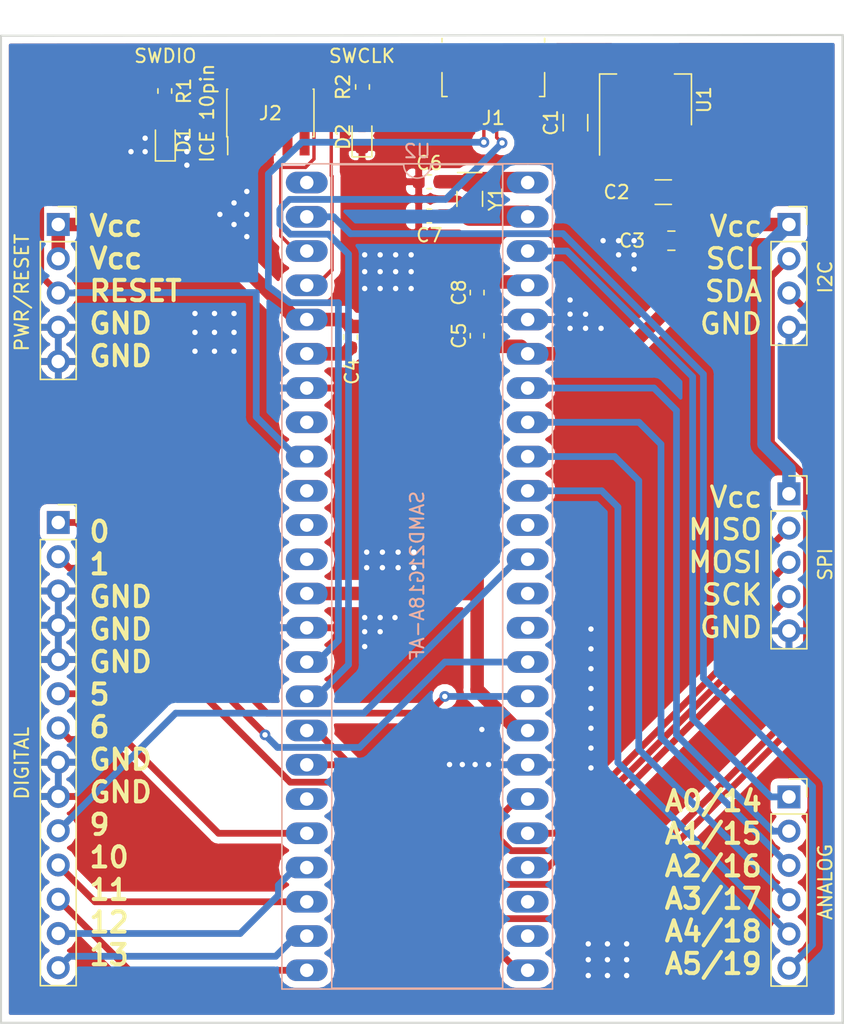
<source format=kicad_pcb>
(kicad_pcb (version 20171130) (host pcbnew "(5.0.0-3-g5ebb6b6)")

  (general
    (thickness 1.6)
    (drawings 9)
    (tracks 352)
    (zones 0)
    (modules 22)
    (nets 35)
  )

  (page A4)
  (layers
    (0 F.Cu signal)
    (31 B.Cu signal)
    (32 B.Adhes user)
    (33 F.Adhes user)
    (34 B.Paste user)
    (35 F.Paste user)
    (36 B.SilkS user)
    (37 F.SilkS user)
    (38 B.Mask user)
    (39 F.Mask user)
    (40 Dwgs.User user)
    (41 Cmts.User user)
    (42 Eco1.User user)
    (43 Eco2.User user)
    (44 Edge.Cuts user)
    (45 Margin user)
    (46 B.CrtYd user)
    (47 F.CrtYd user)
    (48 B.Fab user)
    (49 F.Fab user)
  )

  (setup
    (last_trace_width 0.25)
    (user_trace_width 0.5)
    (user_trace_width 1)
    (user_trace_width 1.5)
    (user_trace_width 2)
    (user_trace_width 2.5)
    (user_trace_width 3)
    (user_trace_width 4)
    (user_trace_width 5)
    (trace_clearance 0.2)
    (zone_clearance 0.508)
    (zone_45_only no)
    (trace_min 0.2)
    (segment_width 0.2)
    (edge_width 0.15)
    (via_size 0.8)
    (via_drill 0.4)
    (via_min_size 0.4)
    (via_min_drill 0.3)
    (uvia_size 0.3)
    (uvia_drill 0.1)
    (uvias_allowed no)
    (uvia_min_size 0.2)
    (uvia_min_drill 0.1)
    (pcb_text_width 0.3)
    (pcb_text_size 1.5 1.5)
    (mod_edge_width 0.15)
    (mod_text_size 1 1)
    (mod_text_width 0.15)
    (pad_size 1.524 1.524)
    (pad_drill 0.762)
    (pad_to_mask_clearance 0.2)
    (aux_axis_origin 0 0)
    (visible_elements FFFFFF7F)
    (pcbplotparams
      (layerselection 0x010fc_ffffffff)
      (usegerberextensions false)
      (usegerberattributes false)
      (usegerberadvancedattributes false)
      (creategerberjobfile false)
      (excludeedgelayer true)
      (linewidth 0.100000)
      (plotframeref false)
      (viasonmask false)
      (mode 1)
      (useauxorigin false)
      (hpglpennumber 1)
      (hpglpenspeed 20)
      (hpglpendiameter 15.000000)
      (psnegative false)
      (psa4output false)
      (plotreference true)
      (plotvalue true)
      (plotinvisibletext false)
      (padsonsilk false)
      (subtractmaskfromsilk false)
      (outputformat 1)
      (mirror false)
      (drillshape 0)
      (scaleselection 1)
      (outputdirectory ""))
  )

  (net 0 "")
  (net 1 GND)
  (net 2 +5V)
  (net 3 +3V3)
  (net 4 "Net-(C4-Pad2)")
  (net 5 "Net-(C6-Pad1)")
  (net 6 "Net-(C7-Pad1)")
  (net 7 "Net-(C8-Pad1)")
  (net 8 "Net-(D1-Pad2)")
  (net 9 "Net-(D2-Pad2)")
  (net 10 D-)
  (net 11 D+)
  (net 12 SWDIO)
  (net 13 SWCLK)
  (net 14 RESET)
  (net 15 A0)
  (net 16 A1)
  (net 17 A2)
  (net 18 A3)
  (net 19 A4)
  (net 20 A5)
  (net 21 D0)
  (net 22 D1)
  (net 23 D5)
  (net 24 D6)
  (net 25 D9)
  (net 26 D10)
  (net 27 D11)
  (net 28 D12)
  (net 29 D13)
  (net 30 SCL)
  (net 31 SDA)
  (net 32 MISO)
  (net 33 SCK)
  (net 34 MOSI)

  (net_class Default "This is the default net class."
    (clearance 0.2)
    (trace_width 0.25)
    (via_dia 0.8)
    (via_drill 0.4)
    (uvia_dia 0.3)
    (uvia_drill 0.1)
    (add_net +3V3)
    (add_net +5V)
    (add_net A0)
    (add_net A1)
    (add_net A2)
    (add_net A3)
    (add_net A4)
    (add_net A5)
    (add_net D+)
    (add_net D-)
    (add_net D0)
    (add_net D1)
    (add_net D10)
    (add_net D11)
    (add_net D12)
    (add_net D13)
    (add_net D5)
    (add_net D6)
    (add_net D9)
    (add_net GND)
    (add_net MISO)
    (add_net MOSI)
    (add_net "Net-(C4-Pad2)")
    (add_net "Net-(C6-Pad1)")
    (add_net "Net-(C7-Pad1)")
    (add_net "Net-(C8-Pad1)")
    (add_net "Net-(D1-Pad2)")
    (add_net "Net-(D2-Pad2)")
    (add_net RESET)
    (add_net SCK)
    (add_net SCL)
    (add_net SDA)
    (add_net SWCLK)
    (add_net SWDIO)
  )

  (module Connector_PinHeader_1.27mm:PinHeader_2x05_P1.27mm_Vertical_SMD (layer F.Cu) (tedit 5C3F3012) (tstamp 5C3A1FA9)
    (at 40.5 32.73 90)
    (descr "surface-mounted straight pin header, 2x05, 1.27mm pitch, double rows")
    (tags "Surface mounted pin header SMD 2x05 1.27mm double row")
    (path /5C26A6F4)
    (attr smd)
    (fp_text reference J2 (at -0.02 0 180) (layer F.SilkS)
      (effects (font (size 1 1) (thickness 0.15)))
    )
    (fp_text value "ICE 10pin" (at -0.02 -4.7 270) (layer F.SilkS)
      (effects (font (size 1 1) (thickness 0.15)))
    )
    (fp_text user %R (at 0 0 180) (layer F.Fab)
      (effects (font (size 1 1) (thickness 0.15)))
    )
    (fp_line (start 4.3 -3.7) (end -4.3 -3.7) (layer F.CrtYd) (width 0.05))
    (fp_line (start 4.3 3.7) (end 4.3 -3.7) (layer F.CrtYd) (width 0.05))
    (fp_line (start -4.3 3.7) (end 4.3 3.7) (layer F.CrtYd) (width 0.05))
    (fp_line (start -4.3 -3.7) (end -4.3 3.7) (layer F.CrtYd) (width 0.05))
    (fp_line (start 1.765 3.17) (end 1.765 3.235) (layer F.SilkS) (width 0.12))
    (fp_line (start -1.765 3.17) (end -1.765 3.235) (layer F.SilkS) (width 0.12))
    (fp_line (start 1.765 -3.235) (end 1.765 -3.17) (layer F.SilkS) (width 0.12))
    (fp_line (start -1.765 -3.235) (end -1.765 -3.17) (layer F.SilkS) (width 0.12))
    (fp_line (start -3.09 -3.17) (end -1.765 -3.17) (layer F.SilkS) (width 0.12))
    (fp_line (start -1.765 3.235) (end 1.765 3.235) (layer F.SilkS) (width 0.12))
    (fp_line (start -1.765 -3.235) (end 1.765 -3.235) (layer F.SilkS) (width 0.12))
    (fp_line (start 2.75 2.74) (end 1.705 2.74) (layer F.Fab) (width 0.1))
    (fp_line (start 2.75 2.34) (end 2.75 2.74) (layer F.Fab) (width 0.1))
    (fp_line (start 1.705 2.34) (end 2.75 2.34) (layer F.Fab) (width 0.1))
    (fp_line (start -2.75 2.74) (end -1.705 2.74) (layer F.Fab) (width 0.1))
    (fp_line (start -2.75 2.34) (end -2.75 2.74) (layer F.Fab) (width 0.1))
    (fp_line (start -1.705 2.34) (end -2.75 2.34) (layer F.Fab) (width 0.1))
    (fp_line (start 2.75 1.47) (end 1.705 1.47) (layer F.Fab) (width 0.1))
    (fp_line (start 2.75 1.07) (end 2.75 1.47) (layer F.Fab) (width 0.1))
    (fp_line (start 1.705 1.07) (end 2.75 1.07) (layer F.Fab) (width 0.1))
    (fp_line (start -2.75 1.47) (end -1.705 1.47) (layer F.Fab) (width 0.1))
    (fp_line (start -2.75 1.07) (end -2.75 1.47) (layer F.Fab) (width 0.1))
    (fp_line (start -1.705 1.07) (end -2.75 1.07) (layer F.Fab) (width 0.1))
    (fp_line (start 2.75 0.2) (end 1.705 0.2) (layer F.Fab) (width 0.1))
    (fp_line (start 2.75 -0.2) (end 2.75 0.2) (layer F.Fab) (width 0.1))
    (fp_line (start 1.705 -0.2) (end 2.75 -0.2) (layer F.Fab) (width 0.1))
    (fp_line (start -2.75 0.2) (end -1.705 0.2) (layer F.Fab) (width 0.1))
    (fp_line (start -2.75 -0.2) (end -2.75 0.2) (layer F.Fab) (width 0.1))
    (fp_line (start -1.705 -0.2) (end -2.75 -0.2) (layer F.Fab) (width 0.1))
    (fp_line (start 2.75 -1.07) (end 1.705 -1.07) (layer F.Fab) (width 0.1))
    (fp_line (start 2.75 -1.47) (end 2.75 -1.07) (layer F.Fab) (width 0.1))
    (fp_line (start 1.705 -1.47) (end 2.75 -1.47) (layer F.Fab) (width 0.1))
    (fp_line (start -2.75 -1.07) (end -1.705 -1.07) (layer F.Fab) (width 0.1))
    (fp_line (start -2.75 -1.47) (end -2.75 -1.07) (layer F.Fab) (width 0.1))
    (fp_line (start -1.705 -1.47) (end -2.75 -1.47) (layer F.Fab) (width 0.1))
    (fp_line (start 2.75 -2.34) (end 1.705 -2.34) (layer F.Fab) (width 0.1))
    (fp_line (start 2.75 -2.74) (end 2.75 -2.34) (layer F.Fab) (width 0.1))
    (fp_line (start 1.705 -2.74) (end 2.75 -2.74) (layer F.Fab) (width 0.1))
    (fp_line (start -2.75 -2.34) (end -1.705 -2.34) (layer F.Fab) (width 0.1))
    (fp_line (start -2.75 -2.74) (end -2.75 -2.34) (layer F.Fab) (width 0.1))
    (fp_line (start -1.705 -2.74) (end -2.75 -2.74) (layer F.Fab) (width 0.1))
    (fp_line (start 1.705 -3.175) (end 1.705 3.175) (layer F.Fab) (width 0.1))
    (fp_line (start -1.705 -2.74) (end -1.27 -3.175) (layer F.Fab) (width 0.1))
    (fp_line (start -1.705 3.175) (end -1.705 -2.74) (layer F.Fab) (width 0.1))
    (fp_line (start -1.27 -3.175) (end 1.705 -3.175) (layer F.Fab) (width 0.1))
    (fp_line (start 1.705 3.175) (end -1.705 3.175) (layer F.Fab) (width 0.1))
    (pad 10 smd rect (at 1.95 2.54 90) (size 2.4 0.74) (layers F.Cu F.Paste F.Mask)
      (net 14 RESET))
    (pad 9 smd rect (at -1.95 2.54 90) (size 2.4 0.74) (layers F.Cu F.Paste F.Mask))
    (pad 8 smd rect (at 1.95 1.27 90) (size 2.4 0.74) (layers F.Cu F.Paste F.Mask))
    (pad 7 smd rect (at -1.95 1.27 90) (size 2.4 0.74) (layers F.Cu F.Paste F.Mask))
    (pad 6 smd rect (at 1.95 0 90) (size 2.4 0.74) (layers F.Cu F.Paste F.Mask))
    (pad 5 smd rect (at -1.95 0 90) (size 2.4 0.74) (layers F.Cu F.Paste F.Mask)
      (net 1 GND))
    (pad 4 smd rect (at 1.95 -1.27 90) (size 2.4 0.74) (layers F.Cu F.Paste F.Mask)
      (net 13 SWCLK))
    (pad 3 smd rect (at -1.95 -1.27 90) (size 2.4 0.74) (layers F.Cu F.Paste F.Mask)
      (net 1 GND))
    (pad 2 smd rect (at 1.95 -2.54 90) (size 2.4 0.74) (layers F.Cu F.Paste F.Mask)
      (net 12 SWDIO))
    (pad 1 smd rect (at -1.95 -2.54 90) (size 2.4 0.74) (layers F.Cu F.Paste F.Mask)
      (net 3 +3V3))
    (model ${KISYS3DMOD}/Connector_PinHeader_1.27mm.3dshapes/PinHeader_2x05_P1.27mm_Vertical_SMD.wrl
      (at (xyz 0 0 0))
      (scale (xyz 1 1 1))
      (rotate (xyz 0 0 0))
    )
  )

  (module LED_SMD:LED_0603_1608Metric (layer F.Cu) (tedit 5C3F3042) (tstamp 5C3A1F4C)
    (at 47.3 34.5 90)
    (descr "LED SMD 0603 (1608 Metric), square (rectangular) end terminal, IPC_7351 nominal, (Body size source: http://www.tortai-tech.com/upload/download/2011102023233369053.pdf), generated with kicad-footprint-generator")
    (tags diode)
    (path /5C2D22AA)
    (attr smd)
    (fp_text reference D2 (at 0 -1.4 90) (layer F.SilkS)
      (effects (font (size 1 1) (thickness 0.15)))
    )
    (fp_text value SWCLK (at 6 0) (layer F.SilkS)
      (effects (font (size 1 1) (thickness 0.15)))
    )
    (fp_text user %R (at 0 0 90) (layer F.Fab)
      (effects (font (size 0.4 0.4) (thickness 0.06)))
    )
    (fp_line (start 1.48 0.73) (end -1.48 0.73) (layer F.CrtYd) (width 0.05))
    (fp_line (start 1.48 -0.73) (end 1.48 0.73) (layer F.CrtYd) (width 0.05))
    (fp_line (start -1.48 -0.73) (end 1.48 -0.73) (layer F.CrtYd) (width 0.05))
    (fp_line (start -1.48 0.73) (end -1.48 -0.73) (layer F.CrtYd) (width 0.05))
    (fp_line (start -1.485 0.735) (end 0.8 0.735) (layer F.SilkS) (width 0.12))
    (fp_line (start -1.485 -0.735) (end -1.485 0.735) (layer F.SilkS) (width 0.12))
    (fp_line (start 0.8 -0.735) (end -1.485 -0.735) (layer F.SilkS) (width 0.12))
    (fp_line (start 0.8 0.4) (end 0.8 -0.4) (layer F.Fab) (width 0.1))
    (fp_line (start -0.8 0.4) (end 0.8 0.4) (layer F.Fab) (width 0.1))
    (fp_line (start -0.8 -0.1) (end -0.8 0.4) (layer F.Fab) (width 0.1))
    (fp_line (start -0.5 -0.4) (end -0.8 -0.1) (layer F.Fab) (width 0.1))
    (fp_line (start 0.8 -0.4) (end -0.5 -0.4) (layer F.Fab) (width 0.1))
    (pad 2 smd roundrect (at 0.7875 0 90) (size 0.875 0.95) (layers F.Cu F.Paste F.Mask) (roundrect_rratio 0.25)
      (net 9 "Net-(D2-Pad2)"))
    (pad 1 smd roundrect (at -0.7875 0 90) (size 0.875 0.95) (layers F.Cu F.Paste F.Mask) (roundrect_rratio 0.25)
      (net 1 GND))
    (model ${KISYS3DMOD}/LED_SMD.3dshapes/LED_0603_1608Metric.wrl
      (at (xyz 0 0 0))
      (scale (xyz 1 1 1))
      (rotate (xyz 0 0 0))
    )
  )

  (module LED_SMD:LED_0603_1608Metric (layer F.Cu) (tedit 5C3F302B) (tstamp 5C3A1F38)
    (at 32.7 34.8 90)
    (descr "LED SMD 0603 (1608 Metric), square (rectangular) end terminal, IPC_7351 nominal, (Body size source: http://www.tortai-tech.com/upload/download/2011102023233369053.pdf), generated with kicad-footprint-generator")
    (tags diode)
    (path /5C2D21BA)
    (attr smd)
    (fp_text reference D1 (at 0.05 1.35 90) (layer F.SilkS)
      (effects (font (size 1 1) (thickness 0.15)))
    )
    (fp_text value SWDIO (at 6.3 0) (layer F.SilkS)
      (effects (font (size 1 1) (thickness 0.15)))
    )
    (fp_text user %R (at 0 0 90) (layer F.Fab)
      (effects (font (size 0.4 0.4) (thickness 0.06)))
    )
    (fp_line (start 1.48 0.73) (end -1.48 0.73) (layer F.CrtYd) (width 0.05))
    (fp_line (start 1.48 -0.73) (end 1.48 0.73) (layer F.CrtYd) (width 0.05))
    (fp_line (start -1.48 -0.73) (end 1.48 -0.73) (layer F.CrtYd) (width 0.05))
    (fp_line (start -1.48 0.73) (end -1.48 -0.73) (layer F.CrtYd) (width 0.05))
    (fp_line (start -1.485 0.735) (end 0.8 0.735) (layer F.SilkS) (width 0.12))
    (fp_line (start -1.485 -0.735) (end -1.485 0.735) (layer F.SilkS) (width 0.12))
    (fp_line (start 0.8 -0.735) (end -1.485 -0.735) (layer F.SilkS) (width 0.12))
    (fp_line (start 0.8 0.4) (end 0.8 -0.4) (layer F.Fab) (width 0.1))
    (fp_line (start -0.8 0.4) (end 0.8 0.4) (layer F.Fab) (width 0.1))
    (fp_line (start -0.8 -0.1) (end -0.8 0.4) (layer F.Fab) (width 0.1))
    (fp_line (start -0.5 -0.4) (end -0.8 -0.1) (layer F.Fab) (width 0.1))
    (fp_line (start 0.8 -0.4) (end -0.5 -0.4) (layer F.Fab) (width 0.1))
    (pad 2 smd roundrect (at 0.7875 0 90) (size 0.875 0.95) (layers F.Cu F.Paste F.Mask) (roundrect_rratio 0.25)
      (net 8 "Net-(D1-Pad2)"))
    (pad 1 smd roundrect (at -0.7875 0 90) (size 0.875 0.95) (layers F.Cu F.Paste F.Mask) (roundrect_rratio 0.25)
      (net 1 GND))
    (model ${KISYS3DMOD}/LED_SMD.3dshapes/LED_0603_1608Metric.wrl
      (at (xyz 0 0 0))
      (scale (xyz 1 1 1))
      (rotate (xyz 0 0 0))
    )
  )

  (module Capacitor_SMD:C_1206_3216Metric (layer F.Cu) (tedit 5B301BBE) (tstamp 5C3A1EAD)
    (at 63.15 33.45 90)
    (descr "Capacitor SMD 1206 (3216 Metric), square (rectangular) end terminal, IPC_7351 nominal, (Body size source: http://www.tortai-tech.com/upload/download/2011102023233369053.pdf), generated with kicad-footprint-generator")
    (tags capacitor)
    (path /5C2D257E)
    (attr smd)
    (fp_text reference C1 (at 0 -1.82 90) (layer F.SilkS)
      (effects (font (size 1 1) (thickness 0.15)))
    )
    (fp_text value 10uF (at 0 1.82 90) (layer F.Fab)
      (effects (font (size 1 1) (thickness 0.15)))
    )
    (fp_text user %R (at 0 0 90) (layer F.Fab)
      (effects (font (size 0.8 0.8) (thickness 0.12)))
    )
    (fp_line (start 2.28 1.12) (end -2.28 1.12) (layer F.CrtYd) (width 0.05))
    (fp_line (start 2.28 -1.12) (end 2.28 1.12) (layer F.CrtYd) (width 0.05))
    (fp_line (start -2.28 -1.12) (end 2.28 -1.12) (layer F.CrtYd) (width 0.05))
    (fp_line (start -2.28 1.12) (end -2.28 -1.12) (layer F.CrtYd) (width 0.05))
    (fp_line (start -0.602064 0.91) (end 0.602064 0.91) (layer F.SilkS) (width 0.12))
    (fp_line (start -0.602064 -0.91) (end 0.602064 -0.91) (layer F.SilkS) (width 0.12))
    (fp_line (start 1.6 0.8) (end -1.6 0.8) (layer F.Fab) (width 0.1))
    (fp_line (start 1.6 -0.8) (end 1.6 0.8) (layer F.Fab) (width 0.1))
    (fp_line (start -1.6 -0.8) (end 1.6 -0.8) (layer F.Fab) (width 0.1))
    (fp_line (start -1.6 0.8) (end -1.6 -0.8) (layer F.Fab) (width 0.1))
    (pad 2 smd roundrect (at 1.4 0 90) (size 1.25 1.75) (layers F.Cu F.Paste F.Mask) (roundrect_rratio 0.2)
      (net 1 GND))
    (pad 1 smd roundrect (at -1.4 0 90) (size 1.25 1.75) (layers F.Cu F.Paste F.Mask) (roundrect_rratio 0.2)
      (net 2 +5V))
    (model ${KISYS3DMOD}/Capacitor_SMD.3dshapes/C_1206_3216Metric.wrl
      (at (xyz 0 0 0))
      (scale (xyz 1 1 1))
      (rotate (xyz 0 0 0))
    )
  )

  (module Capacitor_SMD:C_1206_3216Metric (layer F.Cu) (tedit 5B301BBE) (tstamp 5C3A1EBE)
    (at 69.67 38.6 180)
    (descr "Capacitor SMD 1206 (3216 Metric), square (rectangular) end terminal, IPC_7351 nominal, (Body size source: http://www.tortai-tech.com/upload/download/2011102023233369053.pdf), generated with kicad-footprint-generator")
    (tags capacitor)
    (path /5C2D23FD)
    (attr smd)
    (fp_text reference C2 (at 3.47 0 180) (layer F.SilkS)
      (effects (font (size 1 1) (thickness 0.15)))
    )
    (fp_text value 10uF (at 0 -1.9 180) (layer F.Fab)
      (effects (font (size 1 1) (thickness 0.15)))
    )
    (fp_line (start -1.6 0.8) (end -1.6 -0.8) (layer F.Fab) (width 0.1))
    (fp_line (start -1.6 -0.8) (end 1.6 -0.8) (layer F.Fab) (width 0.1))
    (fp_line (start 1.6 -0.8) (end 1.6 0.8) (layer F.Fab) (width 0.1))
    (fp_line (start 1.6 0.8) (end -1.6 0.8) (layer F.Fab) (width 0.1))
    (fp_line (start -0.602064 -0.91) (end 0.602064 -0.91) (layer F.SilkS) (width 0.12))
    (fp_line (start -0.602064 0.91) (end 0.602064 0.91) (layer F.SilkS) (width 0.12))
    (fp_line (start -2.28 1.12) (end -2.28 -1.12) (layer F.CrtYd) (width 0.05))
    (fp_line (start -2.28 -1.12) (end 2.28 -1.12) (layer F.CrtYd) (width 0.05))
    (fp_line (start 2.28 -1.12) (end 2.28 1.12) (layer F.CrtYd) (width 0.05))
    (fp_line (start 2.28 1.12) (end -2.28 1.12) (layer F.CrtYd) (width 0.05))
    (fp_text user %R (at 0 0 180) (layer F.Fab)
      (effects (font (size 0.8 0.8) (thickness 0.12)))
    )
    (pad 1 smd roundrect (at -1.4 0 180) (size 1.25 1.75) (layers F.Cu F.Paste F.Mask) (roundrect_rratio 0.2)
      (net 3 +3V3))
    (pad 2 smd roundrect (at 1.4 0 180) (size 1.25 1.75) (layers F.Cu F.Paste F.Mask) (roundrect_rratio 0.2)
      (net 1 GND))
    (model ${KISYS3DMOD}/Capacitor_SMD.3dshapes/C_1206_3216Metric.wrl
      (at (xyz 0 0 0))
      (scale (xyz 1 1 1))
      (rotate (xyz 0 0 0))
    )
  )

  (module Capacitor_SMD:C_0805_2012Metric (layer F.Cu) (tedit 5B36C52B) (tstamp 5C3A1ECF)
    (at 70.27 42.2 180)
    (descr "Capacitor SMD 0805 (2012 Metric), square (rectangular) end terminal, IPC_7351 nominal, (Body size source: https://docs.google.com/spreadsheets/d/1BsfQQcO9C6DZCsRaXUlFlo91Tg2WpOkGARC1WS5S8t0/edit?usp=sharing), generated with kicad-footprint-generator")
    (tags capacitor)
    (path /5C2D24F7)
    (attr smd)
    (fp_text reference C3 (at 2.92 0 180) (layer F.SilkS)
      (effects (font (size 1 1) (thickness 0.15)))
    )
    (fp_text value 0.1uF (at 0 -1.75 180) (layer F.Fab)
      (effects (font (size 1 1) (thickness 0.15)))
    )
    (fp_line (start -1 0.6) (end -1 -0.6) (layer F.Fab) (width 0.1))
    (fp_line (start -1 -0.6) (end 1 -0.6) (layer F.Fab) (width 0.1))
    (fp_line (start 1 -0.6) (end 1 0.6) (layer F.Fab) (width 0.1))
    (fp_line (start 1 0.6) (end -1 0.6) (layer F.Fab) (width 0.1))
    (fp_line (start -0.258578 -0.71) (end 0.258578 -0.71) (layer F.SilkS) (width 0.12))
    (fp_line (start -0.258578 0.71) (end 0.258578 0.71) (layer F.SilkS) (width 0.12))
    (fp_line (start -1.68 0.95) (end -1.68 -0.95) (layer F.CrtYd) (width 0.05))
    (fp_line (start -1.68 -0.95) (end 1.68 -0.95) (layer F.CrtYd) (width 0.05))
    (fp_line (start 1.68 -0.95) (end 1.68 0.95) (layer F.CrtYd) (width 0.05))
    (fp_line (start 1.68 0.95) (end -1.68 0.95) (layer F.CrtYd) (width 0.05))
    (fp_text user %R (at 0 0 180) (layer F.Fab)
      (effects (font (size 0.5 0.5) (thickness 0.08)))
    )
    (pad 1 smd roundrect (at -0.9375 0 180) (size 0.975 1.4) (layers F.Cu F.Paste F.Mask) (roundrect_rratio 0.25)
      (net 3 +3V3))
    (pad 2 smd roundrect (at 0.9375 0 180) (size 0.975 1.4) (layers F.Cu F.Paste F.Mask) (roundrect_rratio 0.25)
      (net 1 GND))
    (model ${KISYS3DMOD}/Capacitor_SMD.3dshapes/C_0805_2012Metric.wrl
      (at (xyz 0 0 0))
      (scale (xyz 1 1 1))
      (rotate (xyz 0 0 0))
    )
  )

  (module Capacitor_SMD:C_0603_1608Metric (layer F.Cu) (tedit 5B301BBE) (tstamp 5C3A1EE0)
    (at 46.45 49.35 270)
    (descr "Capacitor SMD 0603 (1608 Metric), square (rectangular) end terminal, IPC_7351 nominal, (Body size source: http://www.tortai-tech.com/upload/download/2011102023233369053.pdf), generated with kicad-footprint-generator")
    (tags capacitor)
    (path /5C2D2ECC)
    (attr smd)
    (fp_text reference C4 (at 2.57 -0.1 270) (layer F.SilkS)
      (effects (font (size 1 1) (thickness 0.15)))
    )
    (fp_text value 1uF (at 0 -1.5 270) (layer F.Fab)
      (effects (font (size 1 1) (thickness 0.15)))
    )
    (fp_line (start -0.8 0.4) (end -0.8 -0.4) (layer F.Fab) (width 0.1))
    (fp_line (start -0.8 -0.4) (end 0.8 -0.4) (layer F.Fab) (width 0.1))
    (fp_line (start 0.8 -0.4) (end 0.8 0.4) (layer F.Fab) (width 0.1))
    (fp_line (start 0.8 0.4) (end -0.8 0.4) (layer F.Fab) (width 0.1))
    (fp_line (start -0.162779 -0.51) (end 0.162779 -0.51) (layer F.SilkS) (width 0.12))
    (fp_line (start -0.162779 0.51) (end 0.162779 0.51) (layer F.SilkS) (width 0.12))
    (fp_line (start -1.48 0.73) (end -1.48 -0.73) (layer F.CrtYd) (width 0.05))
    (fp_line (start -1.48 -0.73) (end 1.48 -0.73) (layer F.CrtYd) (width 0.05))
    (fp_line (start 1.48 -0.73) (end 1.48 0.73) (layer F.CrtYd) (width 0.05))
    (fp_line (start 1.48 0.73) (end -1.48 0.73) (layer F.CrtYd) (width 0.05))
    (fp_text user %R (at 0 0 270) (layer F.Fab)
      (effects (font (size 0.4 0.4) (thickness 0.06)))
    )
    (pad 1 smd roundrect (at -0.7875 0 270) (size 0.875 0.95) (layers F.Cu F.Paste F.Mask) (roundrect_rratio 0.25)
      (net 3 +3V3))
    (pad 2 smd roundrect (at 0.7875 0 270) (size 0.875 0.95) (layers F.Cu F.Paste F.Mask) (roundrect_rratio 0.25)
      (net 4 "Net-(C4-Pad2)"))
    (model ${KISYS3DMOD}/Capacitor_SMD.3dshapes/C_0603_1608Metric.wrl
      (at (xyz 0 0 0))
      (scale (xyz 1 1 1))
      (rotate (xyz 0 0 0))
    )
  )

  (module Capacitor_SMD:C_0603_1608Metric (layer F.Cu) (tedit 5B301BBE) (tstamp 5C3A1EF1)
    (at 55.85 49.25 90)
    (descr "Capacitor SMD 0603 (1608 Metric), square (rectangular) end terminal, IPC_7351 nominal, (Body size source: http://www.tortai-tech.com/upload/download/2011102023233369053.pdf), generated with kicad-footprint-generator")
    (tags capacitor)
    (path /5C2DD319)
    (attr smd)
    (fp_text reference C5 (at 0 -1.35 90) (layer F.SilkS)
      (effects (font (size 1 1) (thickness 0.15)))
    )
    (fp_text value 1uF (at 0 1.4 90) (layer F.Fab)
      (effects (font (size 1 1) (thickness 0.15)))
    )
    (fp_line (start -0.8 0.4) (end -0.8 -0.4) (layer F.Fab) (width 0.1))
    (fp_line (start -0.8 -0.4) (end 0.8 -0.4) (layer F.Fab) (width 0.1))
    (fp_line (start 0.8 -0.4) (end 0.8 0.4) (layer F.Fab) (width 0.1))
    (fp_line (start 0.8 0.4) (end -0.8 0.4) (layer F.Fab) (width 0.1))
    (fp_line (start -0.162779 -0.51) (end 0.162779 -0.51) (layer F.SilkS) (width 0.12))
    (fp_line (start -0.162779 0.51) (end 0.162779 0.51) (layer F.SilkS) (width 0.12))
    (fp_line (start -1.48 0.73) (end -1.48 -0.73) (layer F.CrtYd) (width 0.05))
    (fp_line (start -1.48 -0.73) (end 1.48 -0.73) (layer F.CrtYd) (width 0.05))
    (fp_line (start 1.48 -0.73) (end 1.48 0.73) (layer F.CrtYd) (width 0.05))
    (fp_line (start 1.48 0.73) (end -1.48 0.73) (layer F.CrtYd) (width 0.05))
    (fp_text user %R (at 0 0 90) (layer F.Fab)
      (effects (font (size 0.4 0.4) (thickness 0.06)))
    )
    (pad 1 smd roundrect (at -0.7875 0 90) (size 0.875 0.95) (layers F.Cu F.Paste F.Mask) (roundrect_rratio 0.25)
      (net 3 +3V3))
    (pad 2 smd roundrect (at 0.7875 0 90) (size 0.875 0.95) (layers F.Cu F.Paste F.Mask) (roundrect_rratio 0.25)
      (net 1 GND))
    (model ${KISYS3DMOD}/Capacitor_SMD.3dshapes/C_0603_1608Metric.wrl
      (at (xyz 0 0 0))
      (scale (xyz 1 1 1))
      (rotate (xyz 0 0 0))
    )
  )

  (module Capacitor_SMD:C_0603_1608Metric (layer F.Cu) (tedit 5B301BBE) (tstamp 5C3A1F02)
    (at 52.3 37.83 180)
    (descr "Capacitor SMD 0603 (1608 Metric), square (rectangular) end terminal, IPC_7351 nominal, (Body size source: http://www.tortai-tech.com/upload/download/2011102023233369053.pdf), generated with kicad-footprint-generator")
    (tags capacitor)
    (path /5C2D549A)
    (attr smd)
    (fp_text reference C6 (at 0 1.38 180) (layer F.SilkS)
      (effects (font (size 1 1) (thickness 0.15)))
    )
    (fp_text value 12.5pF (at 4.05 -0.07 180) (layer F.Fab)
      (effects (font (size 1 1) (thickness 0.15)))
    )
    (fp_text user %R (at 0 0 180) (layer F.Fab)
      (effects (font (size 0.4 0.4) (thickness 0.06)))
    )
    (fp_line (start 1.48 0.73) (end -1.48 0.73) (layer F.CrtYd) (width 0.05))
    (fp_line (start 1.48 -0.73) (end 1.48 0.73) (layer F.CrtYd) (width 0.05))
    (fp_line (start -1.48 -0.73) (end 1.48 -0.73) (layer F.CrtYd) (width 0.05))
    (fp_line (start -1.48 0.73) (end -1.48 -0.73) (layer F.CrtYd) (width 0.05))
    (fp_line (start -0.162779 0.51) (end 0.162779 0.51) (layer F.SilkS) (width 0.12))
    (fp_line (start -0.162779 -0.51) (end 0.162779 -0.51) (layer F.SilkS) (width 0.12))
    (fp_line (start 0.8 0.4) (end -0.8 0.4) (layer F.Fab) (width 0.1))
    (fp_line (start 0.8 -0.4) (end 0.8 0.4) (layer F.Fab) (width 0.1))
    (fp_line (start -0.8 -0.4) (end 0.8 -0.4) (layer F.Fab) (width 0.1))
    (fp_line (start -0.8 0.4) (end -0.8 -0.4) (layer F.Fab) (width 0.1))
    (pad 2 smd roundrect (at 0.7875 0 180) (size 0.875 0.95) (layers F.Cu F.Paste F.Mask) (roundrect_rratio 0.25)
      (net 1 GND))
    (pad 1 smd roundrect (at -0.7875 0 180) (size 0.875 0.95) (layers F.Cu F.Paste F.Mask) (roundrect_rratio 0.25)
      (net 5 "Net-(C6-Pad1)"))
    (model ${KISYS3DMOD}/Capacitor_SMD.3dshapes/C_0603_1608Metric.wrl
      (at (xyz 0 0 0))
      (scale (xyz 1 1 1))
      (rotate (xyz 0 0 0))
    )
  )

  (module Capacitor_SMD:C_0603_1608Metric (layer F.Cu) (tedit 5B301BBE) (tstamp 5C3A1F13)
    (at 52.3 40.37 180)
    (descr "Capacitor SMD 0603 (1608 Metric), square (rectangular) end terminal, IPC_7351 nominal, (Body size source: http://www.tortai-tech.com/upload/download/2011102023233369053.pdf), generated with kicad-footprint-generator")
    (tags capacitor)
    (path /5C2D5403)
    (attr smd)
    (fp_text reference C7 (at 0 -1.43 180) (layer F.SilkS)
      (effects (font (size 1 1) (thickness 0.15)))
    )
    (fp_text value 12.5pF (at 4.05 -0.03 180) (layer F.Fab)
      (effects (font (size 1 1) (thickness 0.15)))
    )
    (fp_line (start -0.8 0.4) (end -0.8 -0.4) (layer F.Fab) (width 0.1))
    (fp_line (start -0.8 -0.4) (end 0.8 -0.4) (layer F.Fab) (width 0.1))
    (fp_line (start 0.8 -0.4) (end 0.8 0.4) (layer F.Fab) (width 0.1))
    (fp_line (start 0.8 0.4) (end -0.8 0.4) (layer F.Fab) (width 0.1))
    (fp_line (start -0.162779 -0.51) (end 0.162779 -0.51) (layer F.SilkS) (width 0.12))
    (fp_line (start -0.162779 0.51) (end 0.162779 0.51) (layer F.SilkS) (width 0.12))
    (fp_line (start -1.48 0.73) (end -1.48 -0.73) (layer F.CrtYd) (width 0.05))
    (fp_line (start -1.48 -0.73) (end 1.48 -0.73) (layer F.CrtYd) (width 0.05))
    (fp_line (start 1.48 -0.73) (end 1.48 0.73) (layer F.CrtYd) (width 0.05))
    (fp_line (start 1.48 0.73) (end -1.48 0.73) (layer F.CrtYd) (width 0.05))
    (fp_text user %R (at 0 0 180) (layer F.Fab)
      (effects (font (size 0.4 0.4) (thickness 0.06)))
    )
    (pad 1 smd roundrect (at -0.7875 0 180) (size 0.875 0.95) (layers F.Cu F.Paste F.Mask) (roundrect_rratio 0.25)
      (net 6 "Net-(C7-Pad1)"))
    (pad 2 smd roundrect (at 0.7875 0 180) (size 0.875 0.95) (layers F.Cu F.Paste F.Mask) (roundrect_rratio 0.25)
      (net 1 GND))
    (model ${KISYS3DMOD}/Capacitor_SMD.3dshapes/C_0603_1608Metric.wrl
      (at (xyz 0 0 0))
      (scale (xyz 1 1 1))
      (rotate (xyz 0 0 0))
    )
  )

  (module Capacitor_SMD:C_0603_1608Metric (layer F.Cu) (tedit 5B301BBE) (tstamp 5C3A1F24)
    (at 55.85 46.05 270)
    (descr "Capacitor SMD 0603 (1608 Metric), square (rectangular) end terminal, IPC_7351 nominal, (Body size source: http://www.tortai-tech.com/upload/download/2011102023233369053.pdf), generated with kicad-footprint-generator")
    (tags capacitor)
    (path /5C2D4F88)
    (attr smd)
    (fp_text reference C8 (at 0 1.35 270) (layer F.SilkS)
      (effects (font (size 1 1) (thickness 0.15)))
    )
    (fp_text value 1uF (at 0 -1.4 270) (layer F.Fab)
      (effects (font (size 1 1) (thickness 0.15)))
    )
    (fp_text user %R (at 0 0 270) (layer F.Fab)
      (effects (font (size 0.4 0.4) (thickness 0.06)))
    )
    (fp_line (start 1.48 0.73) (end -1.48 0.73) (layer F.CrtYd) (width 0.05))
    (fp_line (start 1.48 -0.73) (end 1.48 0.73) (layer F.CrtYd) (width 0.05))
    (fp_line (start -1.48 -0.73) (end 1.48 -0.73) (layer F.CrtYd) (width 0.05))
    (fp_line (start -1.48 0.73) (end -1.48 -0.73) (layer F.CrtYd) (width 0.05))
    (fp_line (start -0.162779 0.51) (end 0.162779 0.51) (layer F.SilkS) (width 0.12))
    (fp_line (start -0.162779 -0.51) (end 0.162779 -0.51) (layer F.SilkS) (width 0.12))
    (fp_line (start 0.8 0.4) (end -0.8 0.4) (layer F.Fab) (width 0.1))
    (fp_line (start 0.8 -0.4) (end 0.8 0.4) (layer F.Fab) (width 0.1))
    (fp_line (start -0.8 -0.4) (end 0.8 -0.4) (layer F.Fab) (width 0.1))
    (fp_line (start -0.8 0.4) (end -0.8 -0.4) (layer F.Fab) (width 0.1))
    (pad 2 smd roundrect (at 0.7875 0 270) (size 0.875 0.95) (layers F.Cu F.Paste F.Mask) (roundrect_rratio 0.25)
      (net 1 GND))
    (pad 1 smd roundrect (at -0.7875 0 270) (size 0.875 0.95) (layers F.Cu F.Paste F.Mask) (roundrect_rratio 0.25)
      (net 7 "Net-(C8-Pad1)"))
    (model ${KISYS3DMOD}/Capacitor_SMD.3dshapes/C_0603_1608Metric.wrl
      (at (xyz 0 0 0))
      (scale (xyz 1 1 1))
      (rotate (xyz 0 0 0))
    )
  )

  (module Connector_USB:USB_Micro-B_Molex_47346-0001 (layer F.Cu) (tedit 5A1DC0BD) (tstamp 5C3A1F6C)
    (at 57.05 29.8 180)
    (descr "Micro USB B receptable with flange, bottom-mount, SMD, right-angle (http://www.molex.com/pdm_docs/sd/473460001_sd.pdf)")
    (tags "Micro B USB SMD")
    (path /5C26A599)
    (attr smd)
    (fp_text reference J1 (at 0 -3.3) (layer F.SilkS)
      (effects (font (size 1 1) (thickness 0.15)))
    )
    (fp_text value USB (at 0 4.6) (layer F.Fab)
      (effects (font (size 1 1) (thickness 0.15)))
    )
    (fp_text user "PCB Edge" (at 0 2.67) (layer Dwgs.User)
      (effects (font (size 0.4 0.4) (thickness 0.04)))
    )
    (fp_text user %R (at 0 1.2 180) (layer F.Fab)
      (effects (font (size 1 1) (thickness 0.15)))
    )
    (fp_line (start 3.81 -1.71) (end 3.43 -1.71) (layer F.SilkS) (width 0.12))
    (fp_line (start 4.6 3.9) (end -4.6 3.9) (layer F.CrtYd) (width 0.05))
    (fp_line (start 4.6 -2.7) (end 4.6 3.9) (layer F.CrtYd) (width 0.05))
    (fp_line (start -4.6 -2.7) (end 4.6 -2.7) (layer F.CrtYd) (width 0.05))
    (fp_line (start -4.6 3.9) (end -4.6 -2.7) (layer F.CrtYd) (width 0.05))
    (fp_line (start 3.75 3.35) (end -3.75 3.35) (layer F.Fab) (width 0.1))
    (fp_line (start 3.75 -1.65) (end 3.75 3.35) (layer F.Fab) (width 0.1))
    (fp_line (start -3.75 -1.65) (end 3.75 -1.65) (layer F.Fab) (width 0.1))
    (fp_line (start -3.75 3.35) (end -3.75 -1.65) (layer F.Fab) (width 0.1))
    (fp_line (start 3.81 2.34) (end 3.81 2.6) (layer F.SilkS) (width 0.12))
    (fp_line (start 3.81 -1.71) (end 3.81 0.06) (layer F.SilkS) (width 0.12))
    (fp_line (start -3.81 -1.71) (end -3.43 -1.71) (layer F.SilkS) (width 0.12))
    (fp_line (start -3.81 0.06) (end -3.81 -1.71) (layer F.SilkS) (width 0.12))
    (fp_line (start -3.81 2.6) (end -3.81 2.34) (layer F.SilkS) (width 0.12))
    (fp_line (start -3.25 2.65) (end 3.25 2.65) (layer F.Fab) (width 0.1))
    (pad 1 smd rect (at -1.3 -1.46 180) (size 0.45 1.38) (layers F.Cu F.Paste F.Mask)
      (net 2 +5V))
    (pad 2 smd rect (at -0.65 -1.46 180) (size 0.45 1.38) (layers F.Cu F.Paste F.Mask)
      (net 10 D-))
    (pad 3 smd rect (at 0 -1.46 180) (size 0.45 1.38) (layers F.Cu F.Paste F.Mask)
      (net 11 D+))
    (pad 4 smd rect (at 0.65 -1.46 180) (size 0.45 1.38) (layers F.Cu F.Paste F.Mask))
    (pad 5 smd rect (at 1.3 -1.46 180) (size 0.45 1.38) (layers F.Cu F.Paste F.Mask)
      (net 1 GND))
    (pad 6 smd rect (at -2.4625 -1.1 180) (size 1.475 2.1) (layers F.Cu F.Paste F.Mask)
      (net 1 GND))
    (pad 6 smd rect (at 2.4625 -1.1 180) (size 1.475 2.1) (layers F.Cu F.Paste F.Mask)
      (net 1 GND))
    (pad 6 smd rect (at -2.91 1.2 180) (size 2.375 1.9) (layers F.Cu F.Paste F.Mask)
      (net 1 GND))
    (pad 6 smd rect (at 2.91 1.2 180) (size 2.375 1.9) (layers F.Cu F.Paste F.Mask)
      (net 1 GND))
    (pad 6 smd rect (at -0.84 1.2 180) (size 1.175 1.9) (layers F.Cu F.Paste F.Mask)
      (net 1 GND))
    (pad 6 smd rect (at 0.84 1.2 180) (size 1.175 1.9) (layers F.Cu F.Paste F.Mask)
      (net 1 GND))
    (model ${KISYS3DMOD}/Connector_USB.3dshapes/USB_Micro-B_Molex_47346-0001.wrl
      (at (xyz 0 0 0))
      (scale (xyz 1 1 1))
      (rotate (xyz 0 0 0))
    )
  )

  (module Connector_PinSocket_2.54mm:PinSocket_1x06_P2.54mm_Vertical (layer F.Cu) (tedit 5C3F3090) (tstamp 5C3A1FC3)
    (at 79 83.45)
    (descr "Through hole straight socket strip, 1x06, 2.54mm pitch, single row (from Kicad 4.0.7), script generated")
    (tags "Through hole socket strip THT 1x06 2.54mm single row")
    (path /5C2E2A30)
    (fp_text reference J3 (at 0 -2.77) (layer F.Fab)
      (effects (font (size 1 1) (thickness 0.15)))
    )
    (fp_text value ANALOG (at 2.7 6.3 90) (layer F.SilkS)
      (effects (font (size 1 1) (thickness 0.15)))
    )
    (fp_line (start -1.27 -1.27) (end 0.635 -1.27) (layer F.Fab) (width 0.1))
    (fp_line (start 0.635 -1.27) (end 1.27 -0.635) (layer F.Fab) (width 0.1))
    (fp_line (start 1.27 -0.635) (end 1.27 13.97) (layer F.Fab) (width 0.1))
    (fp_line (start 1.27 13.97) (end -1.27 13.97) (layer F.Fab) (width 0.1))
    (fp_line (start -1.27 13.97) (end -1.27 -1.27) (layer F.Fab) (width 0.1))
    (fp_line (start -1.33 1.27) (end 1.33 1.27) (layer F.SilkS) (width 0.12))
    (fp_line (start -1.33 1.27) (end -1.33 14.03) (layer F.SilkS) (width 0.12))
    (fp_line (start -1.33 14.03) (end 1.33 14.03) (layer F.SilkS) (width 0.12))
    (fp_line (start 1.33 1.27) (end 1.33 14.03) (layer F.SilkS) (width 0.12))
    (fp_line (start 1.33 -1.33) (end 1.33 0) (layer F.SilkS) (width 0.12))
    (fp_line (start 0 -1.33) (end 1.33 -1.33) (layer F.SilkS) (width 0.12))
    (fp_line (start -1.8 -1.8) (end 1.75 -1.8) (layer F.CrtYd) (width 0.05))
    (fp_line (start 1.75 -1.8) (end 1.75 14.45) (layer F.CrtYd) (width 0.05))
    (fp_line (start 1.75 14.45) (end -1.8 14.45) (layer F.CrtYd) (width 0.05))
    (fp_line (start -1.8 14.45) (end -1.8 -1.8) (layer F.CrtYd) (width 0.05))
    (fp_text user %R (at 0 6.35 90) (layer F.Fab)
      (effects (font (size 1 1) (thickness 0.15)))
    )
    (pad 1 thru_hole rect (at 0 0) (size 1.7 1.7) (drill 1) (layers *.Cu *.Mask)
      (net 15 A0))
    (pad 2 thru_hole oval (at 0 2.54) (size 1.7 1.7) (drill 1) (layers *.Cu *.Mask)
      (net 16 A1))
    (pad 3 thru_hole oval (at 0 5.08) (size 1.7 1.7) (drill 1) (layers *.Cu *.Mask)
      (net 17 A2))
    (pad 4 thru_hole oval (at 0 7.62) (size 1.7 1.7) (drill 1) (layers *.Cu *.Mask)
      (net 18 A3))
    (pad 5 thru_hole oval (at 0 10.16) (size 1.7 1.7) (drill 1) (layers *.Cu *.Mask)
      (net 19 A4))
    (pad 6 thru_hole oval (at 0 12.7) (size 1.7 1.7) (drill 1) (layers *.Cu *.Mask)
      (net 20 A5))
    (model ${KISYS3DMOD}/Connector_PinSocket_2.54mm.3dshapes/PinSocket_1x06_P2.54mm_Vertical.wrl
      (at (xyz 0 0 0))
      (scale (xyz 1 1 1))
      (rotate (xyz 0 0 0))
    )
  )

  (module Connector_PinSocket_2.54mm:PinSocket_1x05_P2.54mm_Vertical (layer F.Cu) (tedit 5C3F3071) (tstamp 5C3A1FDC)
    (at 24.75 41)
    (descr "Through hole straight socket strip, 1x05, 2.54mm pitch, single row (from Kicad 4.0.7), script generated")
    (tags "Through hole socket strip THT 1x05 2.54mm single row")
    (path /5C2E3BB9)
    (fp_text reference J4 (at 0 -2.77) (layer F.Fab)
      (effects (font (size 1 1) (thickness 0.15)))
    )
    (fp_text value PWR/RESET (at -2.7 5.05 270) (layer F.SilkS)
      (effects (font (size 1 1) (thickness 0.15)))
    )
    (fp_line (start -1.27 -1.27) (end 0.635 -1.27) (layer F.Fab) (width 0.1))
    (fp_line (start 0.635 -1.27) (end 1.27 -0.635) (layer F.Fab) (width 0.1))
    (fp_line (start 1.27 -0.635) (end 1.27 11.43) (layer F.Fab) (width 0.1))
    (fp_line (start 1.27 11.43) (end -1.27 11.43) (layer F.Fab) (width 0.1))
    (fp_line (start -1.27 11.43) (end -1.27 -1.27) (layer F.Fab) (width 0.1))
    (fp_line (start -1.33 1.27) (end 1.33 1.27) (layer F.SilkS) (width 0.12))
    (fp_line (start -1.33 1.27) (end -1.33 11.49) (layer F.SilkS) (width 0.12))
    (fp_line (start -1.33 11.49) (end 1.33 11.49) (layer F.SilkS) (width 0.12))
    (fp_line (start 1.33 1.27) (end 1.33 11.49) (layer F.SilkS) (width 0.12))
    (fp_line (start 1.33 -1.33) (end 1.33 0) (layer F.SilkS) (width 0.12))
    (fp_line (start 0 -1.33) (end 1.33 -1.33) (layer F.SilkS) (width 0.12))
    (fp_line (start -1.8 -1.8) (end 1.75 -1.8) (layer F.CrtYd) (width 0.05))
    (fp_line (start 1.75 -1.8) (end 1.75 11.9) (layer F.CrtYd) (width 0.05))
    (fp_line (start 1.75 11.9) (end -1.8 11.9) (layer F.CrtYd) (width 0.05))
    (fp_line (start -1.8 11.9) (end -1.8 -1.8) (layer F.CrtYd) (width 0.05))
    (fp_text user %R (at 0 5.08 90) (layer F.Fab)
      (effects (font (size 1 1) (thickness 0.15)))
    )
    (pad 1 thru_hole rect (at 0 0) (size 1.7 1.7) (drill 1) (layers *.Cu *.Mask)
      (net 3 +3V3))
    (pad 2 thru_hole oval (at 0 2.54) (size 1.7 1.7) (drill 1) (layers *.Cu *.Mask)
      (net 3 +3V3))
    (pad 3 thru_hole oval (at 0 5.08) (size 1.7 1.7) (drill 1) (layers *.Cu *.Mask)
      (net 14 RESET))
    (pad 4 thru_hole oval (at 0 7.62) (size 1.7 1.7) (drill 1) (layers *.Cu *.Mask)
      (net 1 GND))
    (pad 5 thru_hole oval (at 0 10.16) (size 1.7 1.7) (drill 1) (layers *.Cu *.Mask)
      (net 1 GND))
    (model ${KISYS3DMOD}/Connector_PinSocket_2.54mm.3dshapes/PinSocket_1x05_P2.54mm_Vertical.wrl
      (at (xyz 0 0 0))
      (scale (xyz 1 1 1))
      (rotate (xyz 0 0 0))
    )
  )

  (module Connector_PinSocket_2.54mm:PinSocket_1x14_P2.54mm_Vertical (layer F.Cu) (tedit 5C3F3077) (tstamp 5C3A1FFE)
    (at 24.75 63.1)
    (descr "Through hole straight socket strip, 1x14, 2.54mm pitch, single row (from Kicad 4.0.7), script generated")
    (tags "Through hole socket strip THT 1x14 2.54mm single row")
    (path /5C2E360C)
    (fp_text reference J5 (at 0 -2.77) (layer F.Fab)
      (effects (font (size 1 1) (thickness 0.15)))
    )
    (fp_text value DIGITAL (at -2.7 17.85 90) (layer F.SilkS)
      (effects (font (size 1 1) (thickness 0.15)))
    )
    (fp_line (start -1.27 -1.27) (end 0.635 -1.27) (layer F.Fab) (width 0.1))
    (fp_line (start 0.635 -1.27) (end 1.27 -0.635) (layer F.Fab) (width 0.1))
    (fp_line (start 1.27 -0.635) (end 1.27 34.29) (layer F.Fab) (width 0.1))
    (fp_line (start 1.27 34.29) (end -1.27 34.29) (layer F.Fab) (width 0.1))
    (fp_line (start -1.27 34.29) (end -1.27 -1.27) (layer F.Fab) (width 0.1))
    (fp_line (start -1.33 1.27) (end 1.33 1.27) (layer F.SilkS) (width 0.12))
    (fp_line (start -1.33 1.27) (end -1.33 34.35) (layer F.SilkS) (width 0.12))
    (fp_line (start -1.33 34.35) (end 1.33 34.35) (layer F.SilkS) (width 0.12))
    (fp_line (start 1.33 1.27) (end 1.33 34.35) (layer F.SilkS) (width 0.12))
    (fp_line (start 1.33 -1.33) (end 1.33 0) (layer F.SilkS) (width 0.12))
    (fp_line (start 0 -1.33) (end 1.33 -1.33) (layer F.SilkS) (width 0.12))
    (fp_line (start -1.8 -1.8) (end 1.75 -1.8) (layer F.CrtYd) (width 0.05))
    (fp_line (start 1.75 -1.8) (end 1.75 34.8) (layer F.CrtYd) (width 0.05))
    (fp_line (start 1.75 34.8) (end -1.8 34.8) (layer F.CrtYd) (width 0.05))
    (fp_line (start -1.8 34.8) (end -1.8 -1.8) (layer F.CrtYd) (width 0.05))
    (fp_text user %R (at 0 16.5 90) (layer F.Fab)
      (effects (font (size 1 1) (thickness 0.15)))
    )
    (pad 1 thru_hole rect (at 0 0) (size 1.7 1.7) (drill 1) (layers *.Cu *.Mask)
      (net 21 D0))
    (pad 2 thru_hole oval (at 0 2.54) (size 1.7 1.7) (drill 1) (layers *.Cu *.Mask)
      (net 22 D1))
    (pad 3 thru_hole oval (at 0 5.08) (size 1.7 1.7) (drill 1) (layers *.Cu *.Mask)
      (net 1 GND))
    (pad 4 thru_hole oval (at 0 7.62) (size 1.7 1.7) (drill 1) (layers *.Cu *.Mask)
      (net 1 GND))
    (pad 5 thru_hole oval (at 0 10.16) (size 1.7 1.7) (drill 1) (layers *.Cu *.Mask)
      (net 1 GND))
    (pad 6 thru_hole oval (at 0 12.7) (size 1.7 1.7) (drill 1) (layers *.Cu *.Mask)
      (net 23 D5))
    (pad 7 thru_hole oval (at 0 15.24) (size 1.7 1.7) (drill 1) (layers *.Cu *.Mask)
      (net 24 D6))
    (pad 8 thru_hole oval (at 0 17.78) (size 1.7 1.7) (drill 1) (layers *.Cu *.Mask)
      (net 1 GND))
    (pad 9 thru_hole oval (at 0 20.32) (size 1.7 1.7) (drill 1) (layers *.Cu *.Mask)
      (net 1 GND))
    (pad 10 thru_hole oval (at 0 22.86) (size 1.7 1.7) (drill 1) (layers *.Cu *.Mask)
      (net 25 D9))
    (pad 11 thru_hole oval (at 0 25.4) (size 1.7 1.7) (drill 1) (layers *.Cu *.Mask)
      (net 26 D10))
    (pad 12 thru_hole oval (at 0 27.94) (size 1.7 1.7) (drill 1) (layers *.Cu *.Mask)
      (net 27 D11))
    (pad 13 thru_hole oval (at 0 30.48) (size 1.7 1.7) (drill 1) (layers *.Cu *.Mask)
      (net 28 D12))
    (pad 14 thru_hole oval (at 0 33.02) (size 1.7 1.7) (drill 1) (layers *.Cu *.Mask)
      (net 29 D13))
    (model ${KISYS3DMOD}/Connector_PinSocket_2.54mm.3dshapes/PinSocket_1x14_P2.54mm_Vertical.wrl
      (at (xyz 0 0 0))
      (scale (xyz 1 1 1))
      (rotate (xyz 0 0 0))
    )
  )

  (module Connector_PinSocket_2.54mm:PinSocket_1x04_P2.54mm_Vertical (layer F.Cu) (tedit 5C3F307E) (tstamp 5C3A2016)
    (at 79 41)
    (descr "Through hole straight socket strip, 1x04, 2.54mm pitch, single row (from Kicad 4.0.7), script generated")
    (tags "Through hole socket strip THT 1x04 2.54mm single row")
    (path /5C2E67DC)
    (fp_text reference J6 (at 0 -2.77) (layer F.Fab)
      (effects (font (size 1 1) (thickness 0.15)))
    )
    (fp_text value I2C (at 2.7 3.9 90) (layer F.SilkS)
      (effects (font (size 1 1) (thickness 0.15)))
    )
    (fp_line (start -1.27 -1.27) (end 0.635 -1.27) (layer F.Fab) (width 0.1))
    (fp_line (start 0.635 -1.27) (end 1.27 -0.635) (layer F.Fab) (width 0.1))
    (fp_line (start 1.27 -0.635) (end 1.27 8.89) (layer F.Fab) (width 0.1))
    (fp_line (start 1.27 8.89) (end -1.27 8.89) (layer F.Fab) (width 0.1))
    (fp_line (start -1.27 8.89) (end -1.27 -1.27) (layer F.Fab) (width 0.1))
    (fp_line (start -1.33 1.27) (end 1.33 1.27) (layer F.SilkS) (width 0.12))
    (fp_line (start -1.33 1.27) (end -1.33 8.95) (layer F.SilkS) (width 0.12))
    (fp_line (start -1.33 8.95) (end 1.33 8.95) (layer F.SilkS) (width 0.12))
    (fp_line (start 1.33 1.27) (end 1.33 8.95) (layer F.SilkS) (width 0.12))
    (fp_line (start 1.33 -1.33) (end 1.33 0) (layer F.SilkS) (width 0.12))
    (fp_line (start 0 -1.33) (end 1.33 -1.33) (layer F.SilkS) (width 0.12))
    (fp_line (start -1.8 -1.8) (end 1.75 -1.8) (layer F.CrtYd) (width 0.05))
    (fp_line (start 1.75 -1.8) (end 1.75 9.4) (layer F.CrtYd) (width 0.05))
    (fp_line (start 1.75 9.4) (end -1.8 9.4) (layer F.CrtYd) (width 0.05))
    (fp_line (start -1.8 9.4) (end -1.8 -1.8) (layer F.CrtYd) (width 0.05))
    (fp_text user %R (at 0 3.81 90) (layer F.Fab)
      (effects (font (size 1 1) (thickness 0.15)))
    )
    (pad 1 thru_hole rect (at 0 0) (size 1.7 1.7) (drill 1) (layers *.Cu *.Mask)
      (net 3 +3V3))
    (pad 2 thru_hole oval (at 0 2.54) (size 1.7 1.7) (drill 1) (layers *.Cu *.Mask)
      (net 30 SCL))
    (pad 3 thru_hole oval (at 0 5.08) (size 1.7 1.7) (drill 1) (layers *.Cu *.Mask)
      (net 31 SDA))
    (pad 4 thru_hole oval (at 0 7.62) (size 1.7 1.7) (drill 1) (layers *.Cu *.Mask)
      (net 1 GND))
    (model ${KISYS3DMOD}/Connector_PinSocket_2.54mm.3dshapes/PinSocket_1x04_P2.54mm_Vertical.wrl
      (at (xyz 0 0 0))
      (scale (xyz 1 1 1))
      (rotate (xyz 0 0 0))
    )
  )

  (module Connector_PinSocket_2.54mm:PinSocket_1x05_P2.54mm_Vertical (layer F.Cu) (tedit 5C3F308A) (tstamp 5C3A202F)
    (at 79 60.975)
    (descr "Through hole straight socket strip, 1x05, 2.54mm pitch, single row (from Kicad 4.0.7), script generated")
    (tags "Through hole socket strip THT 1x05 2.54mm single row")
    (path /5C2E7C1A)
    (fp_text reference J7 (at 0 -2.77) (layer F.Fab)
      (effects (font (size 1 1) (thickness 0.15)))
    )
    (fp_text value SPI (at 2.7 5.225 90) (layer F.SilkS)
      (effects (font (size 1 1) (thickness 0.15)))
    )
    (fp_text user %R (at 0 5.05 90) (layer F.Fab)
      (effects (font (size 1 1) (thickness 0.15)))
    )
    (fp_line (start -1.8 11.9) (end -1.8 -1.8) (layer F.CrtYd) (width 0.05))
    (fp_line (start 1.75 11.9) (end -1.8 11.9) (layer F.CrtYd) (width 0.05))
    (fp_line (start 1.75 -1.8) (end 1.75 11.9) (layer F.CrtYd) (width 0.05))
    (fp_line (start -1.8 -1.8) (end 1.75 -1.8) (layer F.CrtYd) (width 0.05))
    (fp_line (start 0 -1.33) (end 1.33 -1.33) (layer F.SilkS) (width 0.12))
    (fp_line (start 1.33 -1.33) (end 1.33 0) (layer F.SilkS) (width 0.12))
    (fp_line (start 1.33 1.27) (end 1.33 11.49) (layer F.SilkS) (width 0.12))
    (fp_line (start -1.33 11.49) (end 1.33 11.49) (layer F.SilkS) (width 0.12))
    (fp_line (start -1.33 1.27) (end -1.33 11.49) (layer F.SilkS) (width 0.12))
    (fp_line (start -1.33 1.27) (end 1.33 1.27) (layer F.SilkS) (width 0.12))
    (fp_line (start -1.27 11.43) (end -1.27 -1.27) (layer F.Fab) (width 0.1))
    (fp_line (start 1.27 11.43) (end -1.27 11.43) (layer F.Fab) (width 0.1))
    (fp_line (start 1.27 -0.635) (end 1.27 11.43) (layer F.Fab) (width 0.1))
    (fp_line (start 0.635 -1.27) (end 1.27 -0.635) (layer F.Fab) (width 0.1))
    (fp_line (start -1.27 -1.27) (end 0.635 -1.27) (layer F.Fab) (width 0.1))
    (pad 5 thru_hole oval (at 0 10.16) (size 1.7 1.7) (drill 1) (layers *.Cu *.Mask)
      (net 1 GND))
    (pad 4 thru_hole oval (at 0 7.62) (size 1.7 1.7) (drill 1) (layers *.Cu *.Mask)
      (net 32 MISO))
    (pad 3 thru_hole oval (at 0 5.08) (size 1.7 1.7) (drill 1) (layers *.Cu *.Mask)
      (net 34 MOSI))
    (pad 2 thru_hole oval (at 0 2.54) (size 1.7 1.7) (drill 1) (layers *.Cu *.Mask)
      (net 33 SCK))
    (pad 1 thru_hole rect (at 0 0) (size 1.7 1.7) (drill 1) (layers *.Cu *.Mask)
      (net 3 +3V3))
    (model ${KISYS3DMOD}/Connector_PinSocket_2.54mm.3dshapes/PinSocket_1x05_P2.54mm_Vertical.wrl
      (at (xyz 0 0 0))
      (scale (xyz 1 1 1))
      (rotate (xyz 0 0 0))
    )
  )

  (module Resistor_SMD:R_0603_1608Metric (layer F.Cu) (tedit 5B301BBD) (tstamp 5C3A2040)
    (at 32.66 31.1 270)
    (descr "Resistor SMD 0603 (1608 Metric), square (rectangular) end terminal, IPC_7351 nominal, (Body size source: http://www.tortai-tech.com/upload/download/2011102023233369053.pdf), generated with kicad-footprint-generator")
    (tags resistor)
    (path /5C2D230B)
    (attr smd)
    (fp_text reference R1 (at 0 -1.43 270) (layer F.SilkS)
      (effects (font (size 1 1) (thickness 0.15)))
    )
    (fp_text value 2.2K (at 0 1.56 90) (layer F.Fab)
      (effects (font (size 1 1) (thickness 0.15)))
    )
    (fp_line (start -0.8 0.4) (end -0.8 -0.4) (layer F.Fab) (width 0.1))
    (fp_line (start -0.8 -0.4) (end 0.8 -0.4) (layer F.Fab) (width 0.1))
    (fp_line (start 0.8 -0.4) (end 0.8 0.4) (layer F.Fab) (width 0.1))
    (fp_line (start 0.8 0.4) (end -0.8 0.4) (layer F.Fab) (width 0.1))
    (fp_line (start -0.162779 -0.51) (end 0.162779 -0.51) (layer F.SilkS) (width 0.12))
    (fp_line (start -0.162779 0.51) (end 0.162779 0.51) (layer F.SilkS) (width 0.12))
    (fp_line (start -1.48 0.73) (end -1.48 -0.73) (layer F.CrtYd) (width 0.05))
    (fp_line (start -1.48 -0.73) (end 1.48 -0.73) (layer F.CrtYd) (width 0.05))
    (fp_line (start 1.48 -0.73) (end 1.48 0.73) (layer F.CrtYd) (width 0.05))
    (fp_line (start 1.48 0.73) (end -1.48 0.73) (layer F.CrtYd) (width 0.05))
    (fp_text user %R (at 0 0 270) (layer F.Fab)
      (effects (font (size 0.4 0.4) (thickness 0.06)))
    )
    (pad 1 smd roundrect (at -0.7875 0 270) (size 0.875 0.95) (layers F.Cu F.Paste F.Mask) (roundrect_rratio 0.25)
      (net 12 SWDIO))
    (pad 2 smd roundrect (at 0.7875 0 270) (size 0.875 0.95) (layers F.Cu F.Paste F.Mask) (roundrect_rratio 0.25)
      (net 8 "Net-(D1-Pad2)"))
    (model ${KISYS3DMOD}/Resistor_SMD.3dshapes/R_0603_1608Metric.wrl
      (at (xyz 0 0 0))
      (scale (xyz 1 1 1))
      (rotate (xyz 0 0 0))
    )
  )

  (module Resistor_SMD:R_0603_1608Metric (layer F.Cu) (tedit 5B301BBD) (tstamp 5C3A2051)
    (at 47.34 30.8 270)
    (descr "Resistor SMD 0603 (1608 Metric), square (rectangular) end terminal, IPC_7351 nominal, (Body size source: http://www.tortai-tech.com/upload/download/2011102023233369053.pdf), generated with kicad-footprint-generator")
    (tags resistor)
    (path /5C2D2345)
    (attr smd)
    (fp_text reference R2 (at 0 1.44 270) (layer F.SilkS)
      (effects (font (size 1 1) (thickness 0.15)))
    )
    (fp_text value 2.2K (at 0 -1.46 90) (layer F.Fab)
      (effects (font (size 1 1) (thickness 0.15)))
    )
    (fp_text user %R (at 0 0 270) (layer F.Fab)
      (effects (font (size 0.4 0.4) (thickness 0.06)))
    )
    (fp_line (start 1.48 0.73) (end -1.48 0.73) (layer F.CrtYd) (width 0.05))
    (fp_line (start 1.48 -0.73) (end 1.48 0.73) (layer F.CrtYd) (width 0.05))
    (fp_line (start -1.48 -0.73) (end 1.48 -0.73) (layer F.CrtYd) (width 0.05))
    (fp_line (start -1.48 0.73) (end -1.48 -0.73) (layer F.CrtYd) (width 0.05))
    (fp_line (start -0.162779 0.51) (end 0.162779 0.51) (layer F.SilkS) (width 0.12))
    (fp_line (start -0.162779 -0.51) (end 0.162779 -0.51) (layer F.SilkS) (width 0.12))
    (fp_line (start 0.8 0.4) (end -0.8 0.4) (layer F.Fab) (width 0.1))
    (fp_line (start 0.8 -0.4) (end 0.8 0.4) (layer F.Fab) (width 0.1))
    (fp_line (start -0.8 -0.4) (end 0.8 -0.4) (layer F.Fab) (width 0.1))
    (fp_line (start -0.8 0.4) (end -0.8 -0.4) (layer F.Fab) (width 0.1))
    (pad 2 smd roundrect (at 0.7875 0 270) (size 0.875 0.95) (layers F.Cu F.Paste F.Mask) (roundrect_rratio 0.25)
      (net 9 "Net-(D2-Pad2)"))
    (pad 1 smd roundrect (at -0.7875 0 270) (size 0.875 0.95) (layers F.Cu F.Paste F.Mask) (roundrect_rratio 0.25)
      (net 13 SWCLK))
    (model ${KISYS3DMOD}/Resistor_SMD.3dshapes/R_0603_1608Metric.wrl
      (at (xyz 0 0 0))
      (scale (xyz 1 1 1))
      (rotate (xyz 0 0 0))
    )
  )

  (module Crystal:Crystal_SMD_G8-2Pin_3.2x1.5mm (layer F.Cu) (tedit 5A0FD1B2) (tstamp 5C3A20DC)
    (at 55.3 39.1 270)
    (descr "SMD Crystal G8, 3.2x1.5mm^2 package")
    (tags "SMD SMT crystal")
    (path /5C2D555E)
    (attr smd)
    (fp_text reference Y1 (at 0 -1.95 270) (layer F.SilkS)
      (effects (font (size 1 1) (thickness 0.15)))
    )
    (fp_text value Crystal (at -3.15 -0.7) (layer F.Fab)
      (effects (font (size 1 1) (thickness 0.15)))
    )
    (fp_text user %R (at 0 0 270) (layer F.Fab)
      (effects (font (size 0.7 0.7) (thickness 0.105)))
    )
    (fp_line (start -1.6 -0.75) (end -1.6 0.75) (layer F.Fab) (width 0.1))
    (fp_line (start -1.6 0.75) (end 1.6 0.75) (layer F.Fab) (width 0.1))
    (fp_line (start 1.6 0.75) (end 1.6 -0.75) (layer F.Fab) (width 0.1))
    (fp_line (start 1.6 -0.75) (end -1.6 -0.75) (layer F.Fab) (width 0.1))
    (fp_line (start -1.6 0.25) (end -1.1 0.75) (layer F.Fab) (width 0.1))
    (fp_line (start -0.55 -0.95) (end 0.55 -0.95) (layer F.SilkS) (width 0.12))
    (fp_line (start -0.55 0.95) (end 0.55 0.95) (layer F.SilkS) (width 0.12))
    (fp_line (start -1.95 -0.9) (end -1.95 0.9) (layer F.SilkS) (width 0.12))
    (fp_line (start -2 -1.2) (end -2 1.2) (layer F.CrtYd) (width 0.05))
    (fp_line (start -2 1.2) (end 2 1.2) (layer F.CrtYd) (width 0.05))
    (fp_line (start 2 1.2) (end 2 -1.2) (layer F.CrtYd) (width 0.05))
    (fp_line (start 2 -1.2) (end -2 -1.2) (layer F.CrtYd) (width 0.05))
    (fp_circle (center 0 0) (end 0.25 0) (layer F.Adhes) (width 0.1))
    (fp_circle (center 0 0) (end 0.208333 0) (layer F.Adhes) (width 0.083333))
    (fp_circle (center 0 0) (end 0.133333 0) (layer F.Adhes) (width 0.083333))
    (fp_circle (center 0 0) (end 0.058333 0) (layer F.Adhes) (width 0.116667))
    (pad 1 smd rect (at -1.25 0 270) (size 1 1.8) (layers F.Cu F.Paste F.Mask)
      (net 5 "Net-(C6-Pad1)"))
    (pad 2 smd rect (at 1.25 0 270) (size 1 1.8) (layers F.Cu F.Paste F.Mask)
      (net 6 "Net-(C7-Pad1)"))
    (model ${KISYS3DMOD}/Crystal.3dshapes/Crystal_SMD_G8-2Pin_3.2x1.5mm.wrl
      (at (xyz 0 0 0))
      (scale (xyz 1 1 1))
      (rotate (xyz 0 0 0))
    )
  )

  (module Package_TO_SOT_SMD:SOT-223-3_TabPin2 (layer F.Cu) (tedit 5A02FF57) (tstamp 5C3A297E)
    (at 68.35 31.75 90)
    (descr "module CMS SOT223 4 pins")
    (tags "CMS SOT")
    (path /5C26A4FA)
    (attr smd)
    (fp_text reference U1 (at 0 4.35 90) (layer F.SilkS)
      (effects (font (size 1 1) (thickness 0.15)))
    )
    (fp_text value TLV1963-33DGYR (at 0 4.5 90) (layer F.Fab)
      (effects (font (size 1 1) (thickness 0.15)))
    )
    (fp_text user %R (at 0 0 180) (layer F.Fab)
      (effects (font (size 0.8 0.8) (thickness 0.12)))
    )
    (fp_line (start 1.91 3.41) (end 1.91 2.15) (layer F.SilkS) (width 0.12))
    (fp_line (start 1.91 -3.41) (end 1.91 -2.15) (layer F.SilkS) (width 0.12))
    (fp_line (start 4.4 -3.6) (end -4.4 -3.6) (layer F.CrtYd) (width 0.05))
    (fp_line (start 4.4 3.6) (end 4.4 -3.6) (layer F.CrtYd) (width 0.05))
    (fp_line (start -4.4 3.6) (end 4.4 3.6) (layer F.CrtYd) (width 0.05))
    (fp_line (start -4.4 -3.6) (end -4.4 3.6) (layer F.CrtYd) (width 0.05))
    (fp_line (start -1.85 -2.35) (end -0.85 -3.35) (layer F.Fab) (width 0.1))
    (fp_line (start -1.85 -2.35) (end -1.85 3.35) (layer F.Fab) (width 0.1))
    (fp_line (start -1.85 3.41) (end 1.91 3.41) (layer F.SilkS) (width 0.12))
    (fp_line (start -0.85 -3.35) (end 1.85 -3.35) (layer F.Fab) (width 0.1))
    (fp_line (start -4.1 -3.41) (end 1.91 -3.41) (layer F.SilkS) (width 0.12))
    (fp_line (start -1.85 3.35) (end 1.85 3.35) (layer F.Fab) (width 0.1))
    (fp_line (start 1.85 -3.35) (end 1.85 3.35) (layer F.Fab) (width 0.1))
    (pad 2 smd rect (at 3.15 0 90) (size 2 3.8) (layers F.Cu F.Paste F.Mask)
      (net 1 GND))
    (pad 2 smd rect (at -3.15 0 90) (size 2 1.5) (layers F.Cu F.Paste F.Mask)
      (net 1 GND))
    (pad 3 smd rect (at -3.15 2.3 90) (size 2 1.5) (layers F.Cu F.Paste F.Mask)
      (net 3 +3V3))
    (pad 1 smd rect (at -3.15 -2.3 90) (size 2 1.5) (layers F.Cu F.Paste F.Mask)
      (net 2 +5V))
    (model ${KISYS3DMOD}/Package_TO_SOT_SMD.3dshapes/SOT-223.wrl
      (at (xyz 0 0 0))
      (scale (xyz 1 1 1))
      (rotate (xyz 0 0 0))
    )
  )

  (module Package_DIP:DIP-48_W16.4mm_Socket (layer B.Cu) (tedit 5C3F30C1) (tstamp 5C5785D6)
    (at 51.4 67.1 180)
    (descr "48-lead though-hole mounted DIP package, row spacing 16.51 mm (650 mils), SMDSocket, LongPads")
    (tags "THT DIP DIL PDIP 2.54mm 16.51mm 650mil SMDSocket LongPads")
    (path /5C26A1B1)
    (attr smd)
    (fp_text reference U2 (at 0 31.54 180) (layer B.SilkS)
      (effects (font (size 1 1) (thickness 0.15)) (justify mirror))
    )
    (fp_text value SAMD21G18A-AF (at 0 0.05 270) (layer B.SilkS)
      (effects (font (size 1 1) (thickness 0.15)) (justify mirror))
    )
    (fp_arc (start 0 30.54) (end -1 30.54) (angle 180) (layer B.SilkS) (width 0.12))
    (fp_line (start -6.365 30.48) (end 7.365 30.48) (layer B.Fab) (width 0.1))
    (fp_line (start 7.365 30.48) (end 7.365 -30.48) (layer B.Fab) (width 0.1))
    (fp_line (start 7.365 -30.48) (end -7.365 -30.48) (layer B.Fab) (width 0.1))
    (fp_line (start -7.365 -30.48) (end -7.365 29.48) (layer B.Fab) (width 0.1))
    (fp_line (start -7.365 29.48) (end -6.365 30.48) (layer B.Fab) (width 0.1))
    (fp_line (start -8.89 30.54) (end -8.89 -30.54) (layer B.Fab) (width 0.1))
    (fp_line (start -8.89 -30.54) (end 8.89 -30.54) (layer B.Fab) (width 0.1))
    (fp_line (start 8.89 -30.54) (end 8.89 30.54) (layer B.Fab) (width 0.1))
    (fp_line (start 8.89 30.54) (end -8.89 30.54) (layer B.Fab) (width 0.1))
    (fp_line (start -1 30.54) (end -6.345 30.54) (layer B.SilkS) (width 0.12))
    (fp_line (start -6.345 30.54) (end -6.345 -30.54) (layer B.SilkS) (width 0.12))
    (fp_line (start -6.345 -30.54) (end 6.345 -30.54) (layer B.SilkS) (width 0.12))
    (fp_line (start 6.345 -30.54) (end 6.345 30.54) (layer B.SilkS) (width 0.12))
    (fp_line (start 6.345 30.54) (end 1 30.54) (layer B.SilkS) (width 0.12))
    (fp_line (start -10.045 30.6) (end -10.045 -30.6) (layer B.SilkS) (width 0.12))
    (fp_line (start -10.045 -30.6) (end 10.045 -30.6) (layer B.SilkS) (width 0.12))
    (fp_line (start 10.045 -30.6) (end 10.045 30.6) (layer B.SilkS) (width 0.12))
    (fp_line (start 10.045 30.6) (end -10.045 30.6) (layer B.SilkS) (width 0.12))
    (fp_line (start -10.1 30.8) (end -10.1 -30.8) (layer B.CrtYd) (width 0.05))
    (fp_line (start -10.1 -30.8) (end 10.1 -30.8) (layer B.CrtYd) (width 0.05))
    (fp_line (start 10.1 -30.8) (end 10.1 30.8) (layer B.CrtYd) (width 0.05))
    (fp_line (start 10.1 30.8) (end -10.1 30.8) (layer B.CrtYd) (width 0.05))
    (fp_text user %R (at 0 0 180) (layer B.Fab)
      (effects (font (size 1 1) (thickness 0.15)) (justify mirror))
    )
    (pad 1 thru_hole oval (at -8.2 29.21 180) (size 3.1 1.6) (drill 1) (layers *.Cu *.Mask)
      (net 5 "Net-(C6-Pad1)"))
    (pad 25 thru_hole oval (at 8.2 -29.21 180) (size 3.1 1.6) (drill 1) (layers *.Cu *.Mask)
      (net 27 D11))
    (pad 2 thru_hole oval (at -8.2 26.67 180) (size 3.1 1.6) (drill 1) (layers *.Cu *.Mask)
      (net 6 "Net-(C7-Pad1)"))
    (pad 26 thru_hole oval (at 8.2 -26.67 180) (size 3.1 1.6) (drill 1) (layers *.Cu *.Mask)
      (net 29 D13))
    (pad 3 thru_hole oval (at -8.2 24.13 180) (size 3.1 1.6) (drill 1) (layers *.Cu *.Mask)
      (net 15 A0))
    (pad 27 thru_hole oval (at 8.2 -24.13 180) (size 3.1 1.6) (drill 1) (layers *.Cu *.Mask)
      (net 26 D10))
    (pad 4 thru_hole oval (at -8.2 21.59 180) (size 3.1 1.6) (drill 1) (layers *.Cu *.Mask)
      (net 7 "Net-(C8-Pad1)"))
    (pad 28 thru_hole oval (at 8.2 -21.59 180) (size 3.1 1.6) (drill 1) (layers *.Cu *.Mask)
      (net 28 D12))
    (pad 5 thru_hole oval (at -8.2 19.05 180) (size 3.1 1.6) (drill 1) (layers *.Cu *.Mask)
      (net 1 GND))
    (pad 29 thru_hole oval (at 8.2 -19.05 180) (size 3.1 1.6) (drill 1) (layers *.Cu *.Mask)
      (net 24 D6))
    (pad 6 thru_hole oval (at -8.2 16.51 180) (size 3.1 1.6) (drill 1) (layers *.Cu *.Mask)
      (net 3 +3V3))
    (pad 30 thru_hole oval (at 8.2 -16.51 180) (size 3.1 1.6) (drill 1) (layers *.Cu *.Mask))
    (pad 7 thru_hole oval (at -8.2 13.97 180) (size 3.1 1.6) (drill 1) (layers *.Cu *.Mask)
      (net 16 A1))
    (pad 31 thru_hole oval (at 8.2 -13.97 180) (size 3.1 1.6) (drill 1) (layers *.Cu *.Mask)
      (net 31 SDA))
    (pad 8 thru_hole oval (at -8.2 11.43 180) (size 3.1 1.6) (drill 1) (layers *.Cu *.Mask)
      (net 17 A2))
    (pad 32 thru_hole oval (at 8.2 -11.43 180) (size 3.1 1.6) (drill 1) (layers *.Cu *.Mask)
      (net 30 SCL))
    (pad 9 thru_hole oval (at -8.2 8.89 180) (size 3.1 1.6) (drill 1) (layers *.Cu *.Mask)
      (net 18 A3))
    (pad 33 thru_hole oval (at 8.2 -8.89 180) (size 3.1 1.6) (drill 1) (layers *.Cu *.Mask)
      (net 10 D-))
    (pad 10 thru_hole oval (at -8.2 6.35 180) (size 3.1 1.6) (drill 1) (layers *.Cu *.Mask)
      (net 19 A4))
    (pad 34 thru_hole oval (at 8.2 -6.35 180) (size 3.1 1.6) (drill 1) (layers *.Cu *.Mask)
      (net 11 D+))
    (pad 11 thru_hole oval (at -8.2 3.81 180) (size 3.1 1.6) (drill 1) (layers *.Cu *.Mask))
    (pad 35 thru_hole oval (at 8.2 -3.81 180) (size 3.1 1.6) (drill 1) (layers *.Cu *.Mask)
      (net 1 GND))
    (pad 12 thru_hole oval (at -8.2 1.27 180) (size 3.1 1.6) (drill 1) (layers *.Cu *.Mask)
      (net 25 D9))
    (pad 36 thru_hole oval (at 8.2 -1.27 180) (size 3.1 1.6) (drill 1) (layers *.Cu *.Mask)
      (net 3 +3V3))
    (pad 13 thru_hole oval (at -8.2 -1.27 180) (size 3.1 1.6) (drill 1) (layers *.Cu *.Mask))
    (pad 37 thru_hole oval (at 8.2 1.27 180) (size 3.1 1.6) (drill 1) (layers *.Cu *.Mask))
    (pad 14 thru_hole oval (at -8.2 -3.81 180) (size 3.1 1.6) (drill 1) (layers *.Cu *.Mask))
    (pad 38 thru_hole oval (at 8.2 3.81 180) (size 3.1 1.6) (drill 1) (layers *.Cu *.Mask))
    (pad 15 thru_hole oval (at -8.2 -6.35 180) (size 3.1 1.6) (drill 1) (layers *.Cu *.Mask)
      (net 22 D1))
    (pad 39 thru_hole oval (at 8.2 6.35 180) (size 3.1 1.6) (drill 1) (layers *.Cu *.Mask))
    (pad 16 thru_hole oval (at -8.2 -8.89 180) (size 3.1 1.6) (drill 1) (layers *.Cu *.Mask)
      (net 21 D0))
    (pad 40 thru_hole oval (at 8.2 8.89 180) (size 3.1 1.6) (drill 1) (layers *.Cu *.Mask)
      (net 14 RESET))
    (pad 17 thru_hole oval (at -8.2 -11.43 180) (size 3.1 1.6) (drill 1) (layers *.Cu *.Mask)
      (net 3 +3V3))
    (pad 41 thru_hole oval (at 8.2 11.43 180) (size 3.1 1.6) (drill 1) (layers *.Cu *.Mask))
    (pad 18 thru_hole oval (at -8.2 -13.97 180) (size 3.1 1.6) (drill 1) (layers *.Cu *.Mask)
      (net 1 GND))
    (pad 42 thru_hole oval (at 8.2 13.97 180) (size 3.1 1.6) (drill 1) (layers *.Cu *.Mask)
      (net 1 GND))
    (pad 19 thru_hole oval (at -8.2 -16.51 180) (size 3.1 1.6) (drill 1) (layers *.Cu *.Mask)
      (net 34 MOSI))
    (pad 43 thru_hole oval (at 8.2 16.51 180) (size 3.1 1.6) (drill 1) (layers *.Cu *.Mask)
      (net 4 "Net-(C4-Pad2)"))
    (pad 20 thru_hole oval (at -8.2 -19.05 180) (size 3.1 1.6) (drill 1) (layers *.Cu *.Mask)
      (net 33 SCK))
    (pad 44 thru_hole oval (at 8.2 19.05 180) (size 3.1 1.6) (drill 1) (layers *.Cu *.Mask)
      (net 3 +3V3))
    (pad 21 thru_hole oval (at -8.2 -21.59 180) (size 3.1 1.6) (drill 1) (layers *.Cu *.Mask)
      (net 32 MISO))
    (pad 45 thru_hole oval (at 8.2 21.59 180) (size 3.1 1.6) (drill 1) (layers *.Cu *.Mask)
      (net 13 SWCLK))
    (pad 22 thru_hole oval (at -8.2 -24.13 180) (size 3.1 1.6) (drill 1) (layers *.Cu *.Mask))
    (pad 46 thru_hole oval (at 8.2 24.13 180) (size 3.1 1.6) (drill 1) (layers *.Cu *.Mask)
      (net 12 SWDIO))
    (pad 23 thru_hole oval (at -8.2 -26.67 180) (size 3.1 1.6) (drill 1) (layers *.Cu *.Mask))
    (pad 47 thru_hole oval (at 8.2 26.67 180) (size 3.1 1.6) (drill 1) (layers *.Cu *.Mask)
      (net 20 A5))
    (pad 24 thru_hole oval (at -8.2 -29.21 180) (size 3.1 1.6) (drill 1) (layers *.Cu *.Mask)
      (net 23 D5))
    (pad 48 thru_hole oval (at 8.2 29.21 180) (size 3.1 1.6) (drill 1) (layers *.Cu *.Mask))
    (model ${KISYS3DMOD}/Package_DIP.3dshapes/DIP-48_W16.51mm_SMDSocket.wrl
      (at (xyz 0 0 0))
      (scale (xyz 1 1 1))
      (rotate (xyz 0 0 0))
    )
  )

  (gr_line (start 83 26.95) (end 20.5 27) (layer Edge.Cuts) (width 0.15))
  (gr_line (start 83 100.2) (end 20.5 100.2) (layer Edge.Cuts) (width 0.15))
  (gr_text "Vcc\nVcc\nRESET\nGND\nGND" (at 26.9 45.93) (layer F.SilkS)
    (effects (font (size 1.5 1.5) (thickness 0.3)) (justify left))
  )
  (gr_text "0\n1\nGND\nGND\nGND\n5\n6\nGND\nGND\n9\n10\n11\n12\n13" (at 26.9 79.48) (layer F.SilkS)
    (effects (font (size 1.5 1.5) (thickness 0.3)) (justify left))
  )
  (gr_text "A0/14\nA1/15\nA2/16\nA3/17\nA4/18\nA5/19" (at 77.15 89.8) (layer F.SilkS)
    (effects (font (size 1.5 1.5) (thickness 0.3)) (justify right))
  )
  (gr_text "Vcc\nMISO\nMOSI\nSCK\nGND" (at 77.15 66.05) (layer F.SilkS)
    (effects (font (size 1.5 1.5) (thickness 0.25)) (justify right))
  )
  (gr_text "Vcc\nSCL\nSDA\nGND" (at 77.15 44.75) (layer F.SilkS)
    (effects (font (size 1.5 1.5) (thickness 0.25)) (justify right))
  )
  (gr_line (start 83 100.2) (end 83 27) (layer Edge.Cuts) (width 0.2))
  (gr_line (start 20.5 27) (end 20.5 100.2) (layer Edge.Cuts) (width 0.15))

  (via (at 56.7 81.05) (size 0.8) (drill 0.4) (layers F.Cu B.Cu) (net 1))
  (via (at 55.7 81.05) (size 0.8) (drill 0.4) (layers F.Cu B.Cu) (net 1))
  (via (at 54.75 81.05) (size 0.8) (drill 0.4) (layers F.Cu B.Cu) (net 1))
  (via (at 53.8 81.05) (size 0.8) (drill 0.4) (layers F.Cu B.Cu) (net 1))
  (segment (start 55.75 29.06) (end 56.21 28.6) (width 0.25) (layer F.Cu) (net 1))
  (segment (start 55.75 31.26) (end 55.75 29.06) (width 0.25) (layer F.Cu) (net 1))
  (segment (start 54.9475 31.26) (end 54.5875 30.9) (width 0.25) (layer F.Cu) (net 1))
  (segment (start 55.75 31.26) (end 54.9475 31.26) (width 0.25) (layer F.Cu) (net 1))
  (segment (start 55.75 32.2) (end 55 32.95) (width 0.25) (layer F.Cu) (net 1))
  (segment (start 55.75 31.26) (end 55.75 32.2) (width 0.25) (layer F.Cu) (net 1))
  (segment (start 55 32.95) (end 52.95 32.95) (width 0.25) (layer F.Cu) (net 1))
  (segment (start 52.95 32.95) (end 52.15 32.15) (width 0.25) (layer F.Cu) (net 1))
  (segment (start 52.15 32.15) (end 52.15 28.6) (width 0.25) (layer F.Cu) (net 1))
  (segment (start 52.15 28.6) (end 54.14 28.6) (width 0.25) (layer F.Cu) (net 1))
  (via (at 56.2 78.45) (size 0.8) (drill 0.4) (layers F.Cu B.Cu) (net 1))
  (via (at 47.5 72.3) (size 0.8) (drill 0.4) (layers F.Cu B.Cu) (net 1))
  (via (at 47.5 71.2) (size 0.8) (drill 0.4) (layers F.Cu B.Cu) (net 1))
  (via (at 48.65 71.2) (size 0.8) (drill 0.4) (layers F.Cu B.Cu) (net 1))
  (via (at 47.5 70.15) (size 0.8) (drill 0.4) (layers F.Cu B.Cu) (net 1))
  (via (at 48.65 70.15) (size 0.8) (drill 0.4) (layers F.Cu B.Cu) (net 1))
  (via (at 49.75 70.15) (size 0.8) (drill 0.4) (layers F.Cu B.Cu) (net 1))
  (via (at 47.65 66.45) (size 0.8) (drill 0.4) (layers F.Cu B.Cu) (net 1))
  (via (at 48.816666 66.45) (size 0.8) (drill 0.4) (layers F.Cu B.Cu) (net 1))
  (via (at 49.983332 66.45) (size 0.8) (drill 0.4) (layers F.Cu B.Cu) (net 1))
  (via (at 51.15 66.45) (size 0.8) (drill 0.4) (layers F.Cu B.Cu) (net 1))
  (via (at 47.65 65.3) (size 0.8) (drill 0.4) (layers F.Cu B.Cu) (net 1))
  (via (at 48.816666 65.3) (size 0.8) (drill 0.4) (layers F.Cu B.Cu) (net 1))
  (via (at 49.983332 65.3) (size 0.8) (drill 0.4) (layers F.Cu B.Cu) (net 1))
  (via (at 51.15 65.3) (size 0.8) (drill 0.4) (layers F.Cu B.Cu) (net 1))
  (via (at 36.75 40.25) (size 0.8) (drill 0.4) (layers F.Cu B.Cu) (net 1))
  (via (at 37.8 39.4) (size 0.8) (drill 0.4) (layers F.Cu B.Cu) (net 1))
  (via (at 37.8 41) (size 0.8) (drill 0.4) (layers F.Cu B.Cu) (net 1))
  (via (at 38.75 38.55) (size 0.8) (drill 0.4) (layers F.Cu B.Cu) (net 1))
  (via (at 38.75 40.25) (size 0.8) (drill 0.4) (layers F.Cu B.Cu) (net 1))
  (via (at 38.75 41.9) (size 0.8) (drill 0.4) (layers F.Cu B.Cu) (net 1))
  (via (at 34.3 35.6) (size 0.8) (drill 0.4) (layers F.Cu B.Cu) (net 1))
  (via (at 34.3 34.6) (size 0.8) (drill 0.4) (layers F.Cu B.Cu) (net 1))
  (via (at 34.3 36.6) (size 0.8) (drill 0.4) (layers F.Cu B.Cu) (net 1))
  (via (at 31.2 35.6) (size 0.8) (drill 0.4) (layers F.Cu B.Cu) (net 1))
  (via (at 31.2 34.6) (size 0.8) (drill 0.4) (layers F.Cu B.Cu) (net 1))
  (via (at 30.15 35.6) (size 0.8) (drill 0.4) (layers F.Cu B.Cu) (net 1))
  (via (at 47.5 43.25) (size 0.8) (drill 0.4) (layers F.Cu B.Cu) (net 1))
  (via (at 48.65 43.25) (size 0.8) (drill 0.4) (layers F.Cu B.Cu) (net 1))
  (via (at 49.8 43.25) (size 0.8) (drill 0.4) (layers F.Cu B.Cu) (net 1))
  (via (at 50.95 43.25) (size 0.8) (drill 0.4) (layers F.Cu B.Cu) (net 1))
  (via (at 50.95 44.5) (size 0.8) (drill 0.4) (layers F.Cu B.Cu) (net 1))
  (via (at 49.8 44.5) (size 0.8) (drill 0.4) (layers F.Cu B.Cu) (net 1))
  (via (at 48.65 44.5) (size 0.8) (drill 0.4) (layers F.Cu B.Cu) (net 1))
  (via (at 47.5 44.5) (size 0.8) (drill 0.4) (layers F.Cu B.Cu) (net 1))
  (via (at 47.5 45.75) (size 0.8) (drill 0.4) (layers F.Cu B.Cu) (net 1))
  (via (at 48.65 45.75) (size 0.8) (drill 0.4) (layers F.Cu B.Cu) (net 1))
  (via (at 49.8 45.75) (size 0.8) (drill 0.4) (layers F.Cu B.Cu) (net 1))
  (via (at 50.95 45.75) (size 0.8) (drill 0.4) (layers F.Cu B.Cu) (net 1))
  (via (at 62.75 48.7) (size 0.8) (drill 0.4) (layers F.Cu B.Cu) (net 1))
  (via (at 63.9 48.7) (size 0.8) (drill 0.4) (layers F.Cu B.Cu) (net 1))
  (via (at 65.05 48.7) (size 0.8) (drill 0.4) (layers F.Cu B.Cu) (net 1))
  (via (at 62.75 47.65) (size 0.8) (drill 0.4) (layers F.Cu B.Cu) (net 1))
  (via (at 62.75 46.6) (size 0.8) (drill 0.4) (layers F.Cu B.Cu) (net 1))
  (via (at 63.9 47.65) (size 0.8) (drill 0.4) (layers F.Cu B.Cu) (net 1))
  (via (at 67.5 43.25) (size 0.8) (drill 0.4) (layers F.Cu B.Cu) (net 1) (tstamp 5C3BEDA8))
  (via (at 65.2 42.2) (size 0.8) (drill 0.4) (layers F.Cu B.Cu) (net 1) (tstamp 5C3BEDA9))
  (via (at 66.35 42.2) (size 0.8) (drill 0.4) (layers F.Cu B.Cu) (net 1) (tstamp 5C3BEDAA))
  (via (at 67.5 44.3) (size 0.8) (drill 0.4) (layers F.Cu B.Cu) (net 1) (tstamp 5C3BEDAB))
  (via (at 66.35 43.25) (size 0.8) (drill 0.4) (layers F.Cu B.Cu) (net 1) (tstamp 5C3BEDAC))
  (via (at 67.5 42.2) (size 0.8) (drill 0.4) (layers F.Cu B.Cu) (net 1) (tstamp 5C3BEDAD))
  (via (at 64.3 81.3) (size 0.8) (drill 0.4) (layers F.Cu B.Cu) (net 1))
  (via (at 64.3 79.828568) (size 0.8) (drill 0.4) (layers F.Cu B.Cu) (net 1))
  (via (at 64.3 78.35714) (size 0.8) (drill 0.4) (layers F.Cu B.Cu) (net 1))
  (via (at 64.3 76.885712) (size 0.8) (drill 0.4) (layers F.Cu B.Cu) (net 1))
  (via (at 64.3 75.414284) (size 0.8) (drill 0.4) (layers F.Cu B.Cu) (net 1))
  (via (at 64.3 73.942856) (size 0.8) (drill 0.4) (layers F.Cu B.Cu) (net 1))
  (via (at 64.3 72.471428) (size 0.8) (drill 0.4) (layers F.Cu B.Cu) (net 1))
  (via (at 64.3 71) (size 0.8) (drill 0.4) (layers F.Cu B.Cu) (net 1))
  (via (at 64.1 94.35) (size 0.8) (drill 0.4) (layers F.Cu B.Cu) (net 1))
  (via (at 64.1 95.525) (size 0.8) (drill 0.4) (layers F.Cu B.Cu) (net 1))
  (via (at 65.525 95.525) (size 0.8) (drill 0.4) (layers F.Cu B.Cu) (net 1))
  (via (at 65.525 94.35) (size 0.8) (drill 0.4) (layers F.Cu B.Cu) (net 1))
  (via (at 64.1 96.7) (size 0.8) (drill 0.4) (layers F.Cu B.Cu) (net 1))
  (via (at 65.525 96.7) (size 0.8) (drill 0.4) (layers F.Cu B.Cu) (net 1))
  (via (at 66.95 96.7) (size 0.8) (drill 0.4) (layers F.Cu B.Cu) (net 1))
  (via (at 66.95 95.525) (size 0.8) (drill 0.4) (layers F.Cu B.Cu) (net 1))
  (via (at 66.95 94.35) (size 0.8) (drill 0.4) (layers F.Cu B.Cu) (net 1))
  (via (at 37.8 47.6) (size 0.8) (drill 0.4) (layers F.Cu B.Cu) (net 1))
  (via (at 37.8 49) (size 0.8) (drill 0.4) (layers F.Cu B.Cu) (net 1))
  (via (at 37.8 50.4) (size 0.8) (drill 0.4) (layers F.Cu B.Cu) (net 1))
  (via (at 36.35 50.4) (size 0.8) (drill 0.4) (layers F.Cu B.Cu) (net 1))
  (via (at 36.35 49) (size 0.8) (drill 0.4) (layers F.Cu B.Cu) (net 1))
  (via (at 36.35 47.6) (size 0.8) (drill 0.4) (layers F.Cu B.Cu) (net 1))
  (via (at 34.9 47.6) (size 0.8) (drill 0.4) (layers F.Cu B.Cu) (net 1))
  (via (at 34.9 49) (size 0.8) (drill 0.4) (layers F.Cu B.Cu) (net 1))
  (via (at 34.9 50.4) (size 0.8) (drill 0.4) (layers F.Cu B.Cu) (net 1))
  (segment (start 66 34.85) (end 66.05 34.9) (width 1) (layer F.Cu) (net 2))
  (segment (start 63.15 34.85) (end 66 34.85) (width 1) (layer F.Cu) (net 2))
  (segment (start 63.15 34.85) (end 60.05 34.85) (width 1) (layer F.Cu) (net 2))
  (segment (start 60.05 34.85) (end 58.35 33.15) (width 1) (layer F.Cu) (net 2))
  (segment (start 58.35 31.26) (end 58.35 33.15) (width 0.25) (layer F.Cu) (net 2))
  (segment (start 70.65 38.18) (end 71.07 38.6) (width 1) (layer F.Cu) (net 3))
  (segment (start 70.65 34.9) (end 70.65 38.18) (width 1) (layer F.Cu) (net 3))
  (segment (start 71.07 42.0625) (end 71.2075 42.2) (width 1) (layer F.Cu) (net 3))
  (segment (start 71.07 38.6) (end 71.07 42.0625) (width 1) (layer F.Cu) (net 3))
  (segment (start 59.1025 50.0375) (end 59.655 50.59) (width 1) (layer F.Cu) (net 3))
  (segment (start 43.145 48.05) (end 42.395 48.05) (width 1) (layer F.Cu) (net 3))
  (segment (start 24.75 43.54) (end 24.75 41) (width 1) (layer F.Cu) (net 3))
  (segment (start 29.945 37.655) (end 32 37.655) (width 1) (layer F.Cu) (net 3))
  (segment (start 26.6 41) (end 29.945 37.655) (width 1) (layer F.Cu) (net 3))
  (segment (start 24.75 41) (end 26.6 41) (width 1) (layer F.Cu) (net 3))
  (segment (start 76.5 41) (end 75.15 39.65) (width 1) (layer F.Cu) (net 3))
  (segment (start 79 41) (end 76.5 41) (width 1) (layer F.Cu) (net 3))
  (segment (start 75.15 39.65) (end 75.15 37.5) (width 1) (layer F.Cu) (net 3))
  (segment (start 72.55 34.9) (end 70.65 34.9) (width 1) (layer F.Cu) (net 3))
  (segment (start 75.15 37.5) (end 72.55 34.9) (width 1) (layer F.Cu) (net 3))
  (segment (start 55.85 50.575) (end 55.85 50.0375) (width 1) (layer F.Cu) (net 3))
  (segment (start 55.85 56.415) (end 55.85 50.575) (width 1) (layer F.Cu) (net 3))
  (segment (start 58.905 78.53) (end 55.85 75.475) (width 1) (layer F.Cu) (net 3))
  (segment (start 59.655 78.53) (end 58.905 78.53) (width 1) (layer F.Cu) (net 3))
  (segment (start 55.85 68.25) (end 55.85 56.415) (width 1) (layer F.Cu) (net 3))
  (segment (start 55.73 68.37) (end 55.85 68.25) (width 1) (layer F.Cu) (net 3))
  (segment (start 55.85 75.475) (end 55.85 68.25) (width 1) (layer F.Cu) (net 3))
  (segment (start 71.2075 46.075) (end 71.2075 42.2) (width 1) (layer F.Cu) (net 3))
  (segment (start 66.6925 50.59) (end 71.2075 46.075) (width 1) (layer F.Cu) (net 3))
  (segment (start 43.145 48.05) (end 45.9375 48.05) (width 1) (layer F.Cu) (net 3))
  (segment (start 46.45 48.5625) (end 51.1625 48.5625) (width 1) (layer F.Cu) (net 3))
  (segment (start 52.6375 50.0375) (end 55.85 50.0375) (width 1) (layer F.Cu) (net 3))
  (segment (start 51.1625 48.5625) (end 52.6375 50.0375) (width 1) (layer F.Cu) (net 3))
  (segment (start 37.96 34.68) (end 37.96 36.88) (width 1) (layer F.Cu) (net 3))
  (segment (start 34.75 40.09) (end 34.75 40.405) (width 1) (layer F.Cu) (net 3))
  (segment (start 37.96 36.88) (end 34.75 40.09) (width 1) (layer F.Cu) (net 3))
  (segment (start 34.75 40.405) (end 32 37.655) (width 1) (layer F.Cu) (net 3))
  (segment (start 79 59.125) (end 79 60.975) (width 1) (layer B.Cu) (net 3))
  (segment (start 77.15 42.85) (end 77.15 57.275) (width 1) (layer B.Cu) (net 3))
  (segment (start 77.15 57.275) (end 79 59.125) (width 1) (layer B.Cu) (net 3))
  (segment (start 79 41) (end 77.15 42.85) (width 1) (layer B.Cu) (net 3))
  (segment (start 48.45 68.37) (end 55.73 68.37) (width 1) (layer F.Cu) (net 3))
  (segment (start 43.2 68.37) (end 48.45 68.37) (width 1) (layer F.Cu) (net 3))
  (segment (start 43.145 68.37) (end 48.45 68.37) (width 1) (layer F.Cu) (net 3))
  (segment (start 55.85 75.53) (end 55.85 75.475) (width 1) (layer F.Cu) (net 3))
  (segment (start 58.85 78.53) (end 55.85 75.53) (width 1) (layer F.Cu) (net 3))
  (segment (start 59.6 78.53) (end 58.85 78.53) (width 1) (layer F.Cu) (net 3))
  (segment (start 59.6 50.59) (end 63.2 50.59) (width 1) (layer F.Cu) (net 3))
  (segment (start 63.2 50.59) (end 66.6925 50.59) (width 1) (layer F.Cu) (net 3))
  (segment (start 59.655 50.59) (end 63.2 50.59) (width 1) (layer F.Cu) (net 3))
  (segment (start 59.0475 50.0375) (end 58.2 50.0375) (width 1) (layer F.Cu) (net 3))
  (segment (start 59.6 50.59) (end 59.0475 50.0375) (width 1) (layer F.Cu) (net 3))
  (segment (start 58.2 50.0375) (end 59.1025 50.0375) (width 1) (layer F.Cu) (net 3))
  (segment (start 55.85 50.0375) (end 58.2 50.0375) (width 1) (layer F.Cu) (net 3))
  (segment (start 45.9375 48.05) (end 46.45 48.5625) (width 1) (layer F.Cu) (net 3))
  (segment (start 43.2 48.05) (end 45.9375 48.05) (width 1) (layer F.Cu) (net 3))
  (segment (start 43.2 48.05) (end 42.45 48.05) (width 1) (layer F.Cu) (net 3))
  (segment (start 39.855 45.455) (end 39.8 45.455) (width 1) (layer F.Cu) (net 3))
  (segment (start 42.45 48.05) (end 39.855 45.455) (width 1) (layer F.Cu) (net 3))
  (segment (start 39.8 45.455) (end 34.75 40.405) (width 1) (layer F.Cu) (net 3))
  (segment (start 42.395 48.05) (end 39.8 45.455) (width 1) (layer F.Cu) (net 3))
  (segment (start 43.145 50.59) (end 45.9975 50.59) (width 1) (layer F.Cu) (net 4))
  (segment (start 45.9975 50.59) (end 46.45 50.1375) (width 1) (layer F.Cu) (net 4))
  (segment (start 43.2 50.59) (end 45.9975 50.59) (width 1) (layer F.Cu) (net 4))
  (segment (start 59.615 37.85) (end 59.655 37.89) (width 1.5) (layer F.Cu) (net 5))
  (segment (start 55.3 37.85) (end 59.615 37.85) (width 1.5) (layer F.Cu) (net 5))
  (segment (start 55.28 37.83) (end 55.3 37.85) (width 1) (layer F.Cu) (net 5))
  (segment (start 53.0875 37.83) (end 55.28 37.83) (width 1) (layer F.Cu) (net 5))
  (segment (start 55.34 37.89) (end 55.3 37.85) (width 1) (layer F.Cu) (net 5))
  (segment (start 59.6 37.89) (end 55.34 37.89) (width 1) (layer F.Cu) (net 5))
  (segment (start 59.575 40.35) (end 59.655 40.43) (width 1.5) (layer F.Cu) (net 6))
  (segment (start 55.3 40.35) (end 59.575 40.35) (width 1.5) (layer F.Cu) (net 6))
  (segment (start 55.28 40.37) (end 55.3 40.35) (width 1) (layer F.Cu) (net 6))
  (segment (start 53.0875 40.37) (end 55.28 40.37) (width 1) (layer F.Cu) (net 6))
  (segment (start 55.38 40.43) (end 55.3 40.35) (width 1) (layer F.Cu) (net 6))
  (segment (start 59.6 40.43) (end 55.38 40.43) (width 1) (layer F.Cu) (net 6))
  (segment (start 59.4075 45.2625) (end 59.655 45.51) (width 1) (layer F.Cu) (net 7))
  (segment (start 55.85 45.2625) (end 59.4075 45.2625) (width 1) (layer F.Cu) (net 7))
  (segment (start 32.66 31.8875) (end 32.66 33.9725) (width 0.5) (layer F.Cu) (net 8))
  (segment (start 47.34 33.6725) (end 47.3 33.7125) (width 0.5) (layer F.Cu) (net 9))
  (segment (start 47.34 31.5875) (end 47.34 33.6725) (width 0.5) (layer F.Cu) (net 9))
  (via (at 57.7 34.95) (size 0.8) (drill 0.4) (layers F.Cu B.Cu) (net 10))
  (segment (start 57.7 32.2) (end 57.7 31.26) (width 0.25) (layer F.Cu) (net 10))
  (segment (start 57.300001 32.600001) (end 57.7 32.2) (width 0.25) (layer F.Cu) (net 10))
  (segment (start 57.300001 34.550001) (end 57.300001 32.600001) (width 0.25) (layer F.Cu) (net 10))
  (segment (start 57.7 34.95) (end 57.300001 34.550001) (width 0.25) (layer F.Cu) (net 10))
  (segment (start 53.50999 39.14001) (end 57.7 34.95) (width 0.5) (layer B.Cu) (net 10))
  (segment (start 41.90999 39.14001) (end 41.30001 39.74999) (width 0.5) (layer B.Cu) (net 10))
  (segment (start 53.50999 39.14001) (end 41.90999 39.14001) (width 0.5) (layer B.Cu) (net 10))
  (segment (start 41.19999 40.947771) (end 41.972209 41.71999) (width 0.5) (layer B.Cu) (net 10))
  (segment (start 41.19999 39.90001) (end 41.19999 40.947771) (width 0.5) (layer B.Cu) (net 10))
  (segment (start 41.30001 39.79999) (end 41.19999 39.90001) (width 0.5) (layer B.Cu) (net 10))
  (segment (start 41.972209 41.71999) (end 44.81999 41.71999) (width 0.5) (layer B.Cu) (net 10))
  (segment (start 41.30001 39.74999) (end 41.30001 39.79999) (width 0.5) (layer B.Cu) (net 10))
  (segment (start 43.95 75.99) (end 43.2 75.99) (width 0.5) (layer B.Cu) (net 10))
  (segment (start 46.3 73.64) (end 43.95 75.99) (width 0.5) (layer B.Cu) (net 10))
  (segment (start 46.3 43.2) (end 46.3 73.64) (width 0.5) (layer B.Cu) (net 10))
  (segment (start 44.81999 41.71999) (end 46.3 43.2) (width 0.5) (layer B.Cu) (net 10))
  (segment (start 56.35 32.842882) (end 57.05 32.142882) (width 0.25) (layer F.Cu) (net 11))
  (segment (start 56.35 34.9) (end 56.35 32.842882) (width 0.25) (layer F.Cu) (net 11))
  (segment (start 57.05 32.142882) (end 57.05 31.26) (width 0.25) (layer F.Cu) (net 11))
  (via (at 56.35 34.9) (size 0.8) (drill 0.4) (layers F.Cu B.Cu) (net 11))
  (segment (start 43.95 73.45) (end 43.2 73.45) (width 0.5) (layer B.Cu) (net 11))
  (segment (start 45.54999 71.85001) (end 43.95 73.45) (width 0.5) (layer B.Cu) (net 11))
  (segment (start 45.54999 46.79999) (end 45.54999 71.85001) (width 0.5) (layer B.Cu) (net 11))
  (segment (start 41.972209 46.79999) (end 45.54999 46.79999) (width 0.5) (layer B.Cu) (net 11))
  (segment (start 40.35 37.25) (end 40.35 45.6) (width 0.5) (layer B.Cu) (net 11))
  (segment (start 40.35 45.6) (end 41.972209 46.79999) (width 0.5) (layer B.Cu) (net 11))
  (segment (start 42.842 34.9) (end 40.35 37.25) (width 0.5) (layer B.Cu) (net 11))
  (segment (start 56.35 34.9) (end 42.842 34.9) (width 0.5) (layer B.Cu) (net 11))
  (segment (start 37.96 30.78) (end 37.96 31.61) (width 0.5) (layer F.Cu) (net 12))
  (segment (start 43.110012 36.76499) (end 41.33501 36.76499) (width 0.25) (layer F.Cu) (net 12))
  (segment (start 43.735001 36.140001) (end 43.110012 36.76499) (width 0.25) (layer F.Cu) (net 12))
  (segment (start 38.884999 33.154999) (end 43.670001 33.154999) (width 0.25) (layer F.Cu) (net 12))
  (segment (start 43.735001 33.219999) (end 43.735001 36.140001) (width 0.25) (layer F.Cu) (net 12))
  (segment (start 43.670001 33.154999) (end 43.735001 33.219999) (width 0.25) (layer F.Cu) (net 12))
  (segment (start 37.96 32.23) (end 38.884999 33.154999) (width 0.25) (layer F.Cu) (net 12))
  (segment (start 37.96 30.78) (end 37.96 32.23) (width 0.25) (layer F.Cu) (net 12))
  (segment (start 42.395 42.97) (end 43.145 42.97) (width 0.25) (layer F.Cu) (net 12))
  (segment (start 41.26999 41.84499) (end 42.395 42.97) (width 0.25) (layer F.Cu) (net 12))
  (segment (start 41.26999 36.83001) (end 41.26999 41.84499) (width 0.25) (layer F.Cu) (net 12))
  (segment (start 41.33501 36.76499) (end 41.26999 36.83001) (width 0.25) (layer F.Cu) (net 12))
  (segment (start 37.4925 30.3125) (end 37.96 30.78) (width 0.25) (layer F.Cu) (net 12))
  (segment (start 32.66 30.3125) (end 37.4925 30.3125) (width 0.25) (layer F.Cu) (net 12))
  (segment (start 39.23 31.61) (end 40.27 32.65) (width 0.25) (layer F.Cu) (net 13))
  (segment (start 39.23 30.78) (end 39.23 31.61) (width 0.25) (layer F.Cu) (net 13))
  (segment (start 43.895 45.51) (end 43.145 45.51) (width 0.25) (layer F.Cu) (net 13))
  (segment (start 45.02001 44.38499) (end 43.895 45.51) (width 0.25) (layer F.Cu) (net 13))
  (segment (start 40.27 32.65) (end 43.801412 32.65) (width 0.25) (layer F.Cu) (net 13))
  (segment (start 46.765 30.0125) (end 45.05 31.7275) (width 0.25) (layer F.Cu) (net 13))
  (segment (start 47.34 30.0125) (end 46.765 30.0125) (width 0.25) (layer F.Cu) (net 13))
  (segment (start 45.05 31.7275) (end 45.05 32.501412) (width 0.25) (layer F.Cu) (net 13))
  (segment (start 45.05 32.501412) (end 44.351412 33.2) (width 0.25) (layer F.Cu) (net 13))
  (segment (start 44.351412 33.2) (end 45.02001 33.868598) (width 0.25) (layer F.Cu) (net 13))
  (segment (start 43.801412 32.65) (end 44.351412 33.2) (width 0.25) (layer F.Cu) (net 13))
  (segment (start 43.95 45.51) (end 43.2 45.51) (width 0.25) (layer F.Cu) (net 13))
  (segment (start 45.07501 44.38499) (end 43.95 45.51) (width 0.25) (layer F.Cu) (net 13))
  (segment (start 45.07501 37.424006) (end 45.07501 44.38499) (width 0.25) (layer F.Cu) (net 13))
  (segment (start 45.02001 37.369006) (end 45.07501 37.424006) (width 0.25) (layer F.Cu) (net 13))
  (segment (start 45.02001 33.868598) (end 45.02001 37.369006) (width 0.25) (layer F.Cu) (net 13))
  (segment (start 42.395 58.21) (end 43.145 58.21) (width 0.5) (layer B.Cu) (net 14))
  (segment (start 39.450001 55.265001) (end 42.395 58.21) (width 0.5) (layer B.Cu) (net 14))
  (segment (start 25.982081 46.05) (end 39.450001 46.05) (width 0.5) (layer B.Cu) (net 14))
  (segment (start 25.952081 46.08) (end 25.982081 46.05) (width 0.5) (layer B.Cu) (net 14))
  (segment (start 24.75 46.08) (end 25.952081 46.08) (width 0.5) (layer B.Cu) (net 14))
  (segment (start 39.450001 46.05) (end 39.450001 55.265001) (width 0.5) (layer B.Cu) (net 14))
  (segment (start 23.900001 45.230001) (end 24.75 46.08) (width 0.5) (layer F.Cu) (net 14))
  (segment (start 23.449999 44.779999) (end 23.900001 45.230001) (width 0.5) (layer F.Cu) (net 14))
  (segment (start 23.449999 38.101729) (end 23.449999 44.779999) (width 0.5) (layer F.Cu) (net 14))
  (segment (start 32.421729 29.129999) (end 23.449999 38.101729) (width 0.5) (layer F.Cu) (net 14))
  (segment (start 42.500001 29.129999) (end 32.421729 29.129999) (width 0.5) (layer F.Cu) (net 14))
  (segment (start 43.04 29.669998) (end 42.500001 29.129999) (width 0.5) (layer F.Cu) (net 14))
  (segment (start 43.04 30.78) (end 43.04 29.669998) (width 0.5) (layer F.Cu) (net 14))
  (segment (start 77.65 83.45) (end 71.85 77.65) (width 0.5) (layer B.Cu) (net 15))
  (segment (start 79 83.45) (end 77.65 83.45) (width 0.5) (layer B.Cu) (net 15))
  (segment (start 71.85 77.65) (end 71.85 52.3) (width 0.5) (layer B.Cu) (net 15))
  (segment (start 62.52 42.97) (end 59.655 42.97) (width 0.5) (layer B.Cu) (net 15))
  (segment (start 71.85 52.3) (end 62.52 42.97) (width 0.5) (layer B.Cu) (net 15))
  (segment (start 77.797919 85.99) (end 70.65 78.842081) (width 0.5) (layer B.Cu) (net 16))
  (segment (start 79 85.99) (end 77.797919 85.99) (width 0.5) (layer B.Cu) (net 16))
  (segment (start 70.65 78.842081) (end 70.65 54.8) (width 0.5) (layer B.Cu) (net 16))
  (segment (start 68.98 53.13) (end 59.655 53.13) (width 0.5) (layer B.Cu) (net 16))
  (segment (start 70.65 54.8) (end 68.98 53.13) (width 0.5) (layer B.Cu) (net 16))
  (segment (start 79 88.53) (end 69.5 79.03) (width 0.5) (layer B.Cu) (net 17))
  (segment (start 69.5 79.03) (end 69.5 57.3) (width 0.5) (layer B.Cu) (net 17))
  (segment (start 67.87 55.67) (end 59.655 55.67) (width 0.5) (layer B.Cu) (net 17))
  (segment (start 69.5 57.3) (end 67.87 55.67) (width 0.5) (layer B.Cu) (net 17))
  (segment (start 79 91.07) (end 67.85 79.92) (width 0.5) (layer B.Cu) (net 18))
  (segment (start 67.85 79.92) (end 67.85 60) (width 0.5) (layer B.Cu) (net 18))
  (segment (start 66.06 58.21) (end 59.655 58.21) (width 0.5) (layer B.Cu) (net 18))
  (segment (start 67.85 60) (end 66.06 58.21) (width 0.5) (layer B.Cu) (net 18))
  (segment (start 79 93.61) (end 66.3 80.91) (width 0.5) (layer B.Cu) (net 19))
  (segment (start 66.3 80.91) (end 66.3 61.95) (width 0.5) (layer B.Cu) (net 19))
  (segment (start 65.1 60.75) (end 59.655 60.75) (width 0.5) (layer B.Cu) (net 19))
  (segment (start 66.3 61.95) (end 65.1 60.75) (width 0.5) (layer B.Cu) (net 19))
  (segment (start 79 96.15) (end 80.75 94.4) (width 0.5) (layer B.Cu) (net 20))
  (segment (start 80.75 82.689998) (end 73.860002 75.8) (width 0.5) (layer B.Cu) (net 20))
  (segment (start 80.75 94.4) (end 80.75 82.689998) (width 0.5) (layer B.Cu) (net 20))
  (segment (start 73.8 75.8) (end 72.65 74.65) (width 0.5) (layer B.Cu) (net 20))
  (segment (start 73.860002 75.8) (end 73.8 75.8) (width 0.5) (layer B.Cu) (net 20))
  (segment (start 46.44501 41.68001) (end 45.195 40.43) (width 0.5) (layer B.Cu) (net 20))
  (segment (start 45.195 40.43) (end 43.145 40.43) (width 0.5) (layer B.Cu) (net 20))
  (segment (start 62.219972 41.68001) (end 46.44501 41.68001) (width 0.5) (layer B.Cu) (net 20))
  (segment (start 72.65 52.110038) (end 62.219972 41.68001) (width 0.5) (layer B.Cu) (net 20))
  (segment (start 72.65 74.65) (end 72.65 52.110038) (width 0.5) (layer B.Cu) (net 20))
  (segment (start 40.24001 77.24001) (end 52.20999 77.24001) (width 0.5) (layer F.Cu) (net 21))
  (segment (start 26.1 63.1) (end 40.24001 77.24001) (width 0.5) (layer F.Cu) (net 21))
  (segment (start 24.75 63.1) (end 26.1 63.1) (width 0.5) (layer F.Cu) (net 21))
  (via (at 53.45 76) (size 0.8) (drill 0.4) (layers F.Cu B.Cu) (net 21))
  (segment (start 52.20999 77.24001) (end 53.45 76) (width 0.5) (layer F.Cu) (net 21))
  (segment (start 59.59 76) (end 59.6 75.99) (width 0.5) (layer B.Cu) (net 21))
  (segment (start 53.45 76) (end 59.59 76) (width 0.5) (layer B.Cu) (net 21))
  (segment (start 25.599999 66.489999) (end 27.789999 66.489999) (width 0.5) (layer F.Cu) (net 22))
  (segment (start 24.75 65.64) (end 25.599999 66.489999) (width 0.5) (layer F.Cu) (net 22))
  (segment (start 40.1 78.8) (end 40.1 78.85) (width 0.5) (layer F.Cu) (net 22))
  (via (at 40.1 78.85) (size 0.8) (drill 0.4) (layers F.Cu B.Cu) (net 22))
  (segment (start 27.789999 66.489999) (end 40.1 78.8) (width 0.5) (layer F.Cu) (net 22))
  (segment (start 41.03001 79.78001) (end 47.11999 79.78001) (width 0.5) (layer B.Cu) (net 22))
  (segment (start 40.1 78.85) (end 41.03001 79.78001) (width 0.5) (layer B.Cu) (net 22))
  (segment (start 53.45 73.45) (end 59.6 73.45) (width 0.5) (layer B.Cu) (net 22))
  (segment (start 47.11999 79.78001) (end 53.45 73.45) (width 0.5) (layer B.Cu) (net 22))
  (segment (start 41.972209 82.35999) (end 44.90999 82.35999) (width 0.5) (layer F.Cu) (net 23))
  (segment (start 35.412219 75.8) (end 41.972209 82.35999) (width 0.5) (layer F.Cu) (net 23))
  (segment (start 24.75 75.8) (end 35.412219 75.8) (width 0.5) (layer F.Cu) (net 23))
  (segment (start 58.85 96.31) (end 59.6 96.31) (width 0.5) (layer F.Cu) (net 23))
  (segment (start 44.90999 82.36999) (end 58.85 96.31) (width 0.5) (layer F.Cu) (net 23))
  (segment (start 44.90999 82.35999) (end 44.90999 82.36999) (width 0.5) (layer F.Cu) (net 23))
  (segment (start 25.599999 79.189999) (end 29.689999 79.189999) (width 0.5) (layer F.Cu) (net 24))
  (segment (start 24.75 78.34) (end 25.599999 79.189999) (width 0.5) (layer F.Cu) (net 24))
  (segment (start 36.65 86.15) (end 43.2 86.15) (width 0.5) (layer F.Cu) (net 24))
  (segment (start 29.689999 79.189999) (end 36.65 86.15) (width 0.5) (layer F.Cu) (net 24))
  (segment (start 58.85 65.83) (end 59.6 65.83) (width 0.5) (layer B.Cu) (net 25))
  (segment (start 47.43999 77.24001) (end 58.85 65.83) (width 0.5) (layer B.Cu) (net 25))
  (segment (start 33.46999 77.24001) (end 47.43999 77.24001) (width 0.5) (layer B.Cu) (net 25))
  (segment (start 24.75 85.96) (end 33.46999 77.24001) (width 0.5) (layer B.Cu) (net 25))
  (segment (start 27.48 91.23) (end 43.145 91.23) (width 0.5) (layer F.Cu) (net 26))
  (segment (start 24.75 88.5) (end 27.48 91.23) (width 0.5) (layer F.Cu) (net 26))
  (segment (start 30.02 96.31) (end 43.145 96.31) (width 0.5) (layer F.Cu) (net 27))
  (segment (start 24.75 91.04) (end 30.02 96.31) (width 0.5) (layer F.Cu) (net 27))
  (segment (start 42.395 88.69) (end 43.145 88.69) (width 0.5) (layer B.Cu) (net 28))
  (segment (start 41.095 89.99) (end 42.395 88.69) (width 0.5) (layer B.Cu) (net 28))
  (segment (start 41.095 90.74) (end 41.095 89.99) (width 0.5) (layer B.Cu) (net 28))
  (segment (start 38.255 93.58) (end 41.095 90.74) (width 0.5) (layer B.Cu) (net 28))
  (segment (start 24.75 93.58) (end 38.255 93.58) (width 0.5) (layer B.Cu) (net 28))
  (segment (start 42.395 93.77) (end 43.145 93.77) (width 0.5) (layer B.Cu) (net 29))
  (segment (start 40.894999 95.270001) (end 42.395 93.77) (width 0.5) (layer B.Cu) (net 29))
  (segment (start 25.599999 95.270001) (end 40.894999 95.270001) (width 0.5) (layer B.Cu) (net 29))
  (segment (start 24.75 96.12) (end 25.599999 95.270001) (width 0.5) (layer B.Cu) (net 29))
  (segment (start 43.895 78.53) (end 43.145 78.53) (width 0.5) (layer F.Cu) (net 30))
  (segment (start 55.30501 89.94001) (end 43.895 78.53) (width 0.5) (layer F.Cu) (net 30))
  (segment (start 66.599952 89.94001) (end 55.30501 89.94001) (width 0.5) (layer F.Cu) (net 30))
  (segment (start 80.3 76.239962) (end 66.599952 89.94001) (width 0.5) (layer F.Cu) (net 30))
  (segment (start 80.3 59.764998) (end 80.3 76.239962) (width 0.5) (layer F.Cu) (net 30))
  (segment (start 77.699999 57.164997) (end 80.3 59.764998) (width 0.5) (layer F.Cu) (net 30))
  (segment (start 77.699999 44.840001) (end 77.699999 57.164997) (width 0.5) (layer F.Cu) (net 30))
  (segment (start 79 43.54) (end 77.699999 44.840001) (width 0.5) (layer F.Cu) (net 30))
  (segment (start 45.195 81.07) (end 43.145 81.07) (width 0.5) (layer F.Cu) (net 31))
  (segment (start 45.445038 81.07) (end 45.195 81.07) (width 0.5) (layer F.Cu) (net 31))
  (segment (start 56.855048 92.48001) (end 45.445038 81.07) (width 0.5) (layer F.Cu) (net 31))
  (segment (start 65.049915 92.48001) (end 56.855048 92.48001) (width 0.5) (layer F.Cu) (net 31))
  (segment (start 81.00001 76.529915) (end 65.049915 92.48001) (width 0.5) (layer F.Cu) (net 31))
  (segment (start 81.00001 48.08001) (end 81.00001 76.529915) (width 0.5) (layer F.Cu) (net 31))
  (segment (start 79 46.08) (end 81.00001 48.08001) (width 0.5) (layer F.Cu) (net 31))
  (segment (start 78.150001 69.444999) (end 79 68.595) (width 0.5) (layer F.Cu) (net 32))
  (segment (start 76.95 70.645) (end 78.150001 69.444999) (width 0.5) (layer F.Cu) (net 32))
  (segment (start 76.95 72.829926) (end 76.95 70.645) (width 0.5) (layer F.Cu) (net 32))
  (segment (start 61.089926 88.69) (end 76.95 72.829926) (width 0.5) (layer F.Cu) (net 32))
  (segment (start 59.6 88.69) (end 61.089926 88.69) (width 0.5) (layer F.Cu) (net 32))
  (segment (start 75.54998 72.25002) (end 75.54998 66.96502) (width 0.5) (layer F.Cu) (net 33))
  (segment (start 61.65 86.15) (end 75.54998 72.25002) (width 0.5) (layer F.Cu) (net 33))
  (segment (start 75.54998 66.96502) (end 79 63.515) (width 0.5) (layer F.Cu) (net 33))
  (segment (start 59.6 86.15) (end 61.65 86.15) (width 0.5) (layer F.Cu) (net 33))
  (segment (start 78.150001 66.904999) (end 79 66.055) (width 0.5) (layer F.Cu) (net 34))
  (segment (start 76.24999 68.80501) (end 78.150001 66.904999) (width 0.5) (layer F.Cu) (net 34))
  (segment (start 76.24999 72.539973) (end 76.24999 68.80501) (width 0.5) (layer F.Cu) (net 34))
  (segment (start 61.349973 87.43999) (end 76.24999 72.539973) (width 0.5) (layer F.Cu) (net 34))
  (segment (start 58.372209 87.43999) (end 61.349973 87.43999) (width 0.5) (layer F.Cu) (net 34))
  (segment (start 57.55 86.617781) (end 58.372209 87.43999) (width 0.5) (layer F.Cu) (net 34))
  (segment (start 57.55 84.91) (end 57.55 86.617781) (width 0.5) (layer F.Cu) (net 34))
  (segment (start 58.85 83.61) (end 57.55 84.91) (width 0.5) (layer F.Cu) (net 34))
  (segment (start 59.6 83.61) (end 58.85 83.61) (width 0.5) (layer F.Cu) (net 34))

  (zone (net 1) (net_name GND) (layer F.Cu) (tstamp 5C3BF014) (hatch edge 0.508)
    (connect_pads (clearance 0.508))
    (min_thickness 0.254)
    (fill yes (arc_segments 16) (thermal_gap 0.508) (thermal_bridge_width 0.508))
    (polygon
      (pts
        (xy 20.7 27.25) (xy 82.75 27.15) (xy 82.75 100) (xy 20.65 100.05) (xy 20.7 31.9)
      )
    )
    (filled_polygon
      (pts
        (xy 82.265 99.49) (xy 21.21 99.49) (xy 21.21 81.23689) (xy 23.308524 81.23689) (xy 23.478355 81.646924)
        (xy 23.868642 82.075183) (xy 24.027954 82.15) (xy 23.868642 82.224817) (xy 23.478355 82.653076) (xy 23.308524 83.06311)
        (xy 23.429845 83.293) (xy 24.623 83.293) (xy 24.623 81.007) (xy 24.877 81.007) (xy 24.877 83.293)
        (xy 26.070155 83.293) (xy 26.191476 83.06311) (xy 26.021645 82.653076) (xy 25.631358 82.224817) (xy 25.472046 82.15)
        (xy 25.631358 82.075183) (xy 26.021645 81.646924) (xy 26.191476 81.23689) (xy 26.070155 81.007) (xy 24.877 81.007)
        (xy 24.623 81.007) (xy 23.429845 81.007) (xy 23.308524 81.23689) (xy 21.21 81.23689) (xy 21.21 71.07689)
        (xy 23.308524 71.07689) (xy 23.478355 71.486924) (xy 23.868642 71.915183) (xy 24.027954 71.99) (xy 23.868642 72.064817)
        (xy 23.478355 72.493076) (xy 23.308524 72.90311) (xy 23.429845 73.133) (xy 24.623 73.133) (xy 24.623 70.847)
        (xy 24.877 70.847) (xy 24.877 73.133) (xy 26.070155 73.133) (xy 26.191476 72.90311) (xy 26.021645 72.493076)
        (xy 25.631358 72.064817) (xy 25.472046 71.99) (xy 25.631358 71.915183) (xy 26.021645 71.486924) (xy 26.191476 71.07689)
        (xy 26.070155 70.847) (xy 24.877 70.847) (xy 24.623 70.847) (xy 23.429845 70.847) (xy 23.308524 71.07689)
        (xy 21.21 71.07689) (xy 21.21 68.53689) (xy 23.308524 68.53689) (xy 23.478355 68.946924) (xy 23.868642 69.375183)
        (xy 24.027954 69.45) (xy 23.868642 69.524817) (xy 23.478355 69.953076) (xy 23.308524 70.36311) (xy 23.429845 70.593)
        (xy 24.623 70.593) (xy 24.623 68.307) (xy 24.877 68.307) (xy 24.877 70.593) (xy 26.070155 70.593)
        (xy 26.191476 70.36311) (xy 26.021645 69.953076) (xy 25.631358 69.524817) (xy 25.472046 69.45) (xy 25.631358 69.375183)
        (xy 26.021645 68.946924) (xy 26.191476 68.53689) (xy 26.070155 68.307) (xy 24.877 68.307) (xy 24.623 68.307)
        (xy 23.429845 68.307) (xy 23.308524 68.53689) (xy 21.21 68.53689) (xy 21.21 51.51689) (xy 23.308524 51.51689)
        (xy 23.478355 51.926924) (xy 23.868642 52.355183) (xy 24.393108 52.601486) (xy 24.623 52.480819) (xy 24.623 51.287)
        (xy 24.877 51.287) (xy 24.877 52.480819) (xy 25.106892 52.601486) (xy 25.631358 52.355183) (xy 26.021645 51.926924)
        (xy 26.191476 51.51689) (xy 26.070155 51.287) (xy 24.877 51.287) (xy 24.623 51.287) (xy 23.429845 51.287)
        (xy 23.308524 51.51689) (xy 21.21 51.51689) (xy 21.21 48.97689) (xy 23.308524 48.97689) (xy 23.478355 49.386924)
        (xy 23.868642 49.815183) (xy 24.027954 49.89) (xy 23.868642 49.964817) (xy 23.478355 50.393076) (xy 23.308524 50.80311)
        (xy 23.429845 51.033) (xy 24.623 51.033) (xy 24.623 48.747) (xy 24.877 48.747) (xy 24.877 51.033)
        (xy 26.070155 51.033) (xy 26.191476 50.80311) (xy 26.021645 50.393076) (xy 25.631358 49.964817) (xy 25.472046 49.89)
        (xy 25.631358 49.815183) (xy 26.021645 49.386924) (xy 26.191476 48.97689) (xy 26.070155 48.747) (xy 24.877 48.747)
        (xy 24.623 48.747) (xy 23.429845 48.747) (xy 23.308524 48.97689) (xy 21.21 48.97689) (xy 21.21 38.101729)
        (xy 22.547662 38.101729) (xy 22.564999 38.18889) (xy 22.565 44.692834) (xy 22.547662 44.779999) (xy 22.616347 45.125308)
        (xy 22.762575 45.344153) (xy 22.762577 45.344155) (xy 22.811951 45.418048) (xy 22.885844 45.467422) (xy 23.279462 45.86104)
        (xy 23.235908 46.08) (xy 23.351161 46.659418) (xy 23.679375 47.150625) (xy 23.998478 47.363843) (xy 23.868642 47.424817)
        (xy 23.478355 47.853076) (xy 23.308524 48.26311) (xy 23.429845 48.493) (xy 24.623 48.493) (xy 24.623 48.473)
        (xy 24.877 48.473) (xy 24.877 48.493) (xy 26.070155 48.493) (xy 26.191476 48.26311) (xy 26.021645 47.853076)
        (xy 25.631358 47.424817) (xy 25.501522 47.363843) (xy 25.820625 47.150625) (xy 26.148839 46.659418) (xy 26.264092 46.08)
        (xy 26.148839 45.500582) (xy 25.820625 45.009375) (xy 25.522239 44.81) (xy 25.820625 44.610625) (xy 26.148839 44.119418)
        (xy 26.264092 43.54) (xy 26.148839 42.960582) (xy 25.885 42.565719) (xy 25.885 42.423277) (xy 26.057809 42.307809)
        (xy 26.173277 42.135) (xy 26.488217 42.135) (xy 26.6 42.157235) (xy 26.711783 42.135) (xy 27.042855 42.069146)
        (xy 27.418289 41.818289) (xy 27.481613 41.723518) (xy 30.415132 38.79) (xy 31.529869 38.79) (xy 33.868391 41.128523)
        (xy 33.931712 41.223289) (xy 34.02648 41.286611) (xy 38.91839 46.178523) (xy 38.981711 46.273289) (xy 39.076482 46.336613)
        (xy 41.035807 48.295939) (xy 41.09826 48.609909) (xy 41.415423 49.084577) (xy 41.767758 49.32) (xy 41.415423 49.555423)
        (xy 41.09826 50.030091) (xy 40.986887 50.59) (xy 41.09826 51.149909) (xy 41.415423 51.624577) (xy 41.771499 51.862499)
        (xy 41.3455 52.205104) (xy 41.075633 52.698181) (xy 41.058096 52.780961) (xy 41.180085 53.003) (xy 43.073 53.003)
        (xy 43.073 52.983) (xy 43.327 52.983) (xy 43.327 53.003) (xy 45.219915 53.003) (xy 45.341904 52.780961)
        (xy 45.324367 52.698181) (xy 45.0545 52.205104) (xy 44.628501 51.862499) (xy 44.834283 51.725) (xy 45.885717 51.725)
        (xy 45.9975 51.747235) (xy 46.109283 51.725) (xy 46.440355 51.659146) (xy 46.815789 51.408289) (xy 46.879113 51.313518)
        (xy 47.035728 51.156903) (xy 47.037727 51.156505) (xy 47.318739 50.968739) (xy 47.506505 50.687727) (xy 47.57244 50.35625)
        (xy 47.57244 50.312427) (xy 47.607235 50.1375) (xy 47.57244 49.962573) (xy 47.57244 49.91875) (xy 47.528431 49.6975)
        (xy 50.692369 49.6975) (xy 51.755889 50.761021) (xy 51.819211 50.855789) (xy 52.119604 51.056505) (xy 52.194645 51.106646)
        (xy 52.637499 51.194735) (xy 52.749282 51.1725) (xy 54.715001 51.1725) (xy 54.715 56.526782) (xy 54.715001 56.526787)
        (xy 54.715 67.235) (xy 44.834283 67.235) (xy 44.632242 67.1) (xy 44.984577 66.864577) (xy 45.30174 66.389909)
        (xy 45.413113 65.83) (xy 45.30174 65.270091) (xy 44.984577 64.795423) (xy 44.632242 64.56) (xy 44.984577 64.324577)
        (xy 45.30174 63.849909) (xy 45.413113 63.29) (xy 45.30174 62.730091) (xy 44.984577 62.255423) (xy 44.632242 62.02)
        (xy 44.984577 61.784577) (xy 45.30174 61.309909) (xy 45.413113 60.75) (xy 45.30174 60.190091) (xy 44.984577 59.715423)
        (xy 44.632242 59.48) (xy 44.984577 59.244577) (xy 45.30174 58.769909) (xy 45.413113 58.21) (xy 45.30174 57.650091)
        (xy 44.984577 57.175423) (xy 44.632242 56.94) (xy 44.984577 56.704577) (xy 45.30174 56.229909) (xy 45.413113 55.67)
        (xy 45.30174 55.110091) (xy 44.984577 54.635423) (xy 44.628501 54.397501) (xy 45.0545 54.054896) (xy 45.324367 53.561819)
        (xy 45.341904 53.479039) (xy 45.219915 53.257) (xy 43.327 53.257) (xy 43.327 53.277) (xy 43.073 53.277)
        (xy 43.073 53.257) (xy 41.180085 53.257) (xy 41.058096 53.479039) (xy 41.075633 53.561819) (xy 41.3455 54.054896)
        (xy 41.771499 54.397501) (xy 41.415423 54.635423) (xy 41.09826 55.110091) (xy 40.986887 55.67) (xy 41.09826 56.229909)
        (xy 41.415423 56.704577) (xy 41.767758 56.94) (xy 41.415423 57.175423) (xy 41.09826 57.650091) (xy 40.986887 58.21)
        (xy 41.09826 58.769909) (xy 41.415423 59.244577) (xy 41.767758 59.48) (xy 41.415423 59.715423) (xy 41.09826 60.190091)
        (xy 40.986887 60.75) (xy 41.09826 61.309909) (xy 41.415423 61.784577) (xy 41.767758 62.02) (xy 41.415423 62.255423)
        (xy 41.09826 62.730091) (xy 40.986887 63.29) (xy 41.09826 63.849909) (xy 41.415423 64.324577) (xy 41.767758 64.56)
        (xy 41.415423 64.795423) (xy 41.09826 65.270091) (xy 40.986887 65.83) (xy 41.09826 66.389909) (xy 41.415423 66.864577)
        (xy 41.767758 67.1) (xy 41.415423 67.335423) (xy 41.09826 67.810091) (xy 40.986887 68.37) (xy 41.09826 68.929909)
        (xy 41.415423 69.404577) (xy 41.771499 69.642499) (xy 41.3455 69.985104) (xy 41.075633 70.478181) (xy 41.058096 70.560961)
        (xy 41.180085 70.783) (xy 43.073 70.783) (xy 43.073 70.763) (xy 43.327 70.763) (xy 43.327 70.783)
        (xy 45.219915 70.783) (xy 45.341904 70.560961) (xy 45.324367 70.478181) (xy 45.0545 69.985104) (xy 44.628501 69.642499)
        (xy 44.834283 69.505) (xy 54.715001 69.505) (xy 54.715 75.363217) (xy 54.692765 75.475) (xy 54.698235 75.5025)
        (xy 54.692765 75.53) (xy 54.715 75.641782) (xy 54.780854 75.972854) (xy 55.031711 76.348289) (xy 55.126482 76.411613)
        (xy 57.422151 78.707283) (xy 57.49826 79.089909) (xy 57.815423 79.564577) (xy 58.171499 79.802499) (xy 57.7455 80.145104)
        (xy 57.475633 80.638181) (xy 57.458096 80.720961) (xy 57.580085 80.943) (xy 59.473 80.943) (xy 59.473 80.923)
        (xy 59.727 80.923) (xy 59.727 80.943) (xy 61.619915 80.943) (xy 61.741904 80.720961) (xy 61.724367 80.638181)
        (xy 61.4545 80.145104) (xy 61.028501 79.802499) (xy 61.384577 79.564577) (xy 61.70174 79.089909) (xy 61.813113 78.53)
        (xy 61.70174 77.970091) (xy 61.384577 77.495423) (xy 61.032242 77.26) (xy 61.384577 77.024577) (xy 61.70174 76.549909)
        (xy 61.813113 75.99) (xy 61.70174 75.430091) (xy 61.384577 74.955423) (xy 61.032242 74.72) (xy 61.384577 74.484577)
        (xy 61.70174 74.009909) (xy 61.813113 73.45) (xy 61.70174 72.890091) (xy 61.384577 72.415423) (xy 61.032242 72.18)
        (xy 61.384577 71.944577) (xy 61.70174 71.469909) (xy 61.813113 70.91) (xy 61.70174 70.350091) (xy 61.384577 69.875423)
        (xy 61.032242 69.64) (xy 61.384577 69.404577) (xy 61.70174 68.929909) (xy 61.813113 68.37) (xy 61.70174 67.810091)
        (xy 61.384577 67.335423) (xy 61.032242 67.1) (xy 61.384577 66.864577) (xy 61.70174 66.389909) (xy 61.813113 65.83)
        (xy 61.70174 65.270091) (xy 61.384577 64.795423) (xy 61.032242 64.56) (xy 61.384577 64.324577) (xy 61.70174 63.849909)
        (xy 61.813113 63.29) (xy 61.70174 62.730091) (xy 61.384577 62.255423) (xy 61.032242 62.02) (xy 61.384577 61.784577)
        (xy 61.70174 61.309909) (xy 61.813113 60.75) (xy 61.70174 60.190091) (xy 61.384577 59.715423) (xy 61.032242 59.48)
        (xy 61.384577 59.244577) (xy 61.70174 58.769909) (xy 61.813113 58.21) (xy 61.70174 57.650091) (xy 61.384577 57.175423)
        (xy 61.032242 56.94) (xy 61.384577 56.704577) (xy 61.70174 56.229909) (xy 61.813113 55.67) (xy 61.70174 55.110091)
        (xy 61.384577 54.635423) (xy 61.032242 54.4) (xy 61.384577 54.164577) (xy 61.70174 53.689909) (xy 61.813113 53.13)
        (xy 61.70174 52.570091) (xy 61.384577 52.095423) (xy 61.032242 51.86) (xy 61.234283 51.725) (xy 66.580717 51.725)
        (xy 66.6925 51.747235) (xy 66.804283 51.725) (xy 67.135355 51.659146) (xy 67.510789 51.408289) (xy 67.574113 51.313518)
        (xy 71.931022 46.95661) (xy 72.025789 46.893289) (xy 72.276646 46.517855) (xy 72.3425 46.186783) (xy 72.3425 46.186782)
        (xy 72.364735 46.075001) (xy 72.3425 45.963219) (xy 72.3425 42.311781) (xy 72.364735 42.199999) (xy 72.34244 42.087916)
        (xy 72.34244 41.74375) (xy 72.274602 41.402706) (xy 72.205 41.29854) (xy 72.205 39.67189) (xy 72.274126 39.568435)
        (xy 72.34244 39.225) (xy 72.34244 37.975) (xy 72.274126 37.631565) (xy 72.079586 37.340414) (xy 71.788435 37.145874)
        (xy 71.785 37.145191) (xy 71.785 36.406459) (xy 71.857809 36.357809) (xy 71.998157 36.147765) (xy 72.020587 36.035)
        (xy 72.079869 36.035) (xy 74.015001 37.970133) (xy 74.015 39.538216) (xy 73.992765 39.65) (xy 74.047893 39.927146)
        (xy 74.080854 40.092854) (xy 74.331711 40.468289) (xy 74.426482 40.531613) (xy 75.618389 41.723521) (xy 75.681711 41.818289)
        (xy 76.057145 42.069146) (xy 76.388217 42.135) (xy 76.499999 42.157235) (xy 76.611781 42.135) (xy 77.576723 42.135)
        (xy 77.692191 42.307809) (xy 77.902235 42.448157) (xy 77.947619 42.457184) (xy 77.929375 42.469375) (xy 77.601161 42.960582)
        (xy 77.485908 43.54) (xy 77.529462 43.75896) (xy 77.135846 44.152576) (xy 77.06195 44.201952) (xy 76.866347 44.494692)
        (xy 76.814999 44.752837) (xy 76.814999 44.75284) (xy 76.797662 44.840001) (xy 76.814999 44.927162) (xy 76.815 57.077831)
        (xy 76.797662 57.164997) (xy 76.866347 57.510306) (xy 77.012575 57.729151) (xy 77.012577 57.729153) (xy 77.061951 57.803046)
        (xy 77.135844 57.85242) (xy 78.760983 59.47756) (xy 78.15 59.47756) (xy 77.902235 59.526843) (xy 77.692191 59.667191)
        (xy 77.551843 59.877235) (xy 77.50256 60.125) (xy 77.50256 61.825) (xy 77.551843 62.072765) (xy 77.692191 62.282809)
        (xy 77.902235 62.423157) (xy 77.947619 62.432184) (xy 77.929375 62.444375) (xy 77.601161 62.935582) (xy 77.485908 63.515)
        (xy 77.529462 63.73396) (xy 74.985825 66.277597) (xy 74.911932 66.326971) (xy 74.862558 66.400864) (xy 74.862556 66.400866)
        (xy 74.716328 66.619711) (xy 74.647643 66.96502) (xy 74.664981 67.052185) (xy 74.66498 71.883441) (xy 61.403972 85.14445)
        (xy 61.384577 85.115423) (xy 61.032242 84.88) (xy 61.384577 84.644577) (xy 61.70174 84.169909) (xy 61.813113 83.61)
        (xy 61.70174 83.050091) (xy 61.384577 82.575423) (xy 61.028501 82.337501) (xy 61.4545 81.994896) (xy 61.724367 81.501819)
        (xy 61.741904 81.419039) (xy 61.619915 81.197) (xy 59.727 81.197) (xy 59.727 81.217) (xy 59.473 81.217)
        (xy 59.473 81.197) (xy 57.580085 81.197) (xy 57.458096 81.419039) (xy 57.475633 81.501819) (xy 57.7455 81.994896)
        (xy 58.171499 82.337501) (xy 57.815423 82.575423) (xy 57.49826 83.050091) (xy 57.386887 83.61) (xy 57.421983 83.786439)
        (xy 56.985847 84.222575) (xy 56.911951 84.271951) (xy 56.716348 84.564691) (xy 56.665 84.822836) (xy 56.665 84.822839)
        (xy 56.647663 84.91) (xy 56.665 84.997161) (xy 56.665001 86.530616) (xy 56.647663 86.617781) (xy 56.716348 86.96309)
        (xy 56.862576 87.181935) (xy 56.862578 87.181937) (xy 56.911952 87.25583) (xy 56.985845 87.305204) (xy 57.623418 87.942778)
        (xy 57.49826 88.130091) (xy 57.386887 88.69) (xy 57.459492 89.05501) (xy 55.671589 89.05501) (xy 45.368892 78.752314)
        (xy 45.413113 78.53) (xy 45.332555 78.12501) (xy 52.122829 78.12501) (xy 52.20999 78.142347) (xy 52.297151 78.12501)
        (xy 52.297155 78.12501) (xy 52.5553 78.073662) (xy 52.848039 77.878059) (xy 52.897415 77.804163) (xy 53.674148 77.027431)
        (xy 54.03628 76.877431) (xy 54.327431 76.58628) (xy 54.485 76.205874) (xy 54.485 75.794126) (xy 54.327431 75.41372)
        (xy 54.03628 75.122569) (xy 53.655874 74.965) (xy 53.244126 74.965) (xy 52.86372 75.122569) (xy 52.572569 75.41372)
        (xy 52.422569 75.775852) (xy 51.843412 76.35501) (xy 45.340508 76.35501) (xy 45.413113 75.99) (xy 45.30174 75.430091)
        (xy 44.984577 74.955423) (xy 44.632242 74.72) (xy 44.984577 74.484577) (xy 45.30174 74.009909) (xy 45.413113 73.45)
        (xy 45.30174 72.890091) (xy 44.984577 72.415423) (xy 44.628501 72.177501) (xy 45.0545 71.834896) (xy 45.324367 71.341819)
        (xy 45.341904 71.259039) (xy 45.219915 71.037) (xy 43.327 71.037) (xy 43.327 71.057) (xy 43.073 71.057)
        (xy 43.073 71.037) (xy 41.180085 71.037) (xy 41.058096 71.259039) (xy 41.075633 71.341819) (xy 41.3455 71.834896)
        (xy 41.771499 72.177501) (xy 41.415423 72.415423) (xy 41.09826 72.890091) (xy 40.986887 73.45) (xy 41.09826 74.009909)
        (xy 41.415423 74.484577) (xy 41.767758 74.72) (xy 41.415423 74.955423) (xy 41.09826 75.430091) (xy 40.986887 75.99)
        (xy 41.059492 76.35501) (xy 40.606589 76.35501) (xy 26.787425 62.535847) (xy 26.738049 62.461951) (xy 26.44531 62.266348)
        (xy 26.242674 62.226041) (xy 26.198157 62.002235) (xy 26.057809 61.792191) (xy 25.847765 61.651843) (xy 25.6 61.60256)
        (xy 23.9 61.60256) (xy 23.652235 61.651843) (xy 23.442191 61.792191) (xy 23.301843 62.002235) (xy 23.25256 62.25)
        (xy 23.25256 63.95) (xy 23.301843 64.197765) (xy 23.442191 64.407809) (xy 23.652235 64.548157) (xy 23.697619 64.557184)
        (xy 23.679375 64.569375) (xy 23.351161 65.060582) (xy 23.235908 65.64) (xy 23.351161 66.219418) (xy 23.679375 66.710625)
        (xy 23.998478 66.923843) (xy 23.868642 66.984817) (xy 23.478355 67.413076) (xy 23.308524 67.82311) (xy 23.429845 68.053)
        (xy 24.623 68.053) (xy 24.623 68.033) (xy 24.877 68.033) (xy 24.877 68.053) (xy 26.070155 68.053)
        (xy 26.191476 67.82311) (xy 26.021645 67.413076) (xy 25.986944 67.374999) (xy 27.423421 67.374999) (xy 34.963421 74.915)
        (xy 25.944656 74.915) (xy 25.820625 74.729375) (xy 25.501522 74.516157) (xy 25.631358 74.455183) (xy 26.021645 74.026924)
        (xy 26.191476 73.61689) (xy 26.070155 73.387) (xy 24.877 73.387) (xy 24.877 73.407) (xy 24.623 73.407)
        (xy 24.623 73.387) (xy 23.429845 73.387) (xy 23.308524 73.61689) (xy 23.478355 74.026924) (xy 23.868642 74.455183)
        (xy 23.998478 74.516157) (xy 23.679375 74.729375) (xy 23.351161 75.220582) (xy 23.235908 75.8) (xy 23.351161 76.379418)
        (xy 23.679375 76.870625) (xy 23.977761 77.07) (xy 23.679375 77.269375) (xy 23.351161 77.760582) (xy 23.235908 78.34)
        (xy 23.351161 78.919418) (xy 23.679375 79.410625) (xy 23.998478 79.623843) (xy 23.868642 79.684817) (xy 23.478355 80.113076)
        (xy 23.308524 80.52311) (xy 23.429845 80.753) (xy 24.623 80.753) (xy 24.623 80.733) (xy 24.877 80.733)
        (xy 24.877 80.753) (xy 26.070155 80.753) (xy 26.191476 80.52311) (xy 26.021645 80.113076) (xy 25.986944 80.074999)
        (xy 29.323421 80.074999) (xy 35.962577 86.714156) (xy 36.011951 86.788049) (xy 36.085844 86.837423) (xy 36.085845 86.837424)
        (xy 36.273917 86.96309) (xy 36.30469 86.983652) (xy 36.562835 87.035) (xy 36.562839 87.035) (xy 36.65 87.052337)
        (xy 36.737161 87.035) (xy 41.315479 87.035) (xy 41.415423 87.184577) (xy 41.767758 87.42) (xy 41.415423 87.655423)
        (xy 41.09826 88.130091) (xy 40.986887 88.69) (xy 41.09826 89.249909) (xy 41.415423 89.724577) (xy 41.767758 89.96)
        (xy 41.415423 90.195423) (xy 41.315479 90.345) (xy 27.846579 90.345) (xy 26.220538 88.71896) (xy 26.264092 88.5)
        (xy 26.148839 87.920582) (xy 25.820625 87.429375) (xy 25.522239 87.23) (xy 25.820625 87.030625) (xy 26.148839 86.539418)
        (xy 26.264092 85.96) (xy 26.148839 85.380582) (xy 25.820625 84.889375) (xy 25.501522 84.676157) (xy 25.631358 84.615183)
        (xy 26.021645 84.186924) (xy 26.191476 83.77689) (xy 26.070155 83.547) (xy 24.877 83.547) (xy 24.877 83.567)
        (xy 24.623 83.567) (xy 24.623 83.547) (xy 23.429845 83.547) (xy 23.308524 83.77689) (xy 23.478355 84.186924)
        (xy 23.868642 84.615183) (xy 23.998478 84.676157) (xy 23.679375 84.889375) (xy 23.351161 85.380582) (xy 23.235908 85.96)
        (xy 23.351161 86.539418) (xy 23.679375 87.030625) (xy 23.977761 87.23) (xy 23.679375 87.429375) (xy 23.351161 87.920582)
        (xy 23.235908 88.5) (xy 23.351161 89.079418) (xy 23.679375 89.570625) (xy 23.977761 89.77) (xy 23.679375 89.969375)
        (xy 23.351161 90.460582) (xy 23.235908 91.04) (xy 23.351161 91.619418) (xy 23.679375 92.110625) (xy 23.977761 92.31)
        (xy 23.679375 92.509375) (xy 23.351161 93.000582) (xy 23.235908 93.58) (xy 23.351161 94.159418) (xy 23.679375 94.650625)
        (xy 23.977761 94.85) (xy 23.679375 95.049375) (xy 23.351161 95.540582) (xy 23.235908 96.12) (xy 23.351161 96.699418)
        (xy 23.679375 97.190625) (xy 24.170582 97.518839) (xy 24.603744 97.605) (xy 24.896256 97.605) (xy 25.329418 97.518839)
        (xy 25.820625 97.190625) (xy 26.148839 96.699418) (xy 26.264092 96.12) (xy 26.148839 95.540582) (xy 25.820625 95.049375)
        (xy 25.522239 94.85) (xy 25.820625 94.650625) (xy 26.148839 94.159418) (xy 26.226651 93.768229) (xy 29.332577 96.874156)
        (xy 29.381951 96.948049) (xy 29.455844 96.997423) (xy 29.455845 96.997424) (xy 29.56688 97.071615) (xy 29.67469 97.143652)
        (xy 29.932835 97.195) (xy 29.932839 97.195) (xy 30.019999 97.212337) (xy 30.107159 97.195) (xy 41.315479 97.195)
        (xy 41.415423 97.344577) (xy 41.890091 97.66174) (xy 42.308667 97.745) (xy 44.091333 97.745) (xy 44.509909 97.66174)
        (xy 44.984577 97.344577) (xy 45.30174 96.869909) (xy 45.413113 96.31) (xy 45.30174 95.750091) (xy 44.984577 95.275423)
        (xy 44.632242 95.04) (xy 44.984577 94.804577) (xy 45.30174 94.329909) (xy 45.413113 93.77) (xy 45.30174 93.210091)
        (xy 44.984577 92.735423) (xy 44.632242 92.5) (xy 44.984577 92.264577) (xy 45.30174 91.789909) (xy 45.413113 91.23)
        (xy 45.30174 90.670091) (xy 44.984577 90.195423) (xy 44.632242 89.96) (xy 44.984577 89.724577) (xy 45.30174 89.249909)
        (xy 45.413113 88.69) (xy 45.30174 88.130091) (xy 44.984577 87.655423) (xy 44.632242 87.42) (xy 44.984577 87.184577)
        (xy 45.30174 86.709909) (xy 45.413113 86.15) (xy 45.30174 85.590091) (xy 44.984577 85.115423) (xy 44.632242 84.88)
        (xy 44.984577 84.644577) (xy 45.30174 84.169909) (xy 45.32772 84.039298) (xy 57.421983 96.133562) (xy 57.386887 96.31)
        (xy 57.49826 96.869909) (xy 57.815423 97.344577) (xy 58.290091 97.66174) (xy 58.708667 97.745) (xy 60.491333 97.745)
        (xy 60.909909 97.66174) (xy 61.384577 97.344577) (xy 61.70174 96.869909) (xy 61.813113 96.31) (xy 61.70174 95.750091)
        (xy 61.384577 95.275423) (xy 61.032242 95.04) (xy 61.384577 94.804577) (xy 61.70174 94.329909) (xy 61.813113 93.77)
        (xy 61.732555 93.36501) (xy 64.962754 93.36501) (xy 65.049915 93.382347) (xy 65.137076 93.36501) (xy 65.13708 93.36501)
        (xy 65.395225 93.313662) (xy 65.687964 93.118059) (xy 65.73734 93.044163) (xy 72.791503 85.99) (xy 77.485908 85.99)
        (xy 77.601161 86.569418) (xy 77.929375 87.060625) (xy 78.227761 87.26) (xy 77.929375 87.459375) (xy 77.601161 87.950582)
        (xy 77.485908 88.53) (xy 77.601161 89.109418) (xy 77.929375 89.600625) (xy 78.227761 89.8) (xy 77.929375 89.999375)
        (xy 77.601161 90.490582) (xy 77.485908 91.07) (xy 77.601161 91.649418) (xy 77.929375 92.140625) (xy 78.227761 92.34)
        (xy 77.929375 92.539375) (xy 77.601161 93.030582) (xy 77.485908 93.61) (xy 77.601161 94.189418) (xy 77.929375 94.680625)
        (xy 78.227761 94.88) (xy 77.929375 95.079375) (xy 77.601161 95.570582) (xy 77.485908 96.15) (xy 77.601161 96.729418)
        (xy 77.929375 97.220625) (xy 78.420582 97.548839) (xy 78.853744 97.635) (xy 79.146256 97.635) (xy 79.579418 97.548839)
        (xy 80.070625 97.220625) (xy 80.398839 96.729418) (xy 80.514092 96.15) (xy 80.398839 95.570582) (xy 80.070625 95.079375)
        (xy 79.772239 94.88) (xy 80.070625 94.680625) (xy 80.398839 94.189418) (xy 80.514092 93.61) (xy 80.398839 93.030582)
        (xy 80.070625 92.539375) (xy 79.772239 92.34) (xy 80.070625 92.140625) (xy 80.398839 91.649418) (xy 80.514092 91.07)
        (xy 80.398839 90.490582) (xy 80.070625 89.999375) (xy 79.772239 89.8) (xy 80.070625 89.600625) (xy 80.398839 89.109418)
        (xy 80.514092 88.53) (xy 80.398839 87.950582) (xy 80.070625 87.459375) (xy 79.772239 87.26) (xy 80.070625 87.060625)
        (xy 80.398839 86.569418) (xy 80.514092 85.99) (xy 80.398839 85.410582) (xy 80.070625 84.919375) (xy 80.052381 84.907184)
        (xy 80.097765 84.898157) (xy 80.307809 84.757809) (xy 80.448157 84.547765) (xy 80.49744 84.3) (xy 80.49744 82.6)
        (xy 80.448157 82.352235) (xy 80.307809 82.142191) (xy 80.097765 82.001843) (xy 79.85 81.95256) (xy 78.15 81.95256)
        (xy 77.902235 82.001843) (xy 77.692191 82.142191) (xy 77.551843 82.352235) (xy 77.50256 82.6) (xy 77.50256 84.3)
        (xy 77.551843 84.547765) (xy 77.692191 84.757809) (xy 77.902235 84.898157) (xy 77.947619 84.907184) (xy 77.929375 84.919375)
        (xy 77.601161 85.410582) (xy 77.485908 85.99) (xy 72.791503 85.99) (xy 81.564166 77.217338) (xy 81.638059 77.167964)
        (xy 81.820649 76.894701) (xy 81.833662 76.875225) (xy 81.871055 76.687235) (xy 81.88501 76.61708) (xy 81.88501 76.617076)
        (xy 81.902347 76.529915) (xy 81.88501 76.442754) (xy 81.88501 48.167169) (xy 81.902347 48.080009) (xy 81.88501 47.992849)
        (xy 81.88501 47.992845) (xy 81.833662 47.7347) (xy 81.748432 47.607145) (xy 81.687434 47.515855) (xy 81.687433 47.515854)
        (xy 81.638059 47.441961) (xy 81.564166 47.392587) (xy 80.470538 46.29896) (xy 80.514092 46.08) (xy 80.398839 45.500582)
        (xy 80.070625 45.009375) (xy 79.772239 44.81) (xy 80.070625 44.610625) (xy 80.398839 44.119418) (xy 80.514092 43.54)
        (xy 80.398839 42.960582) (xy 80.070625 42.469375) (xy 80.052381 42.457184) (xy 80.097765 42.448157) (xy 80.307809 42.307809)
        (xy 80.448157 42.097765) (xy 80.49744 41.85) (xy 80.49744 40.15) (xy 80.448157 39.902235) (xy 80.307809 39.692191)
        (xy 80.097765 39.551843) (xy 79.85 39.50256) (xy 78.15 39.50256) (xy 77.902235 39.551843) (xy 77.692191 39.692191)
        (xy 77.576723 39.865) (xy 76.970132 39.865) (xy 76.285 39.179869) (xy 76.285 37.611781) (xy 76.307235 37.499999)
        (xy 76.269362 37.3096) (xy 76.219146 37.057145) (xy 75.968289 36.681711) (xy 75.873521 36.618389) (xy 73.431613 34.176482)
        (xy 73.368289 34.081711) (xy 72.992855 33.830854) (xy 72.661783 33.765) (xy 72.55 33.742765) (xy 72.438217 33.765)
        (xy 72.020587 33.765) (xy 71.998157 33.652235) (xy 71.857809 33.442191) (xy 71.647765 33.301843) (xy 71.4 33.25256)
        (xy 69.9 33.25256) (xy 69.652235 33.301843) (xy 69.500953 33.402927) (xy 69.459699 33.361673) (xy 69.22631 33.265)
        (xy 68.63575 33.265) (xy 68.477 33.42375) (xy 68.477 34.773) (xy 68.497 34.773) (xy 68.497 35.027)
        (xy 68.477 35.027) (xy 68.477 36.37625) (xy 68.63575 36.535) (xy 69.22631 36.535) (xy 69.459699 36.438327)
        (xy 69.500953 36.397073) (xy 69.515 36.406459) (xy 69.515001 37.562479) (xy 69.433327 37.365301) (xy 69.254698 37.186673)
        (xy 69.021309 37.09) (xy 68.55575 37.09) (xy 68.397 37.24875) (xy 68.397 38.473) (xy 69.37125 38.473)
        (xy 69.521216 38.323034) (xy 69.580854 38.622854) (xy 69.580855 38.622855) (xy 69.79756 38.947177) (xy 69.79756 39.225)
        (xy 69.865874 39.568435) (xy 69.935 39.67189) (xy 69.935001 40.865) (xy 69.61825 40.865) (xy 69.4595 41.02375)
        (xy 69.4595 42.073) (xy 69.4795 42.073) (xy 69.4795 42.327) (xy 69.4595 42.327) (xy 69.4595 43.37625)
        (xy 69.61825 43.535) (xy 69.946309 43.535) (xy 70.072501 43.48273) (xy 70.0725 45.604868) (xy 66.222369 49.455)
        (xy 61.234283 49.455) (xy 61.028501 49.317501) (xy 61.4545 48.974896) (xy 61.724367 48.481819) (xy 61.741904 48.399039)
        (xy 61.619915 48.177) (xy 59.727 48.177) (xy 59.727 48.197) (xy 59.473 48.197) (xy 59.473 48.177)
        (xy 57.580085 48.177) (xy 57.458096 48.399039) (xy 57.475633 48.481819) (xy 57.705877 48.9025) (xy 56.96 48.9025)
        (xy 56.96 48.74825) (xy 56.80125 48.5895) (xy 55.977 48.5895) (xy 55.977 48.6095) (xy 55.723 48.6095)
        (xy 55.723 48.5895) (xy 54.89875 48.5895) (xy 54.74 48.74825) (xy 54.74 48.9025) (xy 53.107632 48.9025)
        (xy 52.044113 47.838982) (xy 51.980789 47.744211) (xy 51.605355 47.493354) (xy 51.274283 47.4275) (xy 51.1625 47.405265)
        (xy 51.050717 47.4275) (xy 46.920131 47.4275) (xy 46.819113 47.326482) (xy 46.755789 47.231711) (xy 46.593466 47.12325)
        (xy 54.74 47.12325) (xy 54.74 47.401309) (xy 54.836673 47.634698) (xy 54.851975 47.65) (xy 54.836673 47.665302)
        (xy 54.74 47.898691) (xy 54.74 48.17675) (xy 54.89875 48.3355) (xy 55.723 48.3355) (xy 55.723 46.9645)
        (xy 55.977 46.9645) (xy 55.977 48.3355) (xy 56.80125 48.3355) (xy 56.96 48.17675) (xy 56.96 47.898691)
        (xy 56.863327 47.665302) (xy 56.848025 47.65) (xy 56.863327 47.634698) (xy 56.96 47.401309) (xy 56.96 47.12325)
        (xy 56.80125 46.9645) (xy 55.977 46.9645) (xy 55.723 46.9645) (xy 54.89875 46.9645) (xy 54.74 47.12325)
        (xy 46.593466 47.12325) (xy 46.380355 46.980854) (xy 46.049283 46.915) (xy 45.9375 46.892765) (xy 45.825717 46.915)
        (xy 44.834283 46.915) (xy 44.632242 46.78) (xy 44.984577 46.544577) (xy 45.30174 46.069909) (xy 45.413113 45.51)
        (xy 45.348688 45.186114) (xy 45.559485 44.975317) (xy 45.622939 44.932919) (xy 45.665337 44.869466) (xy 45.665339 44.869464)
        (xy 45.790913 44.681528) (xy 45.790914 44.681527) (xy 45.83501 44.459842) (xy 45.83501 44.459838) (xy 45.849898 44.384991)
        (xy 45.83501 44.310144) (xy 45.83501 40.65575) (xy 50.44 40.65575) (xy 50.44 40.97131) (xy 50.536673 41.204699)
        (xy 50.715302 41.383327) (xy 50.948691 41.48) (xy 51.22675 41.48) (xy 51.3855 41.32125) (xy 51.3855 40.497)
        (xy 50.59875 40.497) (xy 50.44 40.65575) (xy 45.83501 40.65575) (xy 45.83501 39.76869) (xy 50.44 39.76869)
        (xy 50.44 40.08425) (xy 50.59875 40.243) (xy 51.3855 40.243) (xy 51.3855 39.41875) (xy 51.22675 39.26)
        (xy 50.948691 39.26) (xy 50.715302 39.356673) (xy 50.536673 39.535301) (xy 50.44 39.76869) (xy 45.83501 39.76869)
        (xy 45.83501 38.11575) (xy 50.44 38.11575) (xy 50.44 38.43131) (xy 50.536673 38.664699) (xy 50.715302 38.843327)
        (xy 50.948691 38.94) (xy 51.22675 38.94) (xy 51.3855 38.78125) (xy 51.3855 37.957) (xy 50.59875 37.957)
        (xy 50.44 38.11575) (xy 45.83501 38.11575) (xy 45.83501 37.498854) (xy 45.849898 37.424006) (xy 45.83501 37.349158)
        (xy 45.83501 37.349154) (xy 45.811049 37.22869) (xy 50.44 37.22869) (xy 50.44 37.54425) (xy 50.59875 37.703)
        (xy 51.3855 37.703) (xy 51.3855 36.87875) (xy 51.6395 36.87875) (xy 51.6395 37.703) (xy 51.6595 37.703)
        (xy 51.6595 37.957) (xy 51.6395 37.957) (xy 51.6395 38.78125) (xy 51.79825 38.94) (xy 52.076309 38.94)
        (xy 52.309698 38.843327) (xy 52.374969 38.778057) (xy 52.537273 38.886505) (xy 52.86875 38.95244) (xy 52.912573 38.95244)
        (xy 52.975717 38.965) (xy 54.236911 38.965) (xy 54.4 38.99744) (xy 54.524332 38.99744) (xy 54.677824 39.1)
        (xy 54.524332 39.20256) (xy 54.4 39.20256) (xy 54.236911 39.235) (xy 52.975717 39.235) (xy 52.912573 39.24756)
        (xy 52.86875 39.24756) (xy 52.537273 39.313495) (xy 52.374969 39.421943) (xy 52.309698 39.356673) (xy 52.076309 39.26)
        (xy 51.79825 39.26) (xy 51.6395 39.41875) (xy 51.6395 40.243) (xy 51.6595 40.243) (xy 51.6595 40.497)
        (xy 51.6395 40.497) (xy 51.6395 41.32125) (xy 51.79825 41.48) (xy 52.076309 41.48) (xy 52.309698 41.383327)
        (xy 52.374969 41.318057) (xy 52.537273 41.426505) (xy 52.86875 41.49244) (xy 52.912573 41.49244) (xy 52.975717 41.505)
        (xy 54.535646 41.505) (xy 54.7596 41.654641) (xy 55.163593 41.735) (xy 58.115377 41.735) (xy 57.815423 41.935423)
        (xy 57.49826 42.410091) (xy 57.386887 42.97) (xy 57.49826 43.529909) (xy 57.815423 44.004577) (xy 57.99939 44.1275)
        (xy 55.738217 44.1275) (xy 55.407145 44.193354) (xy 55.361704 44.223717) (xy 55.262273 44.243495) (xy 54.981261 44.431261)
        (xy 54.793495 44.712273) (xy 54.72756 45.04375) (xy 54.72756 45.087573) (xy 54.692765 45.2625) (xy 54.72756 45.437427)
        (xy 54.72756 45.48125) (xy 54.793495 45.812727) (xy 54.901943 45.975031) (xy 54.836673 46.040302) (xy 54.74 46.273691)
        (xy 54.74 46.55175) (xy 54.89875 46.7105) (xy 55.723 46.7105) (xy 55.723 46.6905) (xy 55.977 46.6905)
        (xy 55.977 46.7105) (xy 56.80125 46.7105) (xy 56.96 46.55175) (xy 56.96 46.3975) (xy 57.717149 46.3975)
        (xy 57.815423 46.544577) (xy 58.171499 46.782499) (xy 57.7455 47.125104) (xy 57.475633 47.618181) (xy 57.458096 47.700961)
        (xy 57.580085 47.923) (xy 59.473 47.923) (xy 59.473 47.903) (xy 59.727 47.903) (xy 59.727 47.923)
        (xy 61.619915 47.923) (xy 61.741904 47.700961) (xy 61.724367 47.618181) (xy 61.4545 47.125104) (xy 61.028501 46.782499)
        (xy 61.384577 46.544577) (xy 61.70174 46.069909) (xy 61.813113 45.51) (xy 61.70174 44.950091) (xy 61.384577 44.475423)
        (xy 61.032242 44.24) (xy 61.384577 44.004577) (xy 61.70174 43.529909) (xy 61.813113 42.97) (xy 61.71679 42.48575)
        (xy 68.21 42.48575) (xy 68.21 43.02631) (xy 68.306673 43.259699) (xy 68.485302 43.438327) (xy 68.718691 43.535)
        (xy 69.04675 43.535) (xy 69.2055 43.37625) (xy 69.2055 42.327) (xy 68.36875 42.327) (xy 68.21 42.48575)
        (xy 61.71679 42.48575) (xy 61.70174 42.410091) (xy 61.384577 41.935423) (xy 61.032242 41.7) (xy 61.384577 41.464577)
        (xy 61.445305 41.37369) (xy 68.21 41.37369) (xy 68.21 41.91425) (xy 68.36875 42.073) (xy 69.2055 42.073)
        (xy 69.2055 41.02375) (xy 69.04675 40.865) (xy 68.718691 40.865) (xy 68.485302 40.961673) (xy 68.306673 41.140301)
        (xy 68.21 41.37369) (xy 61.445305 41.37369) (xy 61.70174 40.989909) (xy 61.813113 40.43) (xy 61.70174 39.870091)
        (xy 61.384577 39.395423) (xy 61.032242 39.16) (xy 61.384577 38.924577) (xy 61.41052 38.88575) (xy 67.01 38.88575)
        (xy 67.01 39.60131) (xy 67.106673 39.834699) (xy 67.285302 40.013327) (xy 67.518691 40.11) (xy 67.98425 40.11)
        (xy 68.143 39.95125) (xy 68.143 38.727) (xy 68.397 38.727) (xy 68.397 39.95125) (xy 68.55575 40.11)
        (xy 69.021309 40.11) (xy 69.254698 40.013327) (xy 69.433327 39.834699) (xy 69.53 39.60131) (xy 69.53 38.88575)
        (xy 69.37125 38.727) (xy 68.397 38.727) (xy 68.143 38.727) (xy 67.16875 38.727) (xy 67.01 38.88575)
        (xy 61.41052 38.88575) (xy 61.70174 38.449909) (xy 61.813113 37.89) (xy 61.755168 37.59869) (xy 67.01 37.59869)
        (xy 67.01 38.31425) (xy 67.16875 38.473) (xy 68.143 38.473) (xy 68.143 37.24875) (xy 67.98425 37.09)
        (xy 67.518691 37.09) (xy 67.285302 37.186673) (xy 67.106673 37.365301) (xy 67.01 37.59869) (xy 61.755168 37.59869)
        (xy 61.70174 37.330091) (xy 61.384577 36.855423) (xy 60.909909 36.53826) (xy 60.491333 36.455) (xy 59.701133 36.455)
        (xy 59.615 36.437867) (xy 59.528867 36.455) (xy 58.708667 36.455) (xy 58.658394 36.465) (xy 55.163593 36.465)
        (xy 54.7596 36.545359) (xy 54.535646 36.695) (xy 52.975717 36.695) (xy 52.912573 36.70756) (xy 52.86875 36.70756)
        (xy 52.537273 36.773495) (xy 52.374969 36.881943) (xy 52.309698 36.816673) (xy 52.076309 36.72) (xy 51.79825 36.72)
        (xy 51.6395 36.87875) (xy 51.3855 36.87875) (xy 51.22675 36.72) (xy 50.948691 36.72) (xy 50.715302 36.816673)
        (xy 50.536673 36.995301) (xy 50.44 37.22869) (xy 45.811049 37.22869) (xy 45.790914 37.127469) (xy 45.78001 37.11115)
        (xy 45.78001 35.57325) (xy 46.19 35.57325) (xy 46.19 35.851309) (xy 46.286673 36.084698) (xy 46.465301 36.263327)
        (xy 46.69869 36.36) (xy 47.01425 36.36) (xy 47.173 36.20125) (xy 47.173 35.4145) (xy 47.427 35.4145)
        (xy 47.427 36.20125) (xy 47.58575 36.36) (xy 47.90131 36.36) (xy 48.134699 36.263327) (xy 48.313327 36.084698)
        (xy 48.41 35.851309) (xy 48.41 35.57325) (xy 48.25125 35.4145) (xy 47.427 35.4145) (xy 47.173 35.4145)
        (xy 46.34875 35.4145) (xy 46.19 35.57325) (xy 45.78001 35.57325) (xy 45.78001 33.943444) (xy 45.794898 33.868597)
        (xy 45.78001 33.79375) (xy 45.78001 33.793746) (xy 45.735914 33.572061) (xy 45.655382 33.451536) (xy 45.610339 33.384124)
        (xy 45.610337 33.384122) (xy 45.567939 33.320669) (xy 45.504486 33.278271) (xy 45.426214 33.2) (xy 45.534473 33.091741)
        (xy 45.597929 33.049341) (xy 45.765904 32.797949) (xy 45.81 32.576264) (xy 45.81 32.57626) (xy 45.824888 32.501412)
        (xy 45.81 32.426564) (xy 45.81 32.042301) (xy 46.21756 31.634741) (xy 46.21756 31.80625) (xy 46.283495 32.137727)
        (xy 46.455 32.394403) (xy 46.455001 32.865399) (xy 46.431261 32.881261) (xy 46.243495 33.162273) (xy 46.17756 33.49375)
        (xy 46.17756 33.93125) (xy 46.243495 34.262727) (xy 46.351943 34.425031) (xy 46.286673 34.490302) (xy 46.19 34.723691)
        (xy 46.19 35.00175) (xy 46.34875 35.1605) (xy 47.173 35.1605) (xy 47.173 35.1405) (xy 47.427 35.1405)
        (xy 47.427 35.1605) (xy 48.25125 35.1605) (xy 48.41 35.00175) (xy 48.41 34.723691) (xy 48.313327 34.490302)
        (xy 48.248057 34.425031) (xy 48.356505 34.262727) (xy 48.42244 33.93125) (xy 48.42244 33.49375) (xy 48.356505 33.162273)
        (xy 48.225 32.965462) (xy 48.225 32.394403) (xy 48.396505 32.137727) (xy 48.46244 31.80625) (xy 48.46244 31.36875)
        (xy 48.426039 31.18575) (xy 53.215 31.18575) (xy 53.215 32.07631) (xy 53.311673 32.309699) (xy 53.490302 32.488327)
        (xy 53.723691 32.585) (xy 54.30175 32.585) (xy 54.4605 32.42625) (xy 54.4605 31.027) (xy 53.37375 31.027)
        (xy 53.215 31.18575) (xy 48.426039 31.18575) (xy 48.396505 31.037273) (xy 48.237964 30.8) (xy 48.396505 30.562727)
        (xy 48.46244 30.23125) (xy 48.46244 29.79375) (xy 48.396505 29.462273) (xy 48.208739 29.181261) (xy 47.927727 28.993495)
        (xy 47.59625 28.92756) (xy 47.08375 28.92756) (xy 46.752273 28.993495) (xy 46.471261 29.181261) (xy 46.334296 29.386243)
        (xy 46.217071 29.464571) (xy 46.174671 29.528027) (xy 44.56553 31.137169) (xy 44.502071 31.179571) (xy 44.334096 31.430964)
        (xy 44.29 31.652649) (xy 44.29 31.652653) (xy 44.275112 31.7275) (xy 44.29 31.802347) (xy 44.29 32.062421)
        (xy 44.097949 31.934096) (xy 44.05744 31.926038) (xy 44.05744 29.58) (xy 44.008157 29.332235) (xy 43.867809 29.122191)
        (xy 43.657765 28.981843) (xy 43.58993 28.96835) (xy 43.50733 28.88575) (xy 52.3175 28.88575) (xy 52.3175 29.67631)
        (xy 52.414173 29.909699) (xy 52.592802 30.088327) (xy 52.826191 30.185) (xy 53.215 30.185) (xy 53.215 30.61425)
        (xy 53.37375 30.773) (xy 54.4605 30.773) (xy 54.4605 30.753) (xy 54.7145 30.753) (xy 54.7145 30.773)
        (xy 54.7345 30.773) (xy 54.7345 31.027) (xy 54.7145 31.027) (xy 54.7145 32.42625) (xy 54.87325 32.585)
        (xy 55.47875 32.585) (xy 55.498154 32.565596) (xy 55.622998 32.513884) (xy 55.622998 32.585) (xy 55.626408 32.585)
        (xy 55.575112 32.842882) (xy 55.590001 32.917734) (xy 55.59 34.196289) (xy 55.472569 34.31372) (xy 55.315 34.694126)
        (xy 55.315 35.105874) (xy 55.472569 35.48628) (xy 55.76372 35.777431) (xy 56.144126 35.935) (xy 56.555874 35.935)
        (xy 56.93628 35.777431) (xy 57 35.713711) (xy 57.11372 35.827431) (xy 57.494126 35.985) (xy 57.905874 35.985)
        (xy 58.28628 35.827431) (xy 58.577431 35.53628) (xy 58.735 35.155874) (xy 58.735 35.140132) (xy 59.168389 35.573521)
        (xy 59.231711 35.668289) (xy 59.538457 35.87325) (xy 59.607145 35.919146) (xy 60.049999 36.007235) (xy 60.161782 35.985)
        (xy 62.07811 35.985) (xy 62.181565 36.054126) (xy 62.525 36.12244) (xy 63.775 36.12244) (xy 64.118435 36.054126)
        (xy 64.22189 35.985) (xy 64.669467 35.985) (xy 64.701843 36.147765) (xy 64.842191 36.357809) (xy 65.052235 36.498157)
        (xy 65.3 36.54744) (xy 66.8 36.54744) (xy 67.047765 36.498157) (xy 67.199047 36.397073) (xy 67.240301 36.438327)
        (xy 67.47369 36.535) (xy 68.06425 36.535) (xy 68.223 36.37625) (xy 68.223 35.027) (xy 68.203 35.027)
        (xy 68.203 34.773) (xy 68.223 34.773) (xy 68.223 33.42375) (xy 68.06425 33.265) (xy 67.47369 33.265)
        (xy 67.240301 33.361673) (xy 67.199047 33.402927) (xy 67.047765 33.301843) (xy 66.8 33.25256) (xy 65.3 33.25256)
        (xy 65.052235 33.301843) (xy 64.842191 33.442191) (xy 64.701843 33.652235) (xy 64.689358 33.715) (xy 64.22189 33.715)
        (xy 64.118435 33.645874) (xy 63.775 33.57756) (xy 62.525 33.57756) (xy 62.181565 33.645874) (xy 62.07811 33.715)
        (xy 60.520132 33.715) (xy 59.308441 32.503309) (xy 59.3855 32.42625) (xy 59.3855 31.027) (xy 59.6395 31.027)
        (xy 59.6395 32.42625) (xy 59.79825 32.585) (xy 60.376309 32.585) (xy 60.609698 32.488327) (xy 60.762275 32.33575)
        (xy 61.64 32.33575) (xy 61.64 32.801309) (xy 61.736673 33.034698) (xy 61.915301 33.213327) (xy 62.14869 33.31)
        (xy 62.86425 33.31) (xy 63.023 33.15125) (xy 63.023 32.177) (xy 63.277 32.177) (xy 63.277 33.15125)
        (xy 63.43575 33.31) (xy 64.15131 33.31) (xy 64.384699 33.213327) (xy 64.563327 33.034698) (xy 64.66 32.801309)
        (xy 64.66 32.33575) (xy 64.50125 32.177) (xy 63.277 32.177) (xy 63.023 32.177) (xy 61.79875 32.177)
        (xy 61.64 32.33575) (xy 60.762275 32.33575) (xy 60.788327 32.309699) (xy 60.885 32.07631) (xy 60.885 31.298691)
        (xy 61.64 31.298691) (xy 61.64 31.76425) (xy 61.79875 31.923) (xy 63.023 31.923) (xy 63.023 30.94875)
        (xy 63.277 30.94875) (xy 63.277 31.923) (xy 64.50125 31.923) (xy 64.66 31.76425) (xy 64.66 31.298691)
        (xy 64.563327 31.065302) (xy 64.384699 30.886673) (xy 64.15131 30.79) (xy 63.43575 30.79) (xy 63.277 30.94875)
        (xy 63.023 30.94875) (xy 62.86425 30.79) (xy 62.14869 30.79) (xy 61.915301 30.886673) (xy 61.736673 31.065302)
        (xy 61.64 31.298691) (xy 60.885 31.298691) (xy 60.885 31.18575) (xy 60.72625 31.027) (xy 59.6395 31.027)
        (xy 59.3855 31.027) (xy 59.3655 31.027) (xy 59.3655 30.773) (xy 59.3855 30.773) (xy 59.3855 30.753)
        (xy 59.6395 30.753) (xy 59.6395 30.773) (xy 60.72625 30.773) (xy 60.885 30.61425) (xy 60.885 30.185)
        (xy 61.273809 30.185) (xy 61.507198 30.088327) (xy 61.685827 29.909699) (xy 61.7825 29.67631) (xy 61.7825 28.88575)
        (xy 65.815 28.88575) (xy 65.815 29.726309) (xy 65.911673 29.959698) (xy 66.090301 30.138327) (xy 66.32369 30.235)
        (xy 68.06425 30.235) (xy 68.223 30.07625) (xy 68.223 28.727) (xy 68.477 28.727) (xy 68.477 30.07625)
        (xy 68.63575 30.235) (xy 70.37631 30.235) (xy 70.609699 30.138327) (xy 70.788327 29.959698) (xy 70.885 29.726309)
        (xy 70.885 28.88575) (xy 70.72625 28.727) (xy 68.477 28.727) (xy 68.223 28.727) (xy 65.97375 28.727)
        (xy 65.815 28.88575) (xy 61.7825 28.88575) (xy 61.62375 28.727) (xy 60.087 28.727) (xy 60.087 28.747)
        (xy 59.833 28.747) (xy 59.833 28.727) (xy 58.017 28.727) (xy 58.017 28.747) (xy 57.763 28.747)
        (xy 57.763 28.727) (xy 56.337 28.727) (xy 56.337 28.747) (xy 56.083 28.747) (xy 56.083 28.727)
        (xy 54.267 28.727) (xy 54.267 28.747) (xy 54.013 28.747) (xy 54.013 28.727) (xy 52.47625 28.727)
        (xy 52.3175 28.88575) (xy 43.50733 28.88575) (xy 43.187426 28.565846) (xy 43.13805 28.49195) (xy 42.845311 28.296347)
        (xy 42.587166 28.244999) (xy 42.587162 28.244999) (xy 42.500001 28.227662) (xy 42.41284 28.244999) (xy 32.508888 28.244999)
        (xy 32.421728 28.227662) (xy 32.334568 28.244999) (xy 32.334564 28.244999) (xy 32.076419 28.296347) (xy 31.968609 28.368384)
        (xy 31.857574 28.442575) (xy 31.857573 28.442576) (xy 31.78368 28.49195) (xy 31.734306 28.565843) (xy 22.885846 37.414304)
        (xy 22.81195 37.46368) (xy 22.616347 37.75642) (xy 22.564999 38.014565) (xy 22.564999 38.014568) (xy 22.547662 38.101729)
        (xy 21.21 38.101729) (xy 21.21 27.709432) (xy 52.3175 27.684545) (xy 52.3175 28.31425) (xy 52.47625 28.473)
        (xy 54.013 28.473) (xy 54.013 28.453) (xy 54.267 28.453) (xy 54.267 28.473) (xy 56.083 28.473)
        (xy 56.083 28.453) (xy 56.337 28.453) (xy 56.337 28.473) (xy 57.763 28.473) (xy 57.763 28.453)
        (xy 58.017 28.453) (xy 58.017 28.473) (xy 59.833 28.473) (xy 59.833 28.453) (xy 60.087 28.453)
        (xy 60.087 28.473) (xy 61.62375 28.473) (xy 61.7825 28.31425) (xy 61.7825 27.676973) (xy 65.815 27.673747)
        (xy 65.815 28.31425) (xy 65.97375 28.473) (xy 68.223 28.473) (xy 68.223 28.453) (xy 68.477 28.453)
        (xy 68.477 28.473) (xy 70.72625 28.473) (xy 70.885 28.31425) (xy 70.885 27.669691) (xy 82.265001 27.660587)
      )
    )
    (filled_polygon
      (pts
        (xy 79.127 71.008) (xy 79.147 71.008) (xy 79.147 71.262) (xy 79.127 71.262) (xy 79.127 72.455819)
        (xy 79.356892 72.576486) (xy 79.415001 72.549197) (xy 79.415001 75.873382) (xy 66.233374 89.05501) (xy 61.976494 89.05501)
        (xy 77.514157 73.517348) (xy 77.588049 73.467975) (xy 77.783652 73.175236) (xy 77.835 72.917091) (xy 77.835 72.917087)
        (xy 77.852337 72.829926) (xy 77.835 72.742765) (xy 77.835 72.018945) (xy 78.118642 72.330183) (xy 78.643108 72.576486)
        (xy 78.873 72.455819) (xy 78.873 71.262) (xy 78.853 71.262) (xy 78.853 71.008) (xy 78.873 71.008)
        (xy 78.873 70.988) (xy 79.127 70.988)
      )
    )
    (filled_polygon
      (pts
        (xy 79.127 48.493) (xy 79.147 48.493) (xy 79.147 48.747) (xy 79.127 48.747) (xy 79.127 49.940819)
        (xy 79.356892 50.061486) (xy 79.881358 49.815183) (xy 80.11501 49.558798) (xy 80.11501 58.32843) (xy 78.584999 56.798419)
        (xy 78.584999 50.034196) (xy 78.643108 50.061486) (xy 78.873 49.940819) (xy 78.873 48.747) (xy 78.853 48.747)
        (xy 78.853 48.493) (xy 78.873 48.493) (xy 78.873 48.473) (xy 79.127 48.473)
      )
    )
    (filled_polygon
      (pts
        (xy 39.357 34.553) (xy 40.373 34.553) (xy 40.373 34.533) (xy 40.627 34.533) (xy 40.627 34.553)
        (xy 40.647 34.553) (xy 40.647 34.807) (xy 40.627 34.807) (xy 40.627 36.35625) (xy 40.654277 36.383527)
        (xy 40.554086 36.533474) (xy 40.50999 36.755159) (xy 40.50999 36.755163) (xy 40.495102 36.83001) (xy 40.50999 36.904857)
        (xy 40.509991 41.770138) (xy 40.495102 41.84499) (xy 40.509991 41.919842) (xy 40.554087 42.141527) (xy 40.722062 42.392919)
        (xy 40.785517 42.435319) (xy 41.042187 42.691989) (xy 40.986887 42.97) (xy 41.09826 43.529909) (xy 41.415423 44.004577)
        (xy 41.767758 44.24) (xy 41.415423 44.475423) (xy 41.09826 44.950091) (xy 41.074528 45.069397) (xy 40.736613 44.731482)
        (xy 40.673289 44.636711) (xy 40.412772 44.462639) (xy 36.197631 40.2475) (xy 38.683524 37.761609) (xy 38.778289 37.698289)
        (xy 38.890166 37.530854) (xy 39.029146 37.322855) (xy 39.117235 36.88) (xy 39.095 36.768217) (xy 39.095 36.36425)
        (xy 39.103 36.35625) (xy 39.103 34.807) (xy 39.357 34.807) (xy 39.357 36.35625) (xy 39.51575 36.515)
        (xy 39.72631 36.515) (xy 39.865 36.457553) (xy 40.00369 36.515) (xy 40.21425 36.515) (xy 40.373 36.35625)
        (xy 40.373 34.807) (xy 39.357 34.807) (xy 39.103 34.807) (xy 39.095 34.807) (xy 39.095 34.568217)
        (xy 39.091973 34.553) (xy 39.103 34.553) (xy 39.103 34.533) (xy 39.357 34.533)
      )
    )
    (filled_polygon
      (pts
        (xy 31.762036 31.1) (xy 31.603495 31.337273) (xy 31.53756 31.66875) (xy 31.53756 32.10625) (xy 31.603495 32.437727)
        (xy 31.775 32.694403) (xy 31.775001 33.265461) (xy 31.643495 33.462273) (xy 31.57756 33.79375) (xy 31.57756 34.23125)
        (xy 31.643495 34.562727) (xy 31.751943 34.725031) (xy 31.686673 34.790302) (xy 31.59 35.023691) (xy 31.59 35.30175)
        (xy 31.74875 35.4605) (xy 32.573 35.4605) (xy 32.573 35.4405) (xy 32.827 35.4405) (xy 32.827 35.4605)
        (xy 33.65125 35.4605) (xy 33.81 35.30175) (xy 33.81 35.023691) (xy 33.713327 34.790302) (xy 33.648057 34.725031)
        (xy 33.756505 34.562727) (xy 33.82244 34.23125) (xy 33.82244 33.79375) (xy 33.756505 33.462273) (xy 33.568739 33.181261)
        (xy 33.545 33.165399) (xy 33.545 32.694403) (xy 33.716505 32.437727) (xy 33.78244 32.10625) (xy 33.78244 31.66875)
        (xy 33.716505 31.337273) (xy 33.557964 31.1) (xy 33.576339 31.0725) (xy 36.94256 31.0725) (xy 36.94256 31.98)
        (xy 36.991843 32.227765) (xy 37.132191 32.437809) (xy 37.240896 32.510444) (xy 37.244097 32.526537) (xy 37.353862 32.690811)
        (xy 37.412072 32.777929) (xy 37.475528 32.820329) (xy 37.504722 32.849523) (xy 37.342235 32.881843) (xy 37.132191 33.022191)
        (xy 36.991843 33.232235) (xy 36.94256 33.48) (xy 36.94256 34.159762) (xy 36.890854 34.237146) (xy 36.825 34.568218)
        (xy 36.825001 36.409866) (xy 34.5925 38.642368) (xy 32.881613 36.931482) (xy 32.818289 36.836711) (xy 32.470155 36.604095)
        (xy 32.573 36.50125) (xy 32.573 35.7145) (xy 32.827 35.7145) (xy 32.827 36.50125) (xy 32.98575 36.66)
        (xy 33.30131 36.66) (xy 33.534699 36.563327) (xy 33.713327 36.384698) (xy 33.81 36.151309) (xy 33.81 35.87325)
        (xy 33.65125 35.7145) (xy 32.827 35.7145) (xy 32.573 35.7145) (xy 31.74875 35.7145) (xy 31.59 35.87325)
        (xy 31.59 36.151309) (xy 31.686673 36.384698) (xy 31.821974 36.52) (xy 30.056781 36.52) (xy 29.944999 36.497765)
        (xy 29.833217 36.52) (xy 29.502145 36.585854) (xy 29.126711 36.836711) (xy 29.063389 36.931479) (xy 26.15589 39.838979)
        (xy 26.057809 39.692191) (xy 25.847765 39.551843) (xy 25.6 39.50256) (xy 24.334999 39.50256) (xy 24.334999 38.468307)
        (xy 31.738512 31.064795)
      )
    )
  )
  (zone (net 1) (net_name GND) (layer B.Cu) (tstamp 5C3BF011) (hatch edge 0.508)
    (connect_pads (clearance 0.508))
    (min_thickness 0.254)
    (fill yes (arc_segments 16) (thermal_gap 0.508) (thermal_bridge_width 0.508))
    (polygon
      (pts
        (xy 20.7 27.25) (xy 82.75 27.15) (xy 82.75 100) (xy 20.65 100) (xy 20.7 30.3)
      )
    )
    (filled_polygon
      (pts
        (xy 82.265 99.49) (xy 21.21 99.49) (xy 21.21 81.23689) (xy 23.308524 81.23689) (xy 23.478355 81.646924)
        (xy 23.868642 82.075183) (xy 24.027954 82.15) (xy 23.868642 82.224817) (xy 23.478355 82.653076) (xy 23.308524 83.06311)
        (xy 23.429845 83.293) (xy 24.623 83.293) (xy 24.623 81.007) (xy 23.429845 81.007) (xy 23.308524 81.23689)
        (xy 21.21 81.23689) (xy 21.21 75.8) (xy 23.235908 75.8) (xy 23.351161 76.379418) (xy 23.679375 76.870625)
        (xy 23.977761 77.07) (xy 23.679375 77.269375) (xy 23.351161 77.760582) (xy 23.235908 78.34) (xy 23.351161 78.919418)
        (xy 23.679375 79.410625) (xy 23.998478 79.623843) (xy 23.868642 79.684817) (xy 23.478355 80.113076) (xy 23.308524 80.52311)
        (xy 23.429845 80.753) (xy 24.623 80.753) (xy 24.623 80.733) (xy 24.877 80.733) (xy 24.877 80.753)
        (xy 26.070155 80.753) (xy 26.191476 80.52311) (xy 26.021645 80.113076) (xy 25.631358 79.684817) (xy 25.501522 79.623843)
        (xy 25.820625 79.410625) (xy 26.148839 78.919418) (xy 26.264092 78.34) (xy 26.148839 77.760582) (xy 25.820625 77.269375)
        (xy 25.522239 77.07) (xy 25.820625 76.870625) (xy 26.148839 76.379418) (xy 26.264092 75.8) (xy 26.148839 75.220582)
        (xy 25.820625 74.729375) (xy 25.501522 74.516157) (xy 25.631358 74.455183) (xy 26.021645 74.026924) (xy 26.191476 73.61689)
        (xy 26.070155 73.387) (xy 24.877 73.387) (xy 24.877 73.407) (xy 24.623 73.407) (xy 24.623 73.387)
        (xy 23.429845 73.387) (xy 23.308524 73.61689) (xy 23.478355 74.026924) (xy 23.868642 74.455183) (xy 23.998478 74.516157)
        (xy 23.679375 74.729375) (xy 23.351161 75.220582) (xy 23.235908 75.8) (xy 21.21 75.8) (xy 21.21 71.07689)
        (xy 23.308524 71.07689) (xy 23.478355 71.486924) (xy 23.868642 71.915183) (xy 24.027954 71.99) (xy 23.868642 72.064817)
        (xy 23.478355 72.493076) (xy 23.308524 72.90311) (xy 23.429845 73.133) (xy 24.623 73.133) (xy 24.623 70.847)
        (xy 24.877 70.847) (xy 24.877 73.133) (xy 26.070155 73.133) (xy 26.191476 72.90311) (xy 26.021645 72.493076)
        (xy 25.631358 72.064817) (xy 25.472046 71.99) (xy 25.631358 71.915183) (xy 26.021645 71.486924) (xy 26.191476 71.07689)
        (xy 26.070155 70.847) (xy 24.877 70.847) (xy 24.623 70.847) (xy 23.429845 70.847) (xy 23.308524 71.07689)
        (xy 21.21 71.07689) (xy 21.21 68.53689) (xy 23.308524 68.53689) (xy 23.478355 68.946924) (xy 23.868642 69.375183)
        (xy 24.027954 69.45) (xy 23.868642 69.524817) (xy 23.478355 69.953076) (xy 23.308524 70.36311) (xy 23.429845 70.593)
        (xy 24.623 70.593) (xy 24.623 68.307) (xy 24.877 68.307) (xy 24.877 70.593) (xy 26.070155 70.593)
        (xy 26.191476 70.36311) (xy 26.021645 69.953076) (xy 25.631358 69.524817) (xy 25.472046 69.45) (xy 25.631358 69.375183)
        (xy 26.021645 68.946924) (xy 26.191476 68.53689) (xy 26.070155 68.307) (xy 24.877 68.307) (xy 24.623 68.307)
        (xy 23.429845 68.307) (xy 23.308524 68.53689) (xy 21.21 68.53689) (xy 21.21 65.64) (xy 23.235908 65.64)
        (xy 23.351161 66.219418) (xy 23.679375 66.710625) (xy 23.998478 66.923843) (xy 23.868642 66.984817) (xy 23.478355 67.413076)
        (xy 23.308524 67.82311) (xy 23.429845 68.053) (xy 24.623 68.053) (xy 24.623 68.033) (xy 24.877 68.033)
        (xy 24.877 68.053) (xy 26.070155 68.053) (xy 26.191476 67.82311) (xy 26.021645 67.413076) (xy 25.631358 66.984817)
        (xy 25.501522 66.923843) (xy 25.820625 66.710625) (xy 26.148839 66.219418) (xy 26.264092 65.64) (xy 26.148839 65.060582)
        (xy 25.820625 64.569375) (xy 25.802381 64.557184) (xy 25.847765 64.548157) (xy 26.057809 64.407809) (xy 26.198157 64.197765)
        (xy 26.24744 63.95) (xy 26.24744 62.25) (xy 26.198157 62.002235) (xy 26.057809 61.792191) (xy 25.847765 61.651843)
        (xy 25.6 61.60256) (xy 23.9 61.60256) (xy 23.652235 61.651843) (xy 23.442191 61.792191) (xy 23.301843 62.002235)
        (xy 23.25256 62.25) (xy 23.25256 63.95) (xy 23.301843 64.197765) (xy 23.442191 64.407809) (xy 23.652235 64.548157)
        (xy 23.697619 64.557184) (xy 23.679375 64.569375) (xy 23.351161 65.060582) (xy 23.235908 65.64) (xy 21.21 65.64)
        (xy 21.21 51.51689) (xy 23.308524 51.51689) (xy 23.478355 51.926924) (xy 23.868642 52.355183) (xy 24.393108 52.601486)
        (xy 24.623 52.480819) (xy 24.623 51.287) (xy 24.877 51.287) (xy 24.877 52.480819) (xy 25.106892 52.601486)
        (xy 25.631358 52.355183) (xy 26.021645 51.926924) (xy 26.191476 51.51689) (xy 26.070155 51.287) (xy 24.877 51.287)
        (xy 24.623 51.287) (xy 23.429845 51.287) (xy 23.308524 51.51689) (xy 21.21 51.51689) (xy 21.21 48.97689)
        (xy 23.308524 48.97689) (xy 23.478355 49.386924) (xy 23.868642 49.815183) (xy 24.027954 49.89) (xy 23.868642 49.964817)
        (xy 23.478355 50.393076) (xy 23.308524 50.80311) (xy 23.429845 51.033) (xy 24.623 51.033) (xy 24.623 48.747)
        (xy 24.877 48.747) (xy 24.877 51.033) (xy 26.070155 51.033) (xy 26.191476 50.80311) (xy 26.021645 50.393076)
        (xy 25.631358 49.964817) (xy 25.472046 49.89) (xy 25.631358 49.815183) (xy 26.021645 49.386924) (xy 26.191476 48.97689)
        (xy 26.070155 48.747) (xy 24.877 48.747) (xy 24.623 48.747) (xy 23.429845 48.747) (xy 23.308524 48.97689)
        (xy 21.21 48.97689) (xy 21.21 43.54) (xy 23.235908 43.54) (xy 23.351161 44.119418) (xy 23.679375 44.610625)
        (xy 23.977761 44.81) (xy 23.679375 45.009375) (xy 23.351161 45.500582) (xy 23.235908 46.08) (xy 23.351161 46.659418)
        (xy 23.679375 47.150625) (xy 23.998478 47.363843) (xy 23.868642 47.424817) (xy 23.478355 47.853076) (xy 23.308524 48.26311)
        (xy 23.429845 48.493) (xy 24.623 48.493) (xy 24.623 48.473) (xy 24.877 48.473) (xy 24.877 48.493)
        (xy 26.070155 48.493) (xy 26.191476 48.26311) (xy 26.021645 47.853076) (xy 25.631358 47.424817) (xy 25.501522 47.363843)
        (xy 25.820625 47.150625) (xy 25.935302 46.978999) (xy 25.952081 46.982337) (xy 26.039242 46.965) (xy 26.039246 46.965)
        (xy 26.190067 46.935) (xy 38.565001 46.935) (xy 38.565002 55.177836) (xy 38.547664 55.265001) (xy 38.616349 55.61031)
        (xy 38.762577 55.829155) (xy 38.762579 55.829157) (xy 38.811953 55.90305) (xy 38.885846 55.952424) (xy 41.012858 58.079436)
        (xy 40.986887 58.21) (xy 41.09826 58.769909) (xy 41.415423 59.244577) (xy 41.767758 59.48) (xy 41.415423 59.715423)
        (xy 41.09826 60.190091) (xy 40.986887 60.75) (xy 41.09826 61.309909) (xy 41.415423 61.784577) (xy 41.767758 62.02)
        (xy 41.415423 62.255423) (xy 41.09826 62.730091) (xy 40.986887 63.29) (xy 41.09826 63.849909) (xy 41.415423 64.324577)
        (xy 41.767758 64.56) (xy 41.415423 64.795423) (xy 41.09826 65.270091) (xy 40.986887 65.83) (xy 41.09826 66.389909)
        (xy 41.415423 66.864577) (xy 41.767758 67.1) (xy 41.415423 67.335423) (xy 41.09826 67.810091) (xy 40.986887 68.37)
        (xy 41.09826 68.929909) (xy 41.415423 69.404577) (xy 41.771499 69.642499) (xy 41.3455 69.985104) (xy 41.075633 70.478181)
        (xy 41.058096 70.560961) (xy 41.180085 70.783) (xy 43.073 70.783) (xy 43.073 70.763) (xy 43.327 70.763)
        (xy 43.327 70.783) (xy 43.347 70.783) (xy 43.347 71.037) (xy 43.327 71.037) (xy 43.327 71.057)
        (xy 43.073 71.057) (xy 43.073 71.037) (xy 41.180085 71.037) (xy 41.058096 71.259039) (xy 41.075633 71.341819)
        (xy 41.3455 71.834896) (xy 41.771499 72.177501) (xy 41.415423 72.415423) (xy 41.09826 72.890091) (xy 40.986887 73.45)
        (xy 41.09826 74.009909) (xy 41.415423 74.484577) (xy 41.767758 74.72) (xy 41.415423 74.955423) (xy 41.09826 75.430091)
        (xy 40.986887 75.99) (xy 41.059492 76.35501) (xy 33.557149 76.35501) (xy 33.469989 76.337673) (xy 33.382829 76.35501)
        (xy 33.382825 76.35501) (xy 33.12468 76.406358) (xy 33.01687 76.478395) (xy 32.905835 76.552586) (xy 32.905834 76.552587)
        (xy 32.831941 76.601961) (xy 32.782567 76.675854) (xy 26.165424 83.292998) (xy 26.070156 83.292998) (xy 26.191476 83.06311)
        (xy 26.021645 82.653076) (xy 25.631358 82.224817) (xy 25.472046 82.15) (xy 25.631358 82.075183) (xy 26.021645 81.646924)
        (xy 26.191476 81.23689) (xy 26.070155 81.007) (xy 24.877 81.007) (xy 24.877 83.293) (xy 24.897 83.293)
        (xy 24.897 83.547) (xy 24.877 83.547) (xy 24.877 83.567) (xy 24.623 83.567) (xy 24.623 83.547)
        (xy 23.429845 83.547) (xy 23.308524 83.77689) (xy 23.478355 84.186924) (xy 23.868642 84.615183) (xy 23.998478 84.676157)
        (xy 23.679375 84.889375) (xy 23.351161 85.380582) (xy 23.235908 85.96) (xy 23.351161 86.539418) (xy 23.679375 87.030625)
        (xy 23.977761 87.23) (xy 23.679375 87.429375) (xy 23.351161 87.920582) (xy 23.235908 88.5) (xy 23.351161 89.079418)
        (xy 23.679375 89.570625) (xy 23.977761 89.77) (xy 23.679375 89.969375) (xy 23.351161 90.460582) (xy 23.235908 91.04)
        (xy 23.351161 91.619418) (xy 23.679375 92.110625) (xy 23.977761 92.31) (xy 23.679375 92.509375) (xy 23.351161 93.000582)
        (xy 23.235908 93.58) (xy 23.351161 94.159418) (xy 23.679375 94.650625) (xy 23.977761 94.85) (xy 23.679375 95.049375)
        (xy 23.351161 95.540582) (xy 23.235908 96.12) (xy 23.351161 96.699418) (xy 23.679375 97.190625) (xy 24.170582 97.518839)
        (xy 24.603744 97.605) (xy 24.896256 97.605) (xy 25.329418 97.518839) (xy 25.820625 97.190625) (xy 26.148839 96.699418)
        (xy 26.25713 96.155001) (xy 40.807838 96.155001) (xy 40.894999 96.172338) (xy 40.98216 96.155001) (xy 40.982164 96.155001)
        (xy 41.019183 96.147638) (xy 40.986887 96.31) (xy 41.09826 96.869909) (xy 41.415423 97.344577) (xy 41.890091 97.66174)
        (xy 42.308667 97.745) (xy 44.091333 97.745) (xy 44.509909 97.66174) (xy 44.984577 97.344577) (xy 45.30174 96.869909)
        (xy 45.413113 96.31) (xy 45.30174 95.750091) (xy 44.984577 95.275423) (xy 44.632242 95.04) (xy 44.984577 94.804577)
        (xy 45.30174 94.329909) (xy 45.413113 93.77) (xy 45.30174 93.210091) (xy 44.984577 92.735423) (xy 44.632242 92.5)
        (xy 44.984577 92.264577) (xy 45.30174 91.789909) (xy 45.413113 91.23) (xy 45.30174 90.670091) (xy 44.984577 90.195423)
        (xy 44.632242 89.96) (xy 44.984577 89.724577) (xy 45.30174 89.249909) (xy 45.413113 88.69) (xy 45.30174 88.130091)
        (xy 44.984577 87.655423) (xy 44.632242 87.42) (xy 44.984577 87.184577) (xy 45.30174 86.709909) (xy 45.413113 86.15)
        (xy 45.30174 85.590091) (xy 44.984577 85.115423) (xy 44.632242 84.88) (xy 44.984577 84.644577) (xy 45.30174 84.169909)
        (xy 45.413113 83.61) (xy 57.386887 83.61) (xy 57.49826 84.169909) (xy 57.815423 84.644577) (xy 58.167758 84.88)
        (xy 57.815423 85.115423) (xy 57.49826 85.590091) (xy 57.386887 86.15) (xy 57.49826 86.709909) (xy 57.815423 87.184577)
        (xy 58.167758 87.42) (xy 57.815423 87.655423) (xy 57.49826 88.130091) (xy 57.386887 88.69) (xy 57.49826 89.249909)
        (xy 57.815423 89.724577) (xy 58.167758 89.96) (xy 57.815423 90.195423) (xy 57.49826 90.670091) (xy 57.386887 91.23)
        (xy 57.49826 91.789909) (xy 57.815423 92.264577) (xy 58.167758 92.5) (xy 57.815423 92.735423) (xy 57.49826 93.210091)
        (xy 57.386887 93.77) (xy 57.49826 94.329909) (xy 57.815423 94.804577) (xy 58.167758 95.04) (xy 57.815423 95.275423)
        (xy 57.49826 95.750091) (xy 57.386887 96.31) (xy 57.49826 96.869909) (xy 57.815423 97.344577) (xy 58.290091 97.66174)
        (xy 58.708667 97.745) (xy 60.491333 97.745) (xy 60.909909 97.66174) (xy 61.384577 97.344577) (xy 61.70174 96.869909)
        (xy 61.813113 96.31) (xy 61.70174 95.750091) (xy 61.384577 95.275423) (xy 61.032242 95.04) (xy 61.384577 94.804577)
        (xy 61.70174 94.329909) (xy 61.813113 93.77) (xy 61.70174 93.210091) (xy 61.384577 92.735423) (xy 61.032242 92.5)
        (xy 61.384577 92.264577) (xy 61.70174 91.789909) (xy 61.813113 91.23) (xy 61.70174 90.670091) (xy 61.384577 90.195423)
        (xy 61.032242 89.96) (xy 61.384577 89.724577) (xy 61.70174 89.249909) (xy 61.813113 88.69) (xy 61.70174 88.130091)
        (xy 61.384577 87.655423) (xy 61.032242 87.42) (xy 61.384577 87.184577) (xy 61.70174 86.709909) (xy 61.813113 86.15)
        (xy 61.70174 85.590091) (xy 61.384577 85.115423) (xy 61.032242 84.88) (xy 61.384577 84.644577) (xy 61.70174 84.169909)
        (xy 61.813113 83.61) (xy 61.70174 83.050091) (xy 61.384577 82.575423) (xy 61.028501 82.337501) (xy 61.4545 81.994896)
        (xy 61.724367 81.501819) (xy 61.741904 81.419039) (xy 61.619915 81.197) (xy 59.727 81.197) (xy 59.727 81.217)
        (xy 59.473 81.217) (xy 59.473 81.197) (xy 57.580085 81.197) (xy 57.458096 81.419039) (xy 57.475633 81.501819)
        (xy 57.7455 81.994896) (xy 58.171499 82.337501) (xy 57.815423 82.575423) (xy 57.49826 83.050091) (xy 57.386887 83.61)
        (xy 45.413113 83.61) (xy 45.30174 83.050091) (xy 44.984577 82.575423) (xy 44.632242 82.34) (xy 44.984577 82.104577)
        (xy 45.30174 81.629909) (xy 45.413113 81.07) (xy 45.332555 80.66501) (xy 47.032829 80.66501) (xy 47.11999 80.682347)
        (xy 47.207151 80.66501) (xy 47.207155 80.66501) (xy 47.4653 80.613662) (xy 47.758039 80.418059) (xy 47.807415 80.344163)
        (xy 52.455692 75.695887) (xy 52.415 75.794126) (xy 52.415 76.205874) (xy 52.572569 76.58628) (xy 52.86372 76.877431)
        (xy 53.244126 77.035) (xy 53.655874 77.035) (xy 54.018007 76.885) (xy 57.722161 76.885) (xy 57.815423 77.024577)
        (xy 58.167758 77.26) (xy 57.815423 77.495423) (xy 57.49826 77.970091) (xy 57.386887 78.53) (xy 57.49826 79.089909)
        (xy 57.815423 79.564577) (xy 58.171499 79.802499) (xy 57.7455 80.145104) (xy 57.475633 80.638181) (xy 57.458096 80.720961)
        (xy 57.580085 80.943) (xy 59.473 80.943) (xy 59.473 80.923) (xy 59.727 80.923) (xy 59.727 80.943)
        (xy 61.619915 80.943) (xy 61.741904 80.720961) (xy 61.724367 80.638181) (xy 61.4545 80.145104) (xy 61.028501 79.802499)
        (xy 61.384577 79.564577) (xy 61.70174 79.089909) (xy 61.813113 78.53) (xy 61.70174 77.970091) (xy 61.384577 77.495423)
        (xy 61.032242 77.26) (xy 61.384577 77.024577) (xy 61.70174 76.549909) (xy 61.813113 75.99) (xy 61.70174 75.430091)
        (xy 61.384577 74.955423) (xy 61.032242 74.72) (xy 61.384577 74.484577) (xy 61.70174 74.009909) (xy 61.813113 73.45)
        (xy 61.70174 72.890091) (xy 61.384577 72.415423) (xy 61.032242 72.18) (xy 61.384577 71.944577) (xy 61.70174 71.469909)
        (xy 61.813113 70.91) (xy 61.70174 70.350091) (xy 61.384577 69.875423) (xy 61.032242 69.64) (xy 61.384577 69.404577)
        (xy 61.70174 68.929909) (xy 61.813113 68.37) (xy 61.70174 67.810091) (xy 61.384577 67.335423) (xy 61.032242 67.1)
        (xy 61.384577 66.864577) (xy 61.70174 66.389909) (xy 61.813113 65.83) (xy 61.70174 65.270091) (xy 61.384577 64.795423)
        (xy 61.032242 64.56) (xy 61.384577 64.324577) (xy 61.70174 63.849909) (xy 61.813113 63.29) (xy 61.70174 62.730091)
        (xy 61.384577 62.255423) (xy 61.032242 62.02) (xy 61.384577 61.784577) (xy 61.484521 61.635) (xy 64.733422 61.635)
        (xy 65.415001 62.31658) (xy 65.415 80.822839) (xy 65.397663 80.91) (xy 65.415 80.997161) (xy 65.415 80.997164)
        (xy 65.466348 81.255309) (xy 65.661951 81.548049) (xy 65.735847 81.597425) (xy 77.529462 93.391041) (xy 77.485908 93.61)
        (xy 77.601161 94.189418) (xy 77.929375 94.680625) (xy 78.227761 94.88) (xy 77.929375 95.079375) (xy 77.601161 95.570582)
        (xy 77.485908 96.15) (xy 77.601161 96.729418) (xy 77.929375 97.220625) (xy 78.420582 97.548839) (xy 78.853744 97.635)
        (xy 79.146256 97.635) (xy 79.579418 97.548839) (xy 80.070625 97.220625) (xy 80.398839 96.729418) (xy 80.514092 96.15)
        (xy 80.470538 95.93104) (xy 81.314156 95.087423) (xy 81.388049 95.038049) (xy 81.496996 94.875) (xy 81.583652 94.74531)
        (xy 81.583652 94.745309) (xy 81.635 94.487165) (xy 81.635 94.487161) (xy 81.652337 94.4) (xy 81.635 94.312839)
        (xy 81.635 82.777159) (xy 81.652337 82.689998) (xy 81.635 82.602837) (xy 81.635 82.602833) (xy 81.583652 82.344688)
        (xy 81.525902 82.25826) (xy 81.437424 82.125843) (xy 81.437423 82.125842) (xy 81.388049 82.051949) (xy 81.314156 82.002575)
        (xy 74.547427 75.235847) (xy 74.498051 75.161951) (xy 74.243329 74.99175) (xy 73.535 74.283422) (xy 73.535 71.49189)
        (xy 77.558524 71.49189) (xy 77.728355 71.901924) (xy 78.118642 72.330183) (xy 78.643108 72.576486) (xy 78.873 72.455819)
        (xy 78.873 71.262) (xy 79.127 71.262) (xy 79.127 72.455819) (xy 79.356892 72.576486) (xy 79.881358 72.330183)
        (xy 80.271645 71.901924) (xy 80.441476 71.49189) (xy 80.320155 71.262) (xy 79.127 71.262) (xy 78.873 71.262)
        (xy 77.679845 71.262) (xy 77.558524 71.49189) (xy 73.535 71.49189) (xy 73.535 52.197197) (xy 73.552337 52.110037)
        (xy 73.535 52.022878) (xy 73.535 52.022873) (xy 73.483652 51.764728) (xy 73.288049 51.471989) (xy 73.214156 51.422615)
        (xy 64.641541 42.85) (xy 75.992765 42.85) (xy 76.015 42.961783) (xy 76.015001 57.163212) (xy 75.992765 57.275)
        (xy 76.080854 57.717854) (xy 76.080855 57.717855) (xy 76.331712 58.093289) (xy 76.42648 58.156611) (xy 77.838978 59.56911)
        (xy 77.692191 59.667191) (xy 77.551843 59.877235) (xy 77.50256 60.125) (xy 77.50256 61.825) (xy 77.551843 62.072765)
        (xy 77.692191 62.282809) (xy 77.902235 62.423157) (xy 77.947619 62.432184) (xy 77.929375 62.444375) (xy 77.601161 62.935582)
        (xy 77.485908 63.515) (xy 77.601161 64.094418) (xy 77.929375 64.585625) (xy 78.227761 64.785) (xy 77.929375 64.984375)
        (xy 77.601161 65.475582) (xy 77.485908 66.055) (xy 77.601161 66.634418) (xy 77.929375 67.125625) (xy 78.227761 67.325)
        (xy 77.929375 67.524375) (xy 77.601161 68.015582) (xy 77.485908 68.595) (xy 77.601161 69.174418) (xy 77.929375 69.665625)
        (xy 78.248478 69.878843) (xy 78.118642 69.939817) (xy 77.728355 70.368076) (xy 77.558524 70.77811) (xy 77.679845 71.008)
        (xy 78.873 71.008) (xy 78.873 70.988) (xy 79.127 70.988) (xy 79.127 71.008) (xy 80.320155 71.008)
        (xy 80.441476 70.77811) (xy 80.271645 70.368076) (xy 79.881358 69.939817) (xy 79.751522 69.878843) (xy 80.070625 69.665625)
        (xy 80.398839 69.174418) (xy 80.514092 68.595) (xy 80.398839 68.015582) (xy 80.070625 67.524375) (xy 79.772239 67.325)
        (xy 80.070625 67.125625) (xy 80.398839 66.634418) (xy 80.514092 66.055) (xy 80.398839 65.475582) (xy 80.070625 64.984375)
        (xy 79.772239 64.785) (xy 80.070625 64.585625) (xy 80.398839 64.094418) (xy 80.514092 63.515) (xy 80.398839 62.935582)
        (xy 80.070625 62.444375) (xy 80.052381 62.432184) (xy 80.097765 62.423157) (xy 80.307809 62.282809) (xy 80.448157 62.072765)
        (xy 80.49744 61.825) (xy 80.49744 60.125) (xy 80.448157 59.877235) (xy 80.307809 59.667191) (xy 80.135 59.551723)
        (xy 80.135 59.236782) (xy 80.157235 59.124999) (xy 80.069146 58.682145) (xy 79.818289 58.306711) (xy 79.723521 58.243389)
        (xy 78.285 56.804869) (xy 78.285 49.893309) (xy 78.643108 50.061486) (xy 78.873 49.940819) (xy 78.873 48.747)
        (xy 79.127 48.747) (xy 79.127 49.940819) (xy 79.356892 50.061486) (xy 79.881358 49.815183) (xy 80.271645 49.386924)
        (xy 80.441476 48.97689) (xy 80.320155 48.747) (xy 79.127 48.747) (xy 78.873 48.747) (xy 78.853 48.747)
        (xy 78.853 48.493) (xy 78.873 48.493) (xy 78.873 48.473) (xy 79.127 48.473) (xy 79.127 48.493)
        (xy 80.320155 48.493) (xy 80.441476 48.26311) (xy 80.271645 47.853076) (xy 79.881358 47.424817) (xy 79.751522 47.363843)
        (xy 80.070625 47.150625) (xy 80.398839 46.659418) (xy 80.514092 46.08) (xy 80.398839 45.500582) (xy 80.070625 45.009375)
        (xy 79.772239 44.81) (xy 80.070625 44.610625) (xy 80.398839 44.119418) (xy 80.514092 43.54) (xy 80.398839 42.960582)
        (xy 80.070625 42.469375) (xy 80.052381 42.457184) (xy 80.097765 42.448157) (xy 80.307809 42.307809) (xy 80.448157 42.097765)
        (xy 80.49744 41.85) (xy 80.49744 40.15) (xy 80.448157 39.902235) (xy 80.307809 39.692191) (xy 80.097765 39.551843)
        (xy 79.85 39.50256) (xy 78.15 39.50256) (xy 77.902235 39.551843) (xy 77.692191 39.692191) (xy 77.551843 39.902235)
        (xy 77.50256 40.15) (xy 77.50256 40.892308) (xy 76.426482 41.968387) (xy 76.331711 42.031711) (xy 76.154009 42.297662)
        (xy 76.080854 42.407146) (xy 75.992765 42.85) (xy 64.641541 42.85) (xy 62.907397 41.115857) (xy 62.858021 41.041961)
        (xy 62.565282 40.846358) (xy 62.307137 40.79501) (xy 62.307133 40.79501) (xy 62.219972 40.777673) (xy 62.132811 40.79501)
        (xy 61.740508 40.79501) (xy 61.813113 40.43) (xy 61.70174 39.870091) (xy 61.384577 39.395423) (xy 61.032242 39.16)
        (xy 61.384577 38.924577) (xy 61.70174 38.449909) (xy 61.813113 37.89) (xy 61.70174 37.330091) (xy 61.384577 36.855423)
        (xy 60.909909 36.53826) (xy 60.491333 36.455) (xy 58.708667 36.455) (xy 58.290091 36.53826) (xy 57.815423 36.855423)
        (xy 57.49826 37.330091) (xy 57.386887 37.89) (xy 57.49826 38.449909) (xy 57.815423 38.924577) (xy 58.167758 39.16)
        (xy 57.815423 39.395423) (xy 57.49826 39.870091) (xy 57.386887 40.43) (xy 57.459492 40.79501) (xy 46.811589 40.79501)
        (xy 46.041588 40.02501) (xy 53.422829 40.02501) (xy 53.50999 40.042347) (xy 53.597151 40.02501) (xy 53.597155 40.02501)
        (xy 53.8553 39.973662) (xy 54.148039 39.778059) (xy 54.197415 39.704163) (xy 57.924148 35.977431) (xy 58.28628 35.827431)
        (xy 58.577431 35.53628) (xy 58.735 35.155874) (xy 58.735 34.744126) (xy 58.577431 34.36372) (xy 58.28628 34.072569)
        (xy 57.905874 33.915) (xy 57.494126 33.915) (xy 57.11372 34.072569) (xy 57.05 34.136289) (xy 56.93628 34.022569)
        (xy 56.555874 33.865) (xy 56.144126 33.865) (xy 55.781993 34.015) (xy 42.942279 34.015) (xy 42.868451 33.998051)
        (xy 42.767922 34.015) (xy 42.754835 34.015) (xy 42.682048 34.029478) (xy 42.521276 34.056584) (xy 42.50988 34.063724)
        (xy 42.49669 34.066348) (xy 42.361103 34.156945) (xy 42.298239 34.196334) (xy 42.288723 34.205308) (xy 42.203951 34.261951)
        (xy 42.161864 34.324938) (xy 39.796723 36.555308) (xy 39.711951 36.611951) (xy 39.62136 36.74753) (xy 39.526829 36.880401)
        (xy 39.52382 36.893509) (xy 39.516348 36.904691) (xy 39.484531 37.064644) (xy 39.448051 37.223549) (xy 39.465 37.324078)
        (xy 39.465001 45.150646) (xy 39.450001 45.147662) (xy 39.362836 45.165) (xy 26.06924 45.165) (xy 25.98208 45.147663)
        (xy 25.921127 45.159787) (xy 25.820625 45.009375) (xy 25.522239 44.81) (xy 25.820625 44.610625) (xy 26.148839 44.119418)
        (xy 26.264092 43.54) (xy 26.148839 42.960582) (xy 25.820625 42.469375) (xy 25.802381 42.457184) (xy 25.847765 42.448157)
        (xy 26.057809 42.307809) (xy 26.198157 42.097765) (xy 26.24744 41.85) (xy 26.24744 40.15) (xy 26.198157 39.902235)
        (xy 26.057809 39.692191) (xy 25.847765 39.551843) (xy 25.6 39.50256) (xy 23.9 39.50256) (xy 23.652235 39.551843)
        (xy 23.442191 39.692191) (xy 23.301843 39.902235) (xy 23.25256 40.15) (xy 23.25256 41.85) (xy 23.301843 42.097765)
        (xy 23.442191 42.307809) (xy 23.652235 42.448157) (xy 23.697619 42.457184) (xy 23.679375 42.469375) (xy 23.351161 42.960582)
        (xy 23.235908 43.54) (xy 21.21 43.54) (xy 21.21 27.709432) (xy 82.265001 27.660587)
      )
    )
    (filled_polygon
      (pts
        (xy 57.386887 42.97) (xy 57.49826 43.529909) (xy 57.815423 44.004577) (xy 58.167758 44.24) (xy 57.815423 44.475423)
        (xy 57.49826 44.950091) (xy 57.386887 45.51) (xy 57.49826 46.069909) (xy 57.815423 46.544577) (xy 58.171499 46.782499)
        (xy 57.7455 47.125104) (xy 57.475633 47.618181) (xy 57.458096 47.700961) (xy 57.580085 47.923) (xy 59.473 47.923)
        (xy 59.473 47.903) (xy 59.727 47.903) (xy 59.727 47.923) (xy 61.619915 47.923) (xy 61.741904 47.700961)
        (xy 61.724367 47.618181) (xy 61.4545 47.125104) (xy 61.028501 46.782499) (xy 61.384577 46.544577) (xy 61.70174 46.069909)
        (xy 61.813113 45.51) (xy 61.70174 44.950091) (xy 61.384577 44.475423) (xy 61.032242 44.24) (xy 61.384577 44.004577)
        (xy 61.484521 43.855) (xy 62.153422 43.855) (xy 70.965001 52.66658) (xy 70.965001 53.863422) (xy 69.667425 52.565847)
        (xy 69.618049 52.491951) (xy 69.32531 52.296348) (xy 69.067165 52.245) (xy 69.067161 52.245) (xy 68.98 52.227663)
        (xy 68.892839 52.245) (xy 61.484521 52.245) (xy 61.384577 52.095423) (xy 61.032242 51.86) (xy 61.384577 51.624577)
        (xy 61.70174 51.149909) (xy 61.813113 50.59) (xy 61.70174 50.030091) (xy 61.384577 49.555423) (xy 61.028501 49.317501)
        (xy 61.4545 48.974896) (xy 61.724367 48.481819) (xy 61.741904 48.399039) (xy 61.619915 48.177) (xy 59.727 48.177)
        (xy 59.727 48.197) (xy 59.473 48.197) (xy 59.473 48.177) (xy 57.580085 48.177) (xy 57.458096 48.399039)
        (xy 57.475633 48.481819) (xy 57.7455 48.974896) (xy 58.171499 49.317501) (xy 57.815423 49.555423) (xy 57.49826 50.030091)
        (xy 57.386887 50.59) (xy 57.49826 51.149909) (xy 57.815423 51.624577) (xy 58.167758 51.86) (xy 57.815423 52.095423)
        (xy 57.49826 52.570091) (xy 57.386887 53.13) (xy 57.49826 53.689909) (xy 57.815423 54.164577) (xy 58.167758 54.4)
        (xy 57.815423 54.635423) (xy 57.49826 55.110091) (xy 57.386887 55.67) (xy 57.49826 56.229909) (xy 57.815423 56.704577)
        (xy 58.167758 56.94) (xy 57.815423 57.175423) (xy 57.49826 57.650091) (xy 57.386887 58.21) (xy 57.49826 58.769909)
        (xy 57.815423 59.244577) (xy 58.167758 59.48) (xy 57.815423 59.715423) (xy 57.49826 60.190091) (xy 57.386887 60.75)
        (xy 57.49826 61.309909) (xy 57.815423 61.784577) (xy 58.167758 62.02) (xy 57.815423 62.255423) (xy 57.49826 62.730091)
        (xy 57.386887 63.29) (xy 57.49826 63.849909) (xy 57.815423 64.324577) (xy 58.167758 64.56) (xy 57.815423 64.795423)
        (xy 57.49826 65.270091) (xy 57.386887 65.83) (xy 57.421983 66.006438) (xy 47.073412 76.35501) (xy 45.340508 76.35501)
        (xy 45.413113 75.99) (xy 45.378017 75.813561) (xy 46.864156 74.327423) (xy 46.938049 74.278049) (xy 47.133652 73.98531)
        (xy 47.185 73.727165) (xy 47.185 73.727161) (xy 47.202337 73.64) (xy 47.185 73.552839) (xy 47.185 43.287159)
        (xy 47.202337 43.199999) (xy 47.185 43.112839) (xy 47.185 43.112835) (xy 47.133652 42.85469) (xy 47.061615 42.74688)
        (xy 46.987424 42.635845) (xy 46.987423 42.635844) (xy 46.940093 42.56501) (xy 57.467445 42.56501)
      )
    )
    (filled_polygon
      (pts
        (xy 41.203685 47.332312) (xy 41.09826 47.490091) (xy 40.986887 48.05) (xy 41.09826 48.609909) (xy 41.415423 49.084577)
        (xy 41.767758 49.32) (xy 41.415423 49.555423) (xy 41.09826 50.030091) (xy 40.986887 50.59) (xy 41.09826 51.149909)
        (xy 41.415423 51.624577) (xy 41.771499 51.862499) (xy 41.3455 52.205104) (xy 41.075633 52.698181) (xy 41.058096 52.780961)
        (xy 41.180085 53.003) (xy 43.073 53.003) (xy 43.073 52.983) (xy 43.327 52.983) (xy 43.327 53.003)
        (xy 43.347 53.003) (xy 43.347 53.257) (xy 43.327 53.257) (xy 43.327 53.277) (xy 43.073 53.277)
        (xy 43.073 53.257) (xy 41.180085 53.257) (xy 41.058096 53.479039) (xy 41.075633 53.561819) (xy 41.3455 54.054896)
        (xy 41.771499 54.397501) (xy 41.415423 54.635423) (xy 41.09826 55.110091) (xy 41.006745 55.570167) (xy 40.335001 54.898423)
        (xy 40.335001 46.689723)
      )
    )
  )
)

</source>
